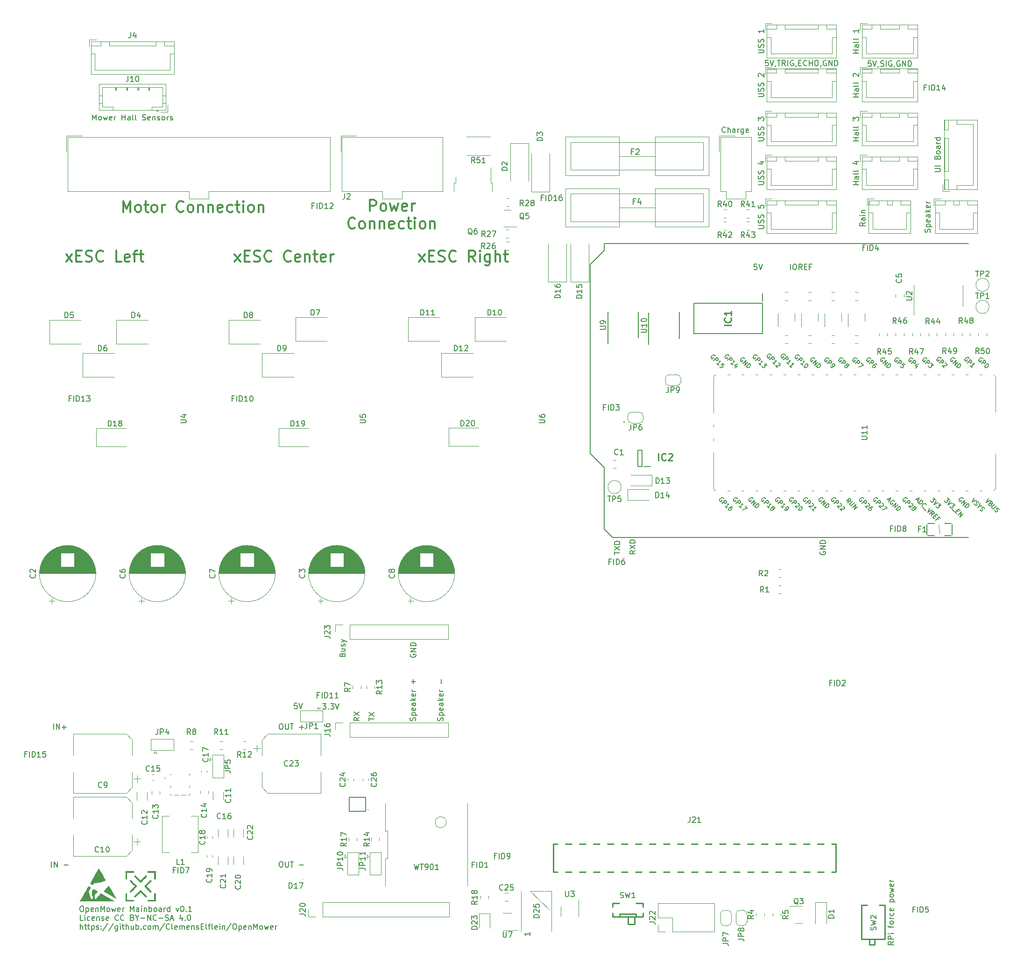
<source format=gbr>
%TF.GenerationSoftware,KiCad,Pcbnew,7.0.11+1*%
%TF.CreationDate,2024-04-25T18:59:41+00:00*%
%TF.ProjectId,OpenMowerMainboard,4f70656e-4d6f-4776-9572-4d61696e626f,rev?*%
%TF.SameCoordinates,Original*%
%TF.FileFunction,Legend,Top*%
%TF.FilePolarity,Positive*%
%FSLAX46Y46*%
G04 Gerber Fmt 4.6, Leading zero omitted, Abs format (unit mm)*
G04 Created by KiCad (PCBNEW 7.0.11+1) date 2024-04-25 18:59:41*
%MOMM*%
%LPD*%
G01*
G04 APERTURE LIST*
%ADD10C,0.120000*%
%ADD11C,0.150000*%
%ADD12C,0.300000*%
%ADD13C,0.200000*%
%ADD14C,0.254000*%
%ADD15C,0.250000*%
%ADD16C,0.080000*%
%ADD17C,0.010000*%
%ADD18C,0.100000*%
G04 APERTURE END LIST*
D10*
X114300000Y-179705000D02*
X116840000Y-179705000D01*
X114300000Y-179705000D02*
X117856000Y-183134000D01*
D11*
X133354819Y-117966666D02*
X132878628Y-118299999D01*
X133354819Y-118538094D02*
X132354819Y-118538094D01*
X132354819Y-118538094D02*
X132354819Y-118157142D01*
X132354819Y-118157142D02*
X132402438Y-118061904D01*
X132402438Y-118061904D02*
X132450057Y-118014285D01*
X132450057Y-118014285D02*
X132545295Y-117966666D01*
X132545295Y-117966666D02*
X132688152Y-117966666D01*
X132688152Y-117966666D02*
X132783390Y-118014285D01*
X132783390Y-118014285D02*
X132831009Y-118061904D01*
X132831009Y-118061904D02*
X132878628Y-118157142D01*
X132878628Y-118157142D02*
X132878628Y-118538094D01*
X132354819Y-117633332D02*
X133354819Y-116966666D01*
X132354819Y-116966666D02*
X133354819Y-117633332D01*
X133354819Y-116585713D02*
X132354819Y-116585713D01*
X132354819Y-116585713D02*
X132354819Y-116347618D01*
X132354819Y-116347618D02*
X132402438Y-116204761D01*
X132402438Y-116204761D02*
X132497676Y-116109523D01*
X132497676Y-116109523D02*
X132592914Y-116061904D01*
X132592914Y-116061904D02*
X132783390Y-116014285D01*
X132783390Y-116014285D02*
X132926247Y-116014285D01*
X132926247Y-116014285D02*
X133116723Y-116061904D01*
X133116723Y-116061904D02*
X133211961Y-116109523D01*
X133211961Y-116109523D02*
X133307200Y-116204761D01*
X133307200Y-116204761D02*
X133354819Y-116347618D01*
X133354819Y-116347618D02*
X133354819Y-116585713D01*
X80245809Y-136853466D02*
X80293428Y-136710609D01*
X80293428Y-136710609D02*
X80341047Y-136662990D01*
X80341047Y-136662990D02*
X80436285Y-136615371D01*
X80436285Y-136615371D02*
X80579142Y-136615371D01*
X80579142Y-136615371D02*
X80674380Y-136662990D01*
X80674380Y-136662990D02*
X80722000Y-136710609D01*
X80722000Y-136710609D02*
X80769619Y-136805847D01*
X80769619Y-136805847D02*
X80769619Y-137186799D01*
X80769619Y-137186799D02*
X79769619Y-137186799D01*
X79769619Y-137186799D02*
X79769619Y-136853466D01*
X79769619Y-136853466D02*
X79817238Y-136758228D01*
X79817238Y-136758228D02*
X79864857Y-136710609D01*
X79864857Y-136710609D02*
X79960095Y-136662990D01*
X79960095Y-136662990D02*
X80055333Y-136662990D01*
X80055333Y-136662990D02*
X80150571Y-136710609D01*
X80150571Y-136710609D02*
X80198190Y-136758228D01*
X80198190Y-136758228D02*
X80245809Y-136853466D01*
X80245809Y-136853466D02*
X80245809Y-137186799D01*
X80102952Y-135758228D02*
X80769619Y-135758228D01*
X80102952Y-136186799D02*
X80626761Y-136186799D01*
X80626761Y-136186799D02*
X80722000Y-136139180D01*
X80722000Y-136139180D02*
X80769619Y-136043942D01*
X80769619Y-136043942D02*
X80769619Y-135901085D01*
X80769619Y-135901085D02*
X80722000Y-135805847D01*
X80722000Y-135805847D02*
X80674380Y-135758228D01*
X80722000Y-135329656D02*
X80769619Y-135234418D01*
X80769619Y-135234418D02*
X80769619Y-135043942D01*
X80769619Y-135043942D02*
X80722000Y-134948704D01*
X80722000Y-134948704D02*
X80626761Y-134901085D01*
X80626761Y-134901085D02*
X80579142Y-134901085D01*
X80579142Y-134901085D02*
X80483904Y-134948704D01*
X80483904Y-134948704D02*
X80436285Y-135043942D01*
X80436285Y-135043942D02*
X80436285Y-135186799D01*
X80436285Y-135186799D02*
X80388666Y-135282037D01*
X80388666Y-135282037D02*
X80293428Y-135329656D01*
X80293428Y-135329656D02*
X80245809Y-135329656D01*
X80245809Y-135329656D02*
X80150571Y-135282037D01*
X80150571Y-135282037D02*
X80102952Y-135186799D01*
X80102952Y-135186799D02*
X80102952Y-135043942D01*
X80102952Y-135043942D02*
X80150571Y-134948704D01*
X80102952Y-134567751D02*
X80769619Y-134329656D01*
X80102952Y-134091561D02*
X80769619Y-134329656D01*
X80769619Y-134329656D02*
X81007714Y-134424894D01*
X81007714Y-134424894D02*
X81055333Y-134472513D01*
X81055333Y-134472513D02*
X81102952Y-134567751D01*
X173854819Y-43579047D02*
X172854819Y-43579047D01*
X173331009Y-43579047D02*
X173331009Y-43007619D01*
X173854819Y-43007619D02*
X172854819Y-43007619D01*
X173854819Y-42102857D02*
X173331009Y-42102857D01*
X173331009Y-42102857D02*
X173235771Y-42150476D01*
X173235771Y-42150476D02*
X173188152Y-42245714D01*
X173188152Y-42245714D02*
X173188152Y-42436190D01*
X173188152Y-42436190D02*
X173235771Y-42531428D01*
X173807200Y-42102857D02*
X173854819Y-42198095D01*
X173854819Y-42198095D02*
X173854819Y-42436190D01*
X173854819Y-42436190D02*
X173807200Y-42531428D01*
X173807200Y-42531428D02*
X173711961Y-42579047D01*
X173711961Y-42579047D02*
X173616723Y-42579047D01*
X173616723Y-42579047D02*
X173521485Y-42531428D01*
X173521485Y-42531428D02*
X173473866Y-42436190D01*
X173473866Y-42436190D02*
X173473866Y-42198095D01*
X173473866Y-42198095D02*
X173426247Y-42102857D01*
X173854819Y-41483809D02*
X173807200Y-41579047D01*
X173807200Y-41579047D02*
X173711961Y-41626666D01*
X173711961Y-41626666D02*
X172854819Y-41626666D01*
X173854819Y-40959999D02*
X173807200Y-41055237D01*
X173807200Y-41055237D02*
X173711961Y-41102856D01*
X173711961Y-41102856D02*
X172854819Y-41102856D01*
X172854819Y-39912379D02*
X172854819Y-39293332D01*
X172854819Y-39293332D02*
X173235771Y-39626665D01*
X173235771Y-39626665D02*
X173235771Y-39483808D01*
X173235771Y-39483808D02*
X173283390Y-39388570D01*
X173283390Y-39388570D02*
X173331009Y-39340951D01*
X173331009Y-39340951D02*
X173426247Y-39293332D01*
X173426247Y-39293332D02*
X173664342Y-39293332D01*
X173664342Y-39293332D02*
X173759580Y-39340951D01*
X173759580Y-39340951D02*
X173807200Y-39388570D01*
X173807200Y-39388570D02*
X173854819Y-39483808D01*
X173854819Y-39483808D02*
X173854819Y-39769522D01*
X173854819Y-39769522D02*
X173807200Y-39864760D01*
X173807200Y-39864760D02*
X173759580Y-39912379D01*
D12*
X60702618Y-65509638D02*
X61750237Y-64176304D01*
X60702618Y-64176304D02*
X61750237Y-65509638D01*
X62512142Y-64462019D02*
X63178809Y-64462019D01*
X63464523Y-65509638D02*
X62512142Y-65509638D01*
X62512142Y-65509638D02*
X62512142Y-63509638D01*
X62512142Y-63509638D02*
X63464523Y-63509638D01*
X64226428Y-65414400D02*
X64512142Y-65509638D01*
X64512142Y-65509638D02*
X64988333Y-65509638D01*
X64988333Y-65509638D02*
X65178809Y-65414400D01*
X65178809Y-65414400D02*
X65274047Y-65319161D01*
X65274047Y-65319161D02*
X65369285Y-65128685D01*
X65369285Y-65128685D02*
X65369285Y-64938209D01*
X65369285Y-64938209D02*
X65274047Y-64747733D01*
X65274047Y-64747733D02*
X65178809Y-64652495D01*
X65178809Y-64652495D02*
X64988333Y-64557257D01*
X64988333Y-64557257D02*
X64607380Y-64462019D01*
X64607380Y-64462019D02*
X64416904Y-64366780D01*
X64416904Y-64366780D02*
X64321666Y-64271542D01*
X64321666Y-64271542D02*
X64226428Y-64081066D01*
X64226428Y-64081066D02*
X64226428Y-63890590D01*
X64226428Y-63890590D02*
X64321666Y-63700114D01*
X64321666Y-63700114D02*
X64416904Y-63604876D01*
X64416904Y-63604876D02*
X64607380Y-63509638D01*
X64607380Y-63509638D02*
X65083571Y-63509638D01*
X65083571Y-63509638D02*
X65369285Y-63604876D01*
X67369285Y-65319161D02*
X67274047Y-65414400D01*
X67274047Y-65414400D02*
X66988333Y-65509638D01*
X66988333Y-65509638D02*
X66797857Y-65509638D01*
X66797857Y-65509638D02*
X66512142Y-65414400D01*
X66512142Y-65414400D02*
X66321666Y-65223923D01*
X66321666Y-65223923D02*
X66226428Y-65033447D01*
X66226428Y-65033447D02*
X66131190Y-64652495D01*
X66131190Y-64652495D02*
X66131190Y-64366780D01*
X66131190Y-64366780D02*
X66226428Y-63985828D01*
X66226428Y-63985828D02*
X66321666Y-63795352D01*
X66321666Y-63795352D02*
X66512142Y-63604876D01*
X66512142Y-63604876D02*
X66797857Y-63509638D01*
X66797857Y-63509638D02*
X66988333Y-63509638D01*
X66988333Y-63509638D02*
X67274047Y-63604876D01*
X67274047Y-63604876D02*
X67369285Y-63700114D01*
X70893095Y-65319161D02*
X70797857Y-65414400D01*
X70797857Y-65414400D02*
X70512143Y-65509638D01*
X70512143Y-65509638D02*
X70321667Y-65509638D01*
X70321667Y-65509638D02*
X70035952Y-65414400D01*
X70035952Y-65414400D02*
X69845476Y-65223923D01*
X69845476Y-65223923D02*
X69750238Y-65033447D01*
X69750238Y-65033447D02*
X69655000Y-64652495D01*
X69655000Y-64652495D02*
X69655000Y-64366780D01*
X69655000Y-64366780D02*
X69750238Y-63985828D01*
X69750238Y-63985828D02*
X69845476Y-63795352D01*
X69845476Y-63795352D02*
X70035952Y-63604876D01*
X70035952Y-63604876D02*
X70321667Y-63509638D01*
X70321667Y-63509638D02*
X70512143Y-63509638D01*
X70512143Y-63509638D02*
X70797857Y-63604876D01*
X70797857Y-63604876D02*
X70893095Y-63700114D01*
X72512143Y-65414400D02*
X72321667Y-65509638D01*
X72321667Y-65509638D02*
X71940714Y-65509638D01*
X71940714Y-65509638D02*
X71750238Y-65414400D01*
X71750238Y-65414400D02*
X71655000Y-65223923D01*
X71655000Y-65223923D02*
X71655000Y-64462019D01*
X71655000Y-64462019D02*
X71750238Y-64271542D01*
X71750238Y-64271542D02*
X71940714Y-64176304D01*
X71940714Y-64176304D02*
X72321667Y-64176304D01*
X72321667Y-64176304D02*
X72512143Y-64271542D01*
X72512143Y-64271542D02*
X72607381Y-64462019D01*
X72607381Y-64462019D02*
X72607381Y-64652495D01*
X72607381Y-64652495D02*
X71655000Y-64842971D01*
X73464524Y-64176304D02*
X73464524Y-65509638D01*
X73464524Y-64366780D02*
X73559762Y-64271542D01*
X73559762Y-64271542D02*
X73750238Y-64176304D01*
X73750238Y-64176304D02*
X74035953Y-64176304D01*
X74035953Y-64176304D02*
X74226429Y-64271542D01*
X74226429Y-64271542D02*
X74321667Y-64462019D01*
X74321667Y-64462019D02*
X74321667Y-65509638D01*
X74988334Y-64176304D02*
X75750238Y-64176304D01*
X75274048Y-63509638D02*
X75274048Y-65223923D01*
X75274048Y-65223923D02*
X75369286Y-65414400D01*
X75369286Y-65414400D02*
X75559762Y-65509638D01*
X75559762Y-65509638D02*
X75750238Y-65509638D01*
X77178810Y-65414400D02*
X76988334Y-65509638D01*
X76988334Y-65509638D02*
X76607381Y-65509638D01*
X76607381Y-65509638D02*
X76416905Y-65414400D01*
X76416905Y-65414400D02*
X76321667Y-65223923D01*
X76321667Y-65223923D02*
X76321667Y-64462019D01*
X76321667Y-64462019D02*
X76416905Y-64271542D01*
X76416905Y-64271542D02*
X76607381Y-64176304D01*
X76607381Y-64176304D02*
X76988334Y-64176304D01*
X76988334Y-64176304D02*
X77178810Y-64271542D01*
X77178810Y-64271542D02*
X77274048Y-64462019D01*
X77274048Y-64462019D02*
X77274048Y-64652495D01*
X77274048Y-64652495D02*
X76321667Y-64842971D01*
X78131191Y-65509638D02*
X78131191Y-64176304D01*
X78131191Y-64557257D02*
X78226429Y-64366780D01*
X78226429Y-64366780D02*
X78321667Y-64271542D01*
X78321667Y-64271542D02*
X78512143Y-64176304D01*
X78512143Y-64176304D02*
X78702620Y-64176304D01*
D13*
X180182619Y-188903905D02*
X179706428Y-189237238D01*
X180182619Y-189475333D02*
X179182619Y-189475333D01*
X179182619Y-189475333D02*
X179182619Y-189094381D01*
X179182619Y-189094381D02*
X179230238Y-188999143D01*
X179230238Y-188999143D02*
X179277857Y-188951524D01*
X179277857Y-188951524D02*
X179373095Y-188903905D01*
X179373095Y-188903905D02*
X179515952Y-188903905D01*
X179515952Y-188903905D02*
X179611190Y-188951524D01*
X179611190Y-188951524D02*
X179658809Y-188999143D01*
X179658809Y-188999143D02*
X179706428Y-189094381D01*
X179706428Y-189094381D02*
X179706428Y-189475333D01*
X180182619Y-188475333D02*
X179182619Y-188475333D01*
X179182619Y-188475333D02*
X179182619Y-188094381D01*
X179182619Y-188094381D02*
X179230238Y-187999143D01*
X179230238Y-187999143D02*
X179277857Y-187951524D01*
X179277857Y-187951524D02*
X179373095Y-187903905D01*
X179373095Y-187903905D02*
X179515952Y-187903905D01*
X179515952Y-187903905D02*
X179611190Y-187951524D01*
X179611190Y-187951524D02*
X179658809Y-187999143D01*
X179658809Y-187999143D02*
X179706428Y-188094381D01*
X179706428Y-188094381D02*
X179706428Y-188475333D01*
X180182619Y-187475333D02*
X179515952Y-187475333D01*
X179182619Y-187475333D02*
X179230238Y-187522952D01*
X179230238Y-187522952D02*
X179277857Y-187475333D01*
X179277857Y-187475333D02*
X179230238Y-187427714D01*
X179230238Y-187427714D02*
X179182619Y-187475333D01*
X179182619Y-187475333D02*
X179277857Y-187475333D01*
X179515952Y-186380095D02*
X179515952Y-185999143D01*
X180182619Y-186237238D02*
X179325476Y-186237238D01*
X179325476Y-186237238D02*
X179230238Y-186189619D01*
X179230238Y-186189619D02*
X179182619Y-186094381D01*
X179182619Y-186094381D02*
X179182619Y-185999143D01*
X180182619Y-185522952D02*
X180135000Y-185618190D01*
X180135000Y-185618190D02*
X180087380Y-185665809D01*
X180087380Y-185665809D02*
X179992142Y-185713428D01*
X179992142Y-185713428D02*
X179706428Y-185713428D01*
X179706428Y-185713428D02*
X179611190Y-185665809D01*
X179611190Y-185665809D02*
X179563571Y-185618190D01*
X179563571Y-185618190D02*
X179515952Y-185522952D01*
X179515952Y-185522952D02*
X179515952Y-185380095D01*
X179515952Y-185380095D02*
X179563571Y-185284857D01*
X179563571Y-185284857D02*
X179611190Y-185237238D01*
X179611190Y-185237238D02*
X179706428Y-185189619D01*
X179706428Y-185189619D02*
X179992142Y-185189619D01*
X179992142Y-185189619D02*
X180087380Y-185237238D01*
X180087380Y-185237238D02*
X180135000Y-185284857D01*
X180135000Y-185284857D02*
X180182619Y-185380095D01*
X180182619Y-185380095D02*
X180182619Y-185522952D01*
X180182619Y-184761047D02*
X179515952Y-184761047D01*
X179706428Y-184761047D02*
X179611190Y-184713428D01*
X179611190Y-184713428D02*
X179563571Y-184665809D01*
X179563571Y-184665809D02*
X179515952Y-184570571D01*
X179515952Y-184570571D02*
X179515952Y-184475333D01*
X180135000Y-183713428D02*
X180182619Y-183808666D01*
X180182619Y-183808666D02*
X180182619Y-183999142D01*
X180182619Y-183999142D02*
X180135000Y-184094380D01*
X180135000Y-184094380D02*
X180087380Y-184141999D01*
X180087380Y-184141999D02*
X179992142Y-184189618D01*
X179992142Y-184189618D02*
X179706428Y-184189618D01*
X179706428Y-184189618D02*
X179611190Y-184141999D01*
X179611190Y-184141999D02*
X179563571Y-184094380D01*
X179563571Y-184094380D02*
X179515952Y-183999142D01*
X179515952Y-183999142D02*
X179515952Y-183808666D01*
X179515952Y-183808666D02*
X179563571Y-183713428D01*
X180135000Y-182903904D02*
X180182619Y-182999142D01*
X180182619Y-182999142D02*
X180182619Y-183189618D01*
X180182619Y-183189618D02*
X180135000Y-183284856D01*
X180135000Y-183284856D02*
X180039761Y-183332475D01*
X180039761Y-183332475D02*
X179658809Y-183332475D01*
X179658809Y-183332475D02*
X179563571Y-183284856D01*
X179563571Y-183284856D02*
X179515952Y-183189618D01*
X179515952Y-183189618D02*
X179515952Y-182999142D01*
X179515952Y-182999142D02*
X179563571Y-182903904D01*
X179563571Y-182903904D02*
X179658809Y-182856285D01*
X179658809Y-182856285D02*
X179754047Y-182856285D01*
X179754047Y-182856285D02*
X179849285Y-183332475D01*
X179515952Y-181665808D02*
X180515952Y-181665808D01*
X179563571Y-181665808D02*
X179515952Y-181570570D01*
X179515952Y-181570570D02*
X179515952Y-181380094D01*
X179515952Y-181380094D02*
X179563571Y-181284856D01*
X179563571Y-181284856D02*
X179611190Y-181237237D01*
X179611190Y-181237237D02*
X179706428Y-181189618D01*
X179706428Y-181189618D02*
X179992142Y-181189618D01*
X179992142Y-181189618D02*
X180087380Y-181237237D01*
X180087380Y-181237237D02*
X180135000Y-181284856D01*
X180135000Y-181284856D02*
X180182619Y-181380094D01*
X180182619Y-181380094D02*
X180182619Y-181570570D01*
X180182619Y-181570570D02*
X180135000Y-181665808D01*
X180182619Y-180618189D02*
X180135000Y-180713427D01*
X180135000Y-180713427D02*
X180087380Y-180761046D01*
X180087380Y-180761046D02*
X179992142Y-180808665D01*
X179992142Y-180808665D02*
X179706428Y-180808665D01*
X179706428Y-180808665D02*
X179611190Y-180761046D01*
X179611190Y-180761046D02*
X179563571Y-180713427D01*
X179563571Y-180713427D02*
X179515952Y-180618189D01*
X179515952Y-180618189D02*
X179515952Y-180475332D01*
X179515952Y-180475332D02*
X179563571Y-180380094D01*
X179563571Y-180380094D02*
X179611190Y-180332475D01*
X179611190Y-180332475D02*
X179706428Y-180284856D01*
X179706428Y-180284856D02*
X179992142Y-180284856D01*
X179992142Y-180284856D02*
X180087380Y-180332475D01*
X180087380Y-180332475D02*
X180135000Y-180380094D01*
X180135000Y-180380094D02*
X180182619Y-180475332D01*
X180182619Y-180475332D02*
X180182619Y-180618189D01*
X179515952Y-179951522D02*
X180182619Y-179761046D01*
X180182619Y-179761046D02*
X179706428Y-179570570D01*
X179706428Y-179570570D02*
X180182619Y-179380094D01*
X180182619Y-179380094D02*
X179515952Y-179189618D01*
X180135000Y-178427713D02*
X180182619Y-178522951D01*
X180182619Y-178522951D02*
X180182619Y-178713427D01*
X180182619Y-178713427D02*
X180135000Y-178808665D01*
X180135000Y-178808665D02*
X180039761Y-178856284D01*
X180039761Y-178856284D02*
X179658809Y-178856284D01*
X179658809Y-178856284D02*
X179563571Y-178808665D01*
X179563571Y-178808665D02*
X179515952Y-178713427D01*
X179515952Y-178713427D02*
X179515952Y-178522951D01*
X179515952Y-178522951D02*
X179563571Y-178427713D01*
X179563571Y-178427713D02*
X179658809Y-178380094D01*
X179658809Y-178380094D02*
X179754047Y-178380094D01*
X179754047Y-178380094D02*
X179849285Y-178856284D01*
X180182619Y-177951522D02*
X179515952Y-177951522D01*
X179706428Y-177951522D02*
X179611190Y-177903903D01*
X179611190Y-177903903D02*
X179563571Y-177856284D01*
X179563571Y-177856284D02*
X179515952Y-177761046D01*
X179515952Y-177761046D02*
X179515952Y-177665808D01*
D11*
X176095238Y-29054819D02*
X175619048Y-29054819D01*
X175619048Y-29054819D02*
X175571429Y-29531009D01*
X175571429Y-29531009D02*
X175619048Y-29483390D01*
X175619048Y-29483390D02*
X175714286Y-29435771D01*
X175714286Y-29435771D02*
X175952381Y-29435771D01*
X175952381Y-29435771D02*
X176047619Y-29483390D01*
X176047619Y-29483390D02*
X176095238Y-29531009D01*
X176095238Y-29531009D02*
X176142857Y-29626247D01*
X176142857Y-29626247D02*
X176142857Y-29864342D01*
X176142857Y-29864342D02*
X176095238Y-29959580D01*
X176095238Y-29959580D02*
X176047619Y-30007200D01*
X176047619Y-30007200D02*
X175952381Y-30054819D01*
X175952381Y-30054819D02*
X175714286Y-30054819D01*
X175714286Y-30054819D02*
X175619048Y-30007200D01*
X175619048Y-30007200D02*
X175571429Y-29959580D01*
X176428572Y-29054819D02*
X176761905Y-30054819D01*
X176761905Y-30054819D02*
X177095238Y-29054819D01*
X177476191Y-30007200D02*
X177476191Y-30054819D01*
X177476191Y-30054819D02*
X177428572Y-30150057D01*
X177428572Y-30150057D02*
X177380953Y-30197676D01*
X177857143Y-30007200D02*
X178000000Y-30054819D01*
X178000000Y-30054819D02*
X178238095Y-30054819D01*
X178238095Y-30054819D02*
X178333333Y-30007200D01*
X178333333Y-30007200D02*
X178380952Y-29959580D01*
X178380952Y-29959580D02*
X178428571Y-29864342D01*
X178428571Y-29864342D02*
X178428571Y-29769104D01*
X178428571Y-29769104D02*
X178380952Y-29673866D01*
X178380952Y-29673866D02*
X178333333Y-29626247D01*
X178333333Y-29626247D02*
X178238095Y-29578628D01*
X178238095Y-29578628D02*
X178047619Y-29531009D01*
X178047619Y-29531009D02*
X177952381Y-29483390D01*
X177952381Y-29483390D02*
X177904762Y-29435771D01*
X177904762Y-29435771D02*
X177857143Y-29340533D01*
X177857143Y-29340533D02*
X177857143Y-29245295D01*
X177857143Y-29245295D02*
X177904762Y-29150057D01*
X177904762Y-29150057D02*
X177952381Y-29102438D01*
X177952381Y-29102438D02*
X178047619Y-29054819D01*
X178047619Y-29054819D02*
X178285714Y-29054819D01*
X178285714Y-29054819D02*
X178428571Y-29102438D01*
X178857143Y-30054819D02*
X178857143Y-29054819D01*
X179857142Y-29102438D02*
X179761904Y-29054819D01*
X179761904Y-29054819D02*
X179619047Y-29054819D01*
X179619047Y-29054819D02*
X179476190Y-29102438D01*
X179476190Y-29102438D02*
X179380952Y-29197676D01*
X179380952Y-29197676D02*
X179333333Y-29292914D01*
X179333333Y-29292914D02*
X179285714Y-29483390D01*
X179285714Y-29483390D02*
X179285714Y-29626247D01*
X179285714Y-29626247D02*
X179333333Y-29816723D01*
X179333333Y-29816723D02*
X179380952Y-29911961D01*
X179380952Y-29911961D02*
X179476190Y-30007200D01*
X179476190Y-30007200D02*
X179619047Y-30054819D01*
X179619047Y-30054819D02*
X179714285Y-30054819D01*
X179714285Y-30054819D02*
X179857142Y-30007200D01*
X179857142Y-30007200D02*
X179904761Y-29959580D01*
X179904761Y-29959580D02*
X179904761Y-29626247D01*
X179904761Y-29626247D02*
X179714285Y-29626247D01*
X180380952Y-30007200D02*
X180380952Y-30054819D01*
X180380952Y-30054819D02*
X180333333Y-30150057D01*
X180333333Y-30150057D02*
X180285714Y-30197676D01*
X181333332Y-29102438D02*
X181238094Y-29054819D01*
X181238094Y-29054819D02*
X181095237Y-29054819D01*
X181095237Y-29054819D02*
X180952380Y-29102438D01*
X180952380Y-29102438D02*
X180857142Y-29197676D01*
X180857142Y-29197676D02*
X180809523Y-29292914D01*
X180809523Y-29292914D02*
X180761904Y-29483390D01*
X180761904Y-29483390D02*
X180761904Y-29626247D01*
X180761904Y-29626247D02*
X180809523Y-29816723D01*
X180809523Y-29816723D02*
X180857142Y-29911961D01*
X180857142Y-29911961D02*
X180952380Y-30007200D01*
X180952380Y-30007200D02*
X181095237Y-30054819D01*
X181095237Y-30054819D02*
X181190475Y-30054819D01*
X181190475Y-30054819D02*
X181333332Y-30007200D01*
X181333332Y-30007200D02*
X181380951Y-29959580D01*
X181380951Y-29959580D02*
X181380951Y-29626247D01*
X181380951Y-29626247D02*
X181190475Y-29626247D01*
X181809523Y-30054819D02*
X181809523Y-29054819D01*
X181809523Y-29054819D02*
X182380951Y-30054819D01*
X182380951Y-30054819D02*
X182380951Y-29054819D01*
X182857142Y-30054819D02*
X182857142Y-29054819D01*
X182857142Y-29054819D02*
X183095237Y-29054819D01*
X183095237Y-29054819D02*
X183238094Y-29102438D01*
X183238094Y-29102438D02*
X183333332Y-29197676D01*
X183333332Y-29197676D02*
X183380951Y-29292914D01*
X183380951Y-29292914D02*
X183428570Y-29483390D01*
X183428570Y-29483390D02*
X183428570Y-29626247D01*
X183428570Y-29626247D02*
X183380951Y-29816723D01*
X183380951Y-29816723D02*
X183333332Y-29911961D01*
X183333332Y-29911961D02*
X183238094Y-30007200D01*
X183238094Y-30007200D02*
X183095237Y-30054819D01*
X183095237Y-30054819D02*
X182857142Y-30054819D01*
D12*
X85247619Y-56299638D02*
X85247619Y-54299638D01*
X85247619Y-54299638D02*
X86009524Y-54299638D01*
X86009524Y-54299638D02*
X86200000Y-54394876D01*
X86200000Y-54394876D02*
X86295238Y-54490114D01*
X86295238Y-54490114D02*
X86390476Y-54680590D01*
X86390476Y-54680590D02*
X86390476Y-54966304D01*
X86390476Y-54966304D02*
X86295238Y-55156780D01*
X86295238Y-55156780D02*
X86200000Y-55252019D01*
X86200000Y-55252019D02*
X86009524Y-55347257D01*
X86009524Y-55347257D02*
X85247619Y-55347257D01*
X87533333Y-56299638D02*
X87342857Y-56204400D01*
X87342857Y-56204400D02*
X87247619Y-56109161D01*
X87247619Y-56109161D02*
X87152381Y-55918685D01*
X87152381Y-55918685D02*
X87152381Y-55347257D01*
X87152381Y-55347257D02*
X87247619Y-55156780D01*
X87247619Y-55156780D02*
X87342857Y-55061542D01*
X87342857Y-55061542D02*
X87533333Y-54966304D01*
X87533333Y-54966304D02*
X87819048Y-54966304D01*
X87819048Y-54966304D02*
X88009524Y-55061542D01*
X88009524Y-55061542D02*
X88104762Y-55156780D01*
X88104762Y-55156780D02*
X88200000Y-55347257D01*
X88200000Y-55347257D02*
X88200000Y-55918685D01*
X88200000Y-55918685D02*
X88104762Y-56109161D01*
X88104762Y-56109161D02*
X88009524Y-56204400D01*
X88009524Y-56204400D02*
X87819048Y-56299638D01*
X87819048Y-56299638D02*
X87533333Y-56299638D01*
X88866667Y-54966304D02*
X89247619Y-56299638D01*
X89247619Y-56299638D02*
X89628572Y-55347257D01*
X89628572Y-55347257D02*
X90009524Y-56299638D01*
X90009524Y-56299638D02*
X90390476Y-54966304D01*
X91914286Y-56204400D02*
X91723810Y-56299638D01*
X91723810Y-56299638D02*
X91342857Y-56299638D01*
X91342857Y-56299638D02*
X91152381Y-56204400D01*
X91152381Y-56204400D02*
X91057143Y-56013923D01*
X91057143Y-56013923D02*
X91057143Y-55252019D01*
X91057143Y-55252019D02*
X91152381Y-55061542D01*
X91152381Y-55061542D02*
X91342857Y-54966304D01*
X91342857Y-54966304D02*
X91723810Y-54966304D01*
X91723810Y-54966304D02*
X91914286Y-55061542D01*
X91914286Y-55061542D02*
X92009524Y-55252019D01*
X92009524Y-55252019D02*
X92009524Y-55442495D01*
X92009524Y-55442495D02*
X91057143Y-55632971D01*
X92866667Y-56299638D02*
X92866667Y-54966304D01*
X92866667Y-55347257D02*
X92961905Y-55156780D01*
X92961905Y-55156780D02*
X93057143Y-55061542D01*
X93057143Y-55061542D02*
X93247619Y-54966304D01*
X93247619Y-54966304D02*
X93438096Y-54966304D01*
X82533332Y-59329161D02*
X82438094Y-59424400D01*
X82438094Y-59424400D02*
X82152380Y-59519638D01*
X82152380Y-59519638D02*
X81961904Y-59519638D01*
X81961904Y-59519638D02*
X81676189Y-59424400D01*
X81676189Y-59424400D02*
X81485713Y-59233923D01*
X81485713Y-59233923D02*
X81390475Y-59043447D01*
X81390475Y-59043447D02*
X81295237Y-58662495D01*
X81295237Y-58662495D02*
X81295237Y-58376780D01*
X81295237Y-58376780D02*
X81390475Y-57995828D01*
X81390475Y-57995828D02*
X81485713Y-57805352D01*
X81485713Y-57805352D02*
X81676189Y-57614876D01*
X81676189Y-57614876D02*
X81961904Y-57519638D01*
X81961904Y-57519638D02*
X82152380Y-57519638D01*
X82152380Y-57519638D02*
X82438094Y-57614876D01*
X82438094Y-57614876D02*
X82533332Y-57710114D01*
X83676189Y-59519638D02*
X83485713Y-59424400D01*
X83485713Y-59424400D02*
X83390475Y-59329161D01*
X83390475Y-59329161D02*
X83295237Y-59138685D01*
X83295237Y-59138685D02*
X83295237Y-58567257D01*
X83295237Y-58567257D02*
X83390475Y-58376780D01*
X83390475Y-58376780D02*
X83485713Y-58281542D01*
X83485713Y-58281542D02*
X83676189Y-58186304D01*
X83676189Y-58186304D02*
X83961904Y-58186304D01*
X83961904Y-58186304D02*
X84152380Y-58281542D01*
X84152380Y-58281542D02*
X84247618Y-58376780D01*
X84247618Y-58376780D02*
X84342856Y-58567257D01*
X84342856Y-58567257D02*
X84342856Y-59138685D01*
X84342856Y-59138685D02*
X84247618Y-59329161D01*
X84247618Y-59329161D02*
X84152380Y-59424400D01*
X84152380Y-59424400D02*
X83961904Y-59519638D01*
X83961904Y-59519638D02*
X83676189Y-59519638D01*
X85199999Y-58186304D02*
X85199999Y-59519638D01*
X85199999Y-58376780D02*
X85295237Y-58281542D01*
X85295237Y-58281542D02*
X85485713Y-58186304D01*
X85485713Y-58186304D02*
X85771428Y-58186304D01*
X85771428Y-58186304D02*
X85961904Y-58281542D01*
X85961904Y-58281542D02*
X86057142Y-58472019D01*
X86057142Y-58472019D02*
X86057142Y-59519638D01*
X87009523Y-58186304D02*
X87009523Y-59519638D01*
X87009523Y-58376780D02*
X87104761Y-58281542D01*
X87104761Y-58281542D02*
X87295237Y-58186304D01*
X87295237Y-58186304D02*
X87580952Y-58186304D01*
X87580952Y-58186304D02*
X87771428Y-58281542D01*
X87771428Y-58281542D02*
X87866666Y-58472019D01*
X87866666Y-58472019D02*
X87866666Y-59519638D01*
X89580952Y-59424400D02*
X89390476Y-59519638D01*
X89390476Y-59519638D02*
X89009523Y-59519638D01*
X89009523Y-59519638D02*
X88819047Y-59424400D01*
X88819047Y-59424400D02*
X88723809Y-59233923D01*
X88723809Y-59233923D02*
X88723809Y-58472019D01*
X88723809Y-58472019D02*
X88819047Y-58281542D01*
X88819047Y-58281542D02*
X89009523Y-58186304D01*
X89009523Y-58186304D02*
X89390476Y-58186304D01*
X89390476Y-58186304D02*
X89580952Y-58281542D01*
X89580952Y-58281542D02*
X89676190Y-58472019D01*
X89676190Y-58472019D02*
X89676190Y-58662495D01*
X89676190Y-58662495D02*
X88723809Y-58852971D01*
X91390476Y-59424400D02*
X91200000Y-59519638D01*
X91200000Y-59519638D02*
X90819047Y-59519638D01*
X90819047Y-59519638D02*
X90628571Y-59424400D01*
X90628571Y-59424400D02*
X90533333Y-59329161D01*
X90533333Y-59329161D02*
X90438095Y-59138685D01*
X90438095Y-59138685D02*
X90438095Y-58567257D01*
X90438095Y-58567257D02*
X90533333Y-58376780D01*
X90533333Y-58376780D02*
X90628571Y-58281542D01*
X90628571Y-58281542D02*
X90819047Y-58186304D01*
X90819047Y-58186304D02*
X91200000Y-58186304D01*
X91200000Y-58186304D02*
X91390476Y-58281542D01*
X91961905Y-58186304D02*
X92723809Y-58186304D01*
X92247619Y-57519638D02*
X92247619Y-59233923D01*
X92247619Y-59233923D02*
X92342857Y-59424400D01*
X92342857Y-59424400D02*
X92533333Y-59519638D01*
X92533333Y-59519638D02*
X92723809Y-59519638D01*
X93390476Y-59519638D02*
X93390476Y-58186304D01*
X93390476Y-57519638D02*
X93295238Y-57614876D01*
X93295238Y-57614876D02*
X93390476Y-57710114D01*
X93390476Y-57710114D02*
X93485714Y-57614876D01*
X93485714Y-57614876D02*
X93390476Y-57519638D01*
X93390476Y-57519638D02*
X93390476Y-57710114D01*
X94628571Y-59519638D02*
X94438095Y-59424400D01*
X94438095Y-59424400D02*
X94342857Y-59329161D01*
X94342857Y-59329161D02*
X94247619Y-59138685D01*
X94247619Y-59138685D02*
X94247619Y-58567257D01*
X94247619Y-58567257D02*
X94342857Y-58376780D01*
X94342857Y-58376780D02*
X94438095Y-58281542D01*
X94438095Y-58281542D02*
X94628571Y-58186304D01*
X94628571Y-58186304D02*
X94914286Y-58186304D01*
X94914286Y-58186304D02*
X95104762Y-58281542D01*
X95104762Y-58281542D02*
X95200000Y-58376780D01*
X95200000Y-58376780D02*
X95295238Y-58567257D01*
X95295238Y-58567257D02*
X95295238Y-59138685D01*
X95295238Y-59138685D02*
X95200000Y-59329161D01*
X95200000Y-59329161D02*
X95104762Y-59424400D01*
X95104762Y-59424400D02*
X94914286Y-59519638D01*
X94914286Y-59519638D02*
X94628571Y-59519638D01*
X96152381Y-58186304D02*
X96152381Y-59519638D01*
X96152381Y-58376780D02*
X96247619Y-58281542D01*
X96247619Y-58281542D02*
X96438095Y-58186304D01*
X96438095Y-58186304D02*
X96723810Y-58186304D01*
X96723810Y-58186304D02*
X96914286Y-58281542D01*
X96914286Y-58281542D02*
X97009524Y-58472019D01*
X97009524Y-58472019D02*
X97009524Y-59519638D01*
D11*
X186807200Y-60161904D02*
X186854819Y-60019047D01*
X186854819Y-60019047D02*
X186854819Y-59780952D01*
X186854819Y-59780952D02*
X186807200Y-59685714D01*
X186807200Y-59685714D02*
X186759580Y-59638095D01*
X186759580Y-59638095D02*
X186664342Y-59590476D01*
X186664342Y-59590476D02*
X186569104Y-59590476D01*
X186569104Y-59590476D02*
X186473866Y-59638095D01*
X186473866Y-59638095D02*
X186426247Y-59685714D01*
X186426247Y-59685714D02*
X186378628Y-59780952D01*
X186378628Y-59780952D02*
X186331009Y-59971428D01*
X186331009Y-59971428D02*
X186283390Y-60066666D01*
X186283390Y-60066666D02*
X186235771Y-60114285D01*
X186235771Y-60114285D02*
X186140533Y-60161904D01*
X186140533Y-60161904D02*
X186045295Y-60161904D01*
X186045295Y-60161904D02*
X185950057Y-60114285D01*
X185950057Y-60114285D02*
X185902438Y-60066666D01*
X185902438Y-60066666D02*
X185854819Y-59971428D01*
X185854819Y-59971428D02*
X185854819Y-59733333D01*
X185854819Y-59733333D02*
X185902438Y-59590476D01*
X186188152Y-59161904D02*
X187188152Y-59161904D01*
X186235771Y-59161904D02*
X186188152Y-59066666D01*
X186188152Y-59066666D02*
X186188152Y-58876190D01*
X186188152Y-58876190D02*
X186235771Y-58780952D01*
X186235771Y-58780952D02*
X186283390Y-58733333D01*
X186283390Y-58733333D02*
X186378628Y-58685714D01*
X186378628Y-58685714D02*
X186664342Y-58685714D01*
X186664342Y-58685714D02*
X186759580Y-58733333D01*
X186759580Y-58733333D02*
X186807200Y-58780952D01*
X186807200Y-58780952D02*
X186854819Y-58876190D01*
X186854819Y-58876190D02*
X186854819Y-59066666D01*
X186854819Y-59066666D02*
X186807200Y-59161904D01*
X186807200Y-57876190D02*
X186854819Y-57971428D01*
X186854819Y-57971428D02*
X186854819Y-58161904D01*
X186854819Y-58161904D02*
X186807200Y-58257142D01*
X186807200Y-58257142D02*
X186711961Y-58304761D01*
X186711961Y-58304761D02*
X186331009Y-58304761D01*
X186331009Y-58304761D02*
X186235771Y-58257142D01*
X186235771Y-58257142D02*
X186188152Y-58161904D01*
X186188152Y-58161904D02*
X186188152Y-57971428D01*
X186188152Y-57971428D02*
X186235771Y-57876190D01*
X186235771Y-57876190D02*
X186331009Y-57828571D01*
X186331009Y-57828571D02*
X186426247Y-57828571D01*
X186426247Y-57828571D02*
X186521485Y-58304761D01*
X186854819Y-56971428D02*
X186331009Y-56971428D01*
X186331009Y-56971428D02*
X186235771Y-57019047D01*
X186235771Y-57019047D02*
X186188152Y-57114285D01*
X186188152Y-57114285D02*
X186188152Y-57304761D01*
X186188152Y-57304761D02*
X186235771Y-57399999D01*
X186807200Y-56971428D02*
X186854819Y-57066666D01*
X186854819Y-57066666D02*
X186854819Y-57304761D01*
X186854819Y-57304761D02*
X186807200Y-57399999D01*
X186807200Y-57399999D02*
X186711961Y-57447618D01*
X186711961Y-57447618D02*
X186616723Y-57447618D01*
X186616723Y-57447618D02*
X186521485Y-57399999D01*
X186521485Y-57399999D02*
X186473866Y-57304761D01*
X186473866Y-57304761D02*
X186473866Y-57066666D01*
X186473866Y-57066666D02*
X186426247Y-56971428D01*
X186854819Y-56495237D02*
X185854819Y-56495237D01*
X186473866Y-56399999D02*
X186854819Y-56114285D01*
X186188152Y-56114285D02*
X186569104Y-56495237D01*
X186807200Y-55304761D02*
X186854819Y-55399999D01*
X186854819Y-55399999D02*
X186854819Y-55590475D01*
X186854819Y-55590475D02*
X186807200Y-55685713D01*
X186807200Y-55685713D02*
X186711961Y-55733332D01*
X186711961Y-55733332D02*
X186331009Y-55733332D01*
X186331009Y-55733332D02*
X186235771Y-55685713D01*
X186235771Y-55685713D02*
X186188152Y-55590475D01*
X186188152Y-55590475D02*
X186188152Y-55399999D01*
X186188152Y-55399999D02*
X186235771Y-55304761D01*
X186235771Y-55304761D02*
X186331009Y-55257142D01*
X186331009Y-55257142D02*
X186426247Y-55257142D01*
X186426247Y-55257142D02*
X186521485Y-55733332D01*
X186854819Y-54828570D02*
X186188152Y-54828570D01*
X186378628Y-54828570D02*
X186283390Y-54780951D01*
X186283390Y-54780951D02*
X186235771Y-54733332D01*
X186235771Y-54733332D02*
X186188152Y-54638094D01*
X186188152Y-54638094D02*
X186188152Y-54542856D01*
X34957903Y-39824819D02*
X34957903Y-38824819D01*
X34957903Y-38824819D02*
X35291236Y-39539104D01*
X35291236Y-39539104D02*
X35624569Y-38824819D01*
X35624569Y-38824819D02*
X35624569Y-39824819D01*
X36243617Y-39824819D02*
X36148379Y-39777200D01*
X36148379Y-39777200D02*
X36100760Y-39729580D01*
X36100760Y-39729580D02*
X36053141Y-39634342D01*
X36053141Y-39634342D02*
X36053141Y-39348628D01*
X36053141Y-39348628D02*
X36100760Y-39253390D01*
X36100760Y-39253390D02*
X36148379Y-39205771D01*
X36148379Y-39205771D02*
X36243617Y-39158152D01*
X36243617Y-39158152D02*
X36386474Y-39158152D01*
X36386474Y-39158152D02*
X36481712Y-39205771D01*
X36481712Y-39205771D02*
X36529331Y-39253390D01*
X36529331Y-39253390D02*
X36576950Y-39348628D01*
X36576950Y-39348628D02*
X36576950Y-39634342D01*
X36576950Y-39634342D02*
X36529331Y-39729580D01*
X36529331Y-39729580D02*
X36481712Y-39777200D01*
X36481712Y-39777200D02*
X36386474Y-39824819D01*
X36386474Y-39824819D02*
X36243617Y-39824819D01*
X36910284Y-39158152D02*
X37100760Y-39824819D01*
X37100760Y-39824819D02*
X37291236Y-39348628D01*
X37291236Y-39348628D02*
X37481712Y-39824819D01*
X37481712Y-39824819D02*
X37672188Y-39158152D01*
X38434093Y-39777200D02*
X38338855Y-39824819D01*
X38338855Y-39824819D02*
X38148379Y-39824819D01*
X38148379Y-39824819D02*
X38053141Y-39777200D01*
X38053141Y-39777200D02*
X38005522Y-39681961D01*
X38005522Y-39681961D02*
X38005522Y-39301009D01*
X38005522Y-39301009D02*
X38053141Y-39205771D01*
X38053141Y-39205771D02*
X38148379Y-39158152D01*
X38148379Y-39158152D02*
X38338855Y-39158152D01*
X38338855Y-39158152D02*
X38434093Y-39205771D01*
X38434093Y-39205771D02*
X38481712Y-39301009D01*
X38481712Y-39301009D02*
X38481712Y-39396247D01*
X38481712Y-39396247D02*
X38005522Y-39491485D01*
X38910284Y-39824819D02*
X38910284Y-39158152D01*
X38910284Y-39348628D02*
X38957903Y-39253390D01*
X38957903Y-39253390D02*
X39005522Y-39205771D01*
X39005522Y-39205771D02*
X39100760Y-39158152D01*
X39100760Y-39158152D02*
X39195998Y-39158152D01*
X40291237Y-39824819D02*
X40291237Y-38824819D01*
X40291237Y-39301009D02*
X40862665Y-39301009D01*
X40862665Y-39824819D02*
X40862665Y-38824819D01*
X41767427Y-39824819D02*
X41767427Y-39301009D01*
X41767427Y-39301009D02*
X41719808Y-39205771D01*
X41719808Y-39205771D02*
X41624570Y-39158152D01*
X41624570Y-39158152D02*
X41434094Y-39158152D01*
X41434094Y-39158152D02*
X41338856Y-39205771D01*
X41767427Y-39777200D02*
X41672189Y-39824819D01*
X41672189Y-39824819D02*
X41434094Y-39824819D01*
X41434094Y-39824819D02*
X41338856Y-39777200D01*
X41338856Y-39777200D02*
X41291237Y-39681961D01*
X41291237Y-39681961D02*
X41291237Y-39586723D01*
X41291237Y-39586723D02*
X41338856Y-39491485D01*
X41338856Y-39491485D02*
X41434094Y-39443866D01*
X41434094Y-39443866D02*
X41672189Y-39443866D01*
X41672189Y-39443866D02*
X41767427Y-39396247D01*
X42386475Y-39824819D02*
X42291237Y-39777200D01*
X42291237Y-39777200D02*
X42243618Y-39681961D01*
X42243618Y-39681961D02*
X42243618Y-38824819D01*
X42910285Y-39824819D02*
X42815047Y-39777200D01*
X42815047Y-39777200D02*
X42767428Y-39681961D01*
X42767428Y-39681961D02*
X42767428Y-38824819D01*
X44005524Y-39777200D02*
X44148381Y-39824819D01*
X44148381Y-39824819D02*
X44386476Y-39824819D01*
X44386476Y-39824819D02*
X44481714Y-39777200D01*
X44481714Y-39777200D02*
X44529333Y-39729580D01*
X44529333Y-39729580D02*
X44576952Y-39634342D01*
X44576952Y-39634342D02*
X44576952Y-39539104D01*
X44576952Y-39539104D02*
X44529333Y-39443866D01*
X44529333Y-39443866D02*
X44481714Y-39396247D01*
X44481714Y-39396247D02*
X44386476Y-39348628D01*
X44386476Y-39348628D02*
X44196000Y-39301009D01*
X44196000Y-39301009D02*
X44100762Y-39253390D01*
X44100762Y-39253390D02*
X44053143Y-39205771D01*
X44053143Y-39205771D02*
X44005524Y-39110533D01*
X44005524Y-39110533D02*
X44005524Y-39015295D01*
X44005524Y-39015295D02*
X44053143Y-38920057D01*
X44053143Y-38920057D02*
X44100762Y-38872438D01*
X44100762Y-38872438D02*
X44196000Y-38824819D01*
X44196000Y-38824819D02*
X44434095Y-38824819D01*
X44434095Y-38824819D02*
X44576952Y-38872438D01*
X45386476Y-39777200D02*
X45291238Y-39824819D01*
X45291238Y-39824819D02*
X45100762Y-39824819D01*
X45100762Y-39824819D02*
X45005524Y-39777200D01*
X45005524Y-39777200D02*
X44957905Y-39681961D01*
X44957905Y-39681961D02*
X44957905Y-39301009D01*
X44957905Y-39301009D02*
X45005524Y-39205771D01*
X45005524Y-39205771D02*
X45100762Y-39158152D01*
X45100762Y-39158152D02*
X45291238Y-39158152D01*
X45291238Y-39158152D02*
X45386476Y-39205771D01*
X45386476Y-39205771D02*
X45434095Y-39301009D01*
X45434095Y-39301009D02*
X45434095Y-39396247D01*
X45434095Y-39396247D02*
X44957905Y-39491485D01*
X45862667Y-39158152D02*
X45862667Y-39824819D01*
X45862667Y-39253390D02*
X45910286Y-39205771D01*
X45910286Y-39205771D02*
X46005524Y-39158152D01*
X46005524Y-39158152D02*
X46148381Y-39158152D01*
X46148381Y-39158152D02*
X46243619Y-39205771D01*
X46243619Y-39205771D02*
X46291238Y-39301009D01*
X46291238Y-39301009D02*
X46291238Y-39824819D01*
X46719810Y-39777200D02*
X46815048Y-39824819D01*
X46815048Y-39824819D02*
X47005524Y-39824819D01*
X47005524Y-39824819D02*
X47100762Y-39777200D01*
X47100762Y-39777200D02*
X47148381Y-39681961D01*
X47148381Y-39681961D02*
X47148381Y-39634342D01*
X47148381Y-39634342D02*
X47100762Y-39539104D01*
X47100762Y-39539104D02*
X47005524Y-39491485D01*
X47005524Y-39491485D02*
X46862667Y-39491485D01*
X46862667Y-39491485D02*
X46767429Y-39443866D01*
X46767429Y-39443866D02*
X46719810Y-39348628D01*
X46719810Y-39348628D02*
X46719810Y-39301009D01*
X46719810Y-39301009D02*
X46767429Y-39205771D01*
X46767429Y-39205771D02*
X46862667Y-39158152D01*
X46862667Y-39158152D02*
X47005524Y-39158152D01*
X47005524Y-39158152D02*
X47100762Y-39205771D01*
X47719810Y-39824819D02*
X47624572Y-39777200D01*
X47624572Y-39777200D02*
X47576953Y-39729580D01*
X47576953Y-39729580D02*
X47529334Y-39634342D01*
X47529334Y-39634342D02*
X47529334Y-39348628D01*
X47529334Y-39348628D02*
X47576953Y-39253390D01*
X47576953Y-39253390D02*
X47624572Y-39205771D01*
X47624572Y-39205771D02*
X47719810Y-39158152D01*
X47719810Y-39158152D02*
X47862667Y-39158152D01*
X47862667Y-39158152D02*
X47957905Y-39205771D01*
X47957905Y-39205771D02*
X48005524Y-39253390D01*
X48005524Y-39253390D02*
X48053143Y-39348628D01*
X48053143Y-39348628D02*
X48053143Y-39634342D01*
X48053143Y-39634342D02*
X48005524Y-39729580D01*
X48005524Y-39729580D02*
X47957905Y-39777200D01*
X47957905Y-39777200D02*
X47862667Y-39824819D01*
X47862667Y-39824819D02*
X47719810Y-39824819D01*
X48481715Y-39824819D02*
X48481715Y-39158152D01*
X48481715Y-39348628D02*
X48529334Y-39253390D01*
X48529334Y-39253390D02*
X48576953Y-39205771D01*
X48576953Y-39205771D02*
X48672191Y-39158152D01*
X48672191Y-39158152D02*
X48767429Y-39158152D01*
X49053144Y-39777200D02*
X49148382Y-39824819D01*
X49148382Y-39824819D02*
X49338858Y-39824819D01*
X49338858Y-39824819D02*
X49434096Y-39777200D01*
X49434096Y-39777200D02*
X49481715Y-39681961D01*
X49481715Y-39681961D02*
X49481715Y-39634342D01*
X49481715Y-39634342D02*
X49434096Y-39539104D01*
X49434096Y-39539104D02*
X49338858Y-39491485D01*
X49338858Y-39491485D02*
X49196001Y-39491485D01*
X49196001Y-39491485D02*
X49100763Y-39443866D01*
X49100763Y-39443866D02*
X49053144Y-39348628D01*
X49053144Y-39348628D02*
X49053144Y-39301009D01*
X49053144Y-39301009D02*
X49100763Y-39205771D01*
X49100763Y-39205771D02*
X49196001Y-39158152D01*
X49196001Y-39158152D02*
X49338858Y-39158152D01*
X49338858Y-39158152D02*
X49434096Y-39205771D01*
X98474400Y-148808304D02*
X98522019Y-148665447D01*
X98522019Y-148665447D02*
X98522019Y-148427352D01*
X98522019Y-148427352D02*
X98474400Y-148332114D01*
X98474400Y-148332114D02*
X98426780Y-148284495D01*
X98426780Y-148284495D02*
X98331542Y-148236876D01*
X98331542Y-148236876D02*
X98236304Y-148236876D01*
X98236304Y-148236876D02*
X98141066Y-148284495D01*
X98141066Y-148284495D02*
X98093447Y-148332114D01*
X98093447Y-148332114D02*
X98045828Y-148427352D01*
X98045828Y-148427352D02*
X97998209Y-148617828D01*
X97998209Y-148617828D02*
X97950590Y-148713066D01*
X97950590Y-148713066D02*
X97902971Y-148760685D01*
X97902971Y-148760685D02*
X97807733Y-148808304D01*
X97807733Y-148808304D02*
X97712495Y-148808304D01*
X97712495Y-148808304D02*
X97617257Y-148760685D01*
X97617257Y-148760685D02*
X97569638Y-148713066D01*
X97569638Y-148713066D02*
X97522019Y-148617828D01*
X97522019Y-148617828D02*
X97522019Y-148379733D01*
X97522019Y-148379733D02*
X97569638Y-148236876D01*
X97855352Y-147808304D02*
X98855352Y-147808304D01*
X97902971Y-147808304D02*
X97855352Y-147713066D01*
X97855352Y-147713066D02*
X97855352Y-147522590D01*
X97855352Y-147522590D02*
X97902971Y-147427352D01*
X97902971Y-147427352D02*
X97950590Y-147379733D01*
X97950590Y-147379733D02*
X98045828Y-147332114D01*
X98045828Y-147332114D02*
X98331542Y-147332114D01*
X98331542Y-147332114D02*
X98426780Y-147379733D01*
X98426780Y-147379733D02*
X98474400Y-147427352D01*
X98474400Y-147427352D02*
X98522019Y-147522590D01*
X98522019Y-147522590D02*
X98522019Y-147713066D01*
X98522019Y-147713066D02*
X98474400Y-147808304D01*
X98474400Y-146522590D02*
X98522019Y-146617828D01*
X98522019Y-146617828D02*
X98522019Y-146808304D01*
X98522019Y-146808304D02*
X98474400Y-146903542D01*
X98474400Y-146903542D02*
X98379161Y-146951161D01*
X98379161Y-146951161D02*
X97998209Y-146951161D01*
X97998209Y-146951161D02*
X97902971Y-146903542D01*
X97902971Y-146903542D02*
X97855352Y-146808304D01*
X97855352Y-146808304D02*
X97855352Y-146617828D01*
X97855352Y-146617828D02*
X97902971Y-146522590D01*
X97902971Y-146522590D02*
X97998209Y-146474971D01*
X97998209Y-146474971D02*
X98093447Y-146474971D01*
X98093447Y-146474971D02*
X98188685Y-146951161D01*
X98522019Y-145617828D02*
X97998209Y-145617828D01*
X97998209Y-145617828D02*
X97902971Y-145665447D01*
X97902971Y-145665447D02*
X97855352Y-145760685D01*
X97855352Y-145760685D02*
X97855352Y-145951161D01*
X97855352Y-145951161D02*
X97902971Y-146046399D01*
X98474400Y-145617828D02*
X98522019Y-145713066D01*
X98522019Y-145713066D02*
X98522019Y-145951161D01*
X98522019Y-145951161D02*
X98474400Y-146046399D01*
X98474400Y-146046399D02*
X98379161Y-146094018D01*
X98379161Y-146094018D02*
X98283923Y-146094018D01*
X98283923Y-146094018D02*
X98188685Y-146046399D01*
X98188685Y-146046399D02*
X98141066Y-145951161D01*
X98141066Y-145951161D02*
X98141066Y-145713066D01*
X98141066Y-145713066D02*
X98093447Y-145617828D01*
X98522019Y-145141637D02*
X97522019Y-145141637D01*
X98141066Y-145046399D02*
X98522019Y-144760685D01*
X97855352Y-144760685D02*
X98236304Y-145141637D01*
X98474400Y-143951161D02*
X98522019Y-144046399D01*
X98522019Y-144046399D02*
X98522019Y-144236875D01*
X98522019Y-144236875D02*
X98474400Y-144332113D01*
X98474400Y-144332113D02*
X98379161Y-144379732D01*
X98379161Y-144379732D02*
X97998209Y-144379732D01*
X97998209Y-144379732D02*
X97902971Y-144332113D01*
X97902971Y-144332113D02*
X97855352Y-144236875D01*
X97855352Y-144236875D02*
X97855352Y-144046399D01*
X97855352Y-144046399D02*
X97902971Y-143951161D01*
X97902971Y-143951161D02*
X97998209Y-143903542D01*
X97998209Y-143903542D02*
X98093447Y-143903542D01*
X98093447Y-143903542D02*
X98188685Y-144379732D01*
X98522019Y-143474970D02*
X97855352Y-143474970D01*
X98045828Y-143474970D02*
X97950590Y-143427351D01*
X97950590Y-143427351D02*
X97902971Y-143379732D01*
X97902971Y-143379732D02*
X97855352Y-143284494D01*
X97855352Y-143284494D02*
X97855352Y-143189256D01*
X98141066Y-142094017D02*
X98141066Y-141332113D01*
X155654819Y-35587738D02*
X156464342Y-35587738D01*
X156464342Y-35587738D02*
X156559580Y-35540119D01*
X156559580Y-35540119D02*
X156607200Y-35492500D01*
X156607200Y-35492500D02*
X156654819Y-35397262D01*
X156654819Y-35397262D02*
X156654819Y-35206786D01*
X156654819Y-35206786D02*
X156607200Y-35111548D01*
X156607200Y-35111548D02*
X156559580Y-35063929D01*
X156559580Y-35063929D02*
X156464342Y-35016310D01*
X156464342Y-35016310D02*
X155654819Y-35016310D01*
X156607200Y-34587738D02*
X156654819Y-34444881D01*
X156654819Y-34444881D02*
X156654819Y-34206786D01*
X156654819Y-34206786D02*
X156607200Y-34111548D01*
X156607200Y-34111548D02*
X156559580Y-34063929D01*
X156559580Y-34063929D02*
X156464342Y-34016310D01*
X156464342Y-34016310D02*
X156369104Y-34016310D01*
X156369104Y-34016310D02*
X156273866Y-34063929D01*
X156273866Y-34063929D02*
X156226247Y-34111548D01*
X156226247Y-34111548D02*
X156178628Y-34206786D01*
X156178628Y-34206786D02*
X156131009Y-34397262D01*
X156131009Y-34397262D02*
X156083390Y-34492500D01*
X156083390Y-34492500D02*
X156035771Y-34540119D01*
X156035771Y-34540119D02*
X155940533Y-34587738D01*
X155940533Y-34587738D02*
X155845295Y-34587738D01*
X155845295Y-34587738D02*
X155750057Y-34540119D01*
X155750057Y-34540119D02*
X155702438Y-34492500D01*
X155702438Y-34492500D02*
X155654819Y-34397262D01*
X155654819Y-34397262D02*
X155654819Y-34159167D01*
X155654819Y-34159167D02*
X155702438Y-34016310D01*
X156607200Y-33635357D02*
X156654819Y-33492500D01*
X156654819Y-33492500D02*
X156654819Y-33254405D01*
X156654819Y-33254405D02*
X156607200Y-33159167D01*
X156607200Y-33159167D02*
X156559580Y-33111548D01*
X156559580Y-33111548D02*
X156464342Y-33063929D01*
X156464342Y-33063929D02*
X156369104Y-33063929D01*
X156369104Y-33063929D02*
X156273866Y-33111548D01*
X156273866Y-33111548D02*
X156226247Y-33159167D01*
X156226247Y-33159167D02*
X156178628Y-33254405D01*
X156178628Y-33254405D02*
X156131009Y-33444881D01*
X156131009Y-33444881D02*
X156083390Y-33540119D01*
X156083390Y-33540119D02*
X156035771Y-33587738D01*
X156035771Y-33587738D02*
X155940533Y-33635357D01*
X155940533Y-33635357D02*
X155845295Y-33635357D01*
X155845295Y-33635357D02*
X155750057Y-33587738D01*
X155750057Y-33587738D02*
X155702438Y-33540119D01*
X155702438Y-33540119D02*
X155654819Y-33444881D01*
X155654819Y-33444881D02*
X155654819Y-33206786D01*
X155654819Y-33206786D02*
X155702438Y-33063929D01*
X155750057Y-31921071D02*
X155702438Y-31873452D01*
X155702438Y-31873452D02*
X155654819Y-31778214D01*
X155654819Y-31778214D02*
X155654819Y-31540119D01*
X155654819Y-31540119D02*
X155702438Y-31444881D01*
X155702438Y-31444881D02*
X155750057Y-31397262D01*
X155750057Y-31397262D02*
X155845295Y-31349643D01*
X155845295Y-31349643D02*
X155940533Y-31349643D01*
X155940533Y-31349643D02*
X156083390Y-31397262D01*
X156083390Y-31397262D02*
X156654819Y-31968690D01*
X156654819Y-31968690D02*
X156654819Y-31349643D01*
X72047123Y-145657219D02*
X71570933Y-145657219D01*
X71570933Y-145657219D02*
X71523314Y-146133409D01*
X71523314Y-146133409D02*
X71570933Y-146085790D01*
X71570933Y-146085790D02*
X71666171Y-146038171D01*
X71666171Y-146038171D02*
X71904266Y-146038171D01*
X71904266Y-146038171D02*
X71999504Y-146085790D01*
X71999504Y-146085790D02*
X72047123Y-146133409D01*
X72047123Y-146133409D02*
X72094742Y-146228647D01*
X72094742Y-146228647D02*
X72094742Y-146466742D01*
X72094742Y-146466742D02*
X72047123Y-146561980D01*
X72047123Y-146561980D02*
X71999504Y-146609600D01*
X71999504Y-146609600D02*
X71904266Y-146657219D01*
X71904266Y-146657219D02*
X71666171Y-146657219D01*
X71666171Y-146657219D02*
X71570933Y-146609600D01*
X71570933Y-146609600D02*
X71523314Y-146561980D01*
X72380457Y-145657219D02*
X72713790Y-146657219D01*
X72713790Y-146657219D02*
X73047123Y-145657219D01*
X93474400Y-148808304D02*
X93522019Y-148665447D01*
X93522019Y-148665447D02*
X93522019Y-148427352D01*
X93522019Y-148427352D02*
X93474400Y-148332114D01*
X93474400Y-148332114D02*
X93426780Y-148284495D01*
X93426780Y-148284495D02*
X93331542Y-148236876D01*
X93331542Y-148236876D02*
X93236304Y-148236876D01*
X93236304Y-148236876D02*
X93141066Y-148284495D01*
X93141066Y-148284495D02*
X93093447Y-148332114D01*
X93093447Y-148332114D02*
X93045828Y-148427352D01*
X93045828Y-148427352D02*
X92998209Y-148617828D01*
X92998209Y-148617828D02*
X92950590Y-148713066D01*
X92950590Y-148713066D02*
X92902971Y-148760685D01*
X92902971Y-148760685D02*
X92807733Y-148808304D01*
X92807733Y-148808304D02*
X92712495Y-148808304D01*
X92712495Y-148808304D02*
X92617257Y-148760685D01*
X92617257Y-148760685D02*
X92569638Y-148713066D01*
X92569638Y-148713066D02*
X92522019Y-148617828D01*
X92522019Y-148617828D02*
X92522019Y-148379733D01*
X92522019Y-148379733D02*
X92569638Y-148236876D01*
X92855352Y-147808304D02*
X93855352Y-147808304D01*
X92902971Y-147808304D02*
X92855352Y-147713066D01*
X92855352Y-147713066D02*
X92855352Y-147522590D01*
X92855352Y-147522590D02*
X92902971Y-147427352D01*
X92902971Y-147427352D02*
X92950590Y-147379733D01*
X92950590Y-147379733D02*
X93045828Y-147332114D01*
X93045828Y-147332114D02*
X93331542Y-147332114D01*
X93331542Y-147332114D02*
X93426780Y-147379733D01*
X93426780Y-147379733D02*
X93474400Y-147427352D01*
X93474400Y-147427352D02*
X93522019Y-147522590D01*
X93522019Y-147522590D02*
X93522019Y-147713066D01*
X93522019Y-147713066D02*
X93474400Y-147808304D01*
X93474400Y-146522590D02*
X93522019Y-146617828D01*
X93522019Y-146617828D02*
X93522019Y-146808304D01*
X93522019Y-146808304D02*
X93474400Y-146903542D01*
X93474400Y-146903542D02*
X93379161Y-146951161D01*
X93379161Y-146951161D02*
X92998209Y-146951161D01*
X92998209Y-146951161D02*
X92902971Y-146903542D01*
X92902971Y-146903542D02*
X92855352Y-146808304D01*
X92855352Y-146808304D02*
X92855352Y-146617828D01*
X92855352Y-146617828D02*
X92902971Y-146522590D01*
X92902971Y-146522590D02*
X92998209Y-146474971D01*
X92998209Y-146474971D02*
X93093447Y-146474971D01*
X93093447Y-146474971D02*
X93188685Y-146951161D01*
X93522019Y-145617828D02*
X92998209Y-145617828D01*
X92998209Y-145617828D02*
X92902971Y-145665447D01*
X92902971Y-145665447D02*
X92855352Y-145760685D01*
X92855352Y-145760685D02*
X92855352Y-145951161D01*
X92855352Y-145951161D02*
X92902971Y-146046399D01*
X93474400Y-145617828D02*
X93522019Y-145713066D01*
X93522019Y-145713066D02*
X93522019Y-145951161D01*
X93522019Y-145951161D02*
X93474400Y-146046399D01*
X93474400Y-146046399D02*
X93379161Y-146094018D01*
X93379161Y-146094018D02*
X93283923Y-146094018D01*
X93283923Y-146094018D02*
X93188685Y-146046399D01*
X93188685Y-146046399D02*
X93141066Y-145951161D01*
X93141066Y-145951161D02*
X93141066Y-145713066D01*
X93141066Y-145713066D02*
X93093447Y-145617828D01*
X93522019Y-145141637D02*
X92522019Y-145141637D01*
X93141066Y-145046399D02*
X93522019Y-144760685D01*
X92855352Y-144760685D02*
X93236304Y-145141637D01*
X93474400Y-143951161D02*
X93522019Y-144046399D01*
X93522019Y-144046399D02*
X93522019Y-144236875D01*
X93522019Y-144236875D02*
X93474400Y-144332113D01*
X93474400Y-144332113D02*
X93379161Y-144379732D01*
X93379161Y-144379732D02*
X92998209Y-144379732D01*
X92998209Y-144379732D02*
X92902971Y-144332113D01*
X92902971Y-144332113D02*
X92855352Y-144236875D01*
X92855352Y-144236875D02*
X92855352Y-144046399D01*
X92855352Y-144046399D02*
X92902971Y-143951161D01*
X92902971Y-143951161D02*
X92998209Y-143903542D01*
X92998209Y-143903542D02*
X93093447Y-143903542D01*
X93093447Y-143903542D02*
X93188685Y-144379732D01*
X93522019Y-143474970D02*
X92855352Y-143474970D01*
X93045828Y-143474970D02*
X92950590Y-143427351D01*
X92950590Y-143427351D02*
X92902971Y-143379732D01*
X92902971Y-143379732D02*
X92855352Y-143284494D01*
X92855352Y-143284494D02*
X92855352Y-143189256D01*
X93141066Y-142094017D02*
X93141066Y-141332113D01*
X93522019Y-141713065D02*
X92760114Y-141713065D01*
X155654819Y-59490238D02*
X156464342Y-59490238D01*
X156464342Y-59490238D02*
X156559580Y-59442619D01*
X156559580Y-59442619D02*
X156607200Y-59395000D01*
X156607200Y-59395000D02*
X156654819Y-59299762D01*
X156654819Y-59299762D02*
X156654819Y-59109286D01*
X156654819Y-59109286D02*
X156607200Y-59014048D01*
X156607200Y-59014048D02*
X156559580Y-58966429D01*
X156559580Y-58966429D02*
X156464342Y-58918810D01*
X156464342Y-58918810D02*
X155654819Y-58918810D01*
X156607200Y-58490238D02*
X156654819Y-58347381D01*
X156654819Y-58347381D02*
X156654819Y-58109286D01*
X156654819Y-58109286D02*
X156607200Y-58014048D01*
X156607200Y-58014048D02*
X156559580Y-57966429D01*
X156559580Y-57966429D02*
X156464342Y-57918810D01*
X156464342Y-57918810D02*
X156369104Y-57918810D01*
X156369104Y-57918810D02*
X156273866Y-57966429D01*
X156273866Y-57966429D02*
X156226247Y-58014048D01*
X156226247Y-58014048D02*
X156178628Y-58109286D01*
X156178628Y-58109286D02*
X156131009Y-58299762D01*
X156131009Y-58299762D02*
X156083390Y-58395000D01*
X156083390Y-58395000D02*
X156035771Y-58442619D01*
X156035771Y-58442619D02*
X155940533Y-58490238D01*
X155940533Y-58490238D02*
X155845295Y-58490238D01*
X155845295Y-58490238D02*
X155750057Y-58442619D01*
X155750057Y-58442619D02*
X155702438Y-58395000D01*
X155702438Y-58395000D02*
X155654819Y-58299762D01*
X155654819Y-58299762D02*
X155654819Y-58061667D01*
X155654819Y-58061667D02*
X155702438Y-57918810D01*
X156607200Y-57537857D02*
X156654819Y-57395000D01*
X156654819Y-57395000D02*
X156654819Y-57156905D01*
X156654819Y-57156905D02*
X156607200Y-57061667D01*
X156607200Y-57061667D02*
X156559580Y-57014048D01*
X156559580Y-57014048D02*
X156464342Y-56966429D01*
X156464342Y-56966429D02*
X156369104Y-56966429D01*
X156369104Y-56966429D02*
X156273866Y-57014048D01*
X156273866Y-57014048D02*
X156226247Y-57061667D01*
X156226247Y-57061667D02*
X156178628Y-57156905D01*
X156178628Y-57156905D02*
X156131009Y-57347381D01*
X156131009Y-57347381D02*
X156083390Y-57442619D01*
X156083390Y-57442619D02*
X156035771Y-57490238D01*
X156035771Y-57490238D02*
X155940533Y-57537857D01*
X155940533Y-57537857D02*
X155845295Y-57537857D01*
X155845295Y-57537857D02*
X155750057Y-57490238D01*
X155750057Y-57490238D02*
X155702438Y-57442619D01*
X155702438Y-57442619D02*
X155654819Y-57347381D01*
X155654819Y-57347381D02*
X155654819Y-57109286D01*
X155654819Y-57109286D02*
X155702438Y-56966429D01*
X155654819Y-55299762D02*
X155654819Y-55775952D01*
X155654819Y-55775952D02*
X156131009Y-55823571D01*
X156131009Y-55823571D02*
X156083390Y-55775952D01*
X156083390Y-55775952D02*
X156035771Y-55680714D01*
X156035771Y-55680714D02*
X156035771Y-55442619D01*
X156035771Y-55442619D02*
X156083390Y-55347381D01*
X156083390Y-55347381D02*
X156131009Y-55299762D01*
X156131009Y-55299762D02*
X156226247Y-55252143D01*
X156226247Y-55252143D02*
X156464342Y-55252143D01*
X156464342Y-55252143D02*
X156559580Y-55299762D01*
X156559580Y-55299762D02*
X156607200Y-55347381D01*
X156607200Y-55347381D02*
X156654819Y-55442619D01*
X156654819Y-55442619D02*
X156654819Y-55680714D01*
X156654819Y-55680714D02*
X156607200Y-55775952D01*
X156607200Y-55775952D02*
X156559580Y-55823571D01*
X173854819Y-35611547D02*
X172854819Y-35611547D01*
X173331009Y-35611547D02*
X173331009Y-35040119D01*
X173854819Y-35040119D02*
X172854819Y-35040119D01*
X173854819Y-34135357D02*
X173331009Y-34135357D01*
X173331009Y-34135357D02*
X173235771Y-34182976D01*
X173235771Y-34182976D02*
X173188152Y-34278214D01*
X173188152Y-34278214D02*
X173188152Y-34468690D01*
X173188152Y-34468690D02*
X173235771Y-34563928D01*
X173807200Y-34135357D02*
X173854819Y-34230595D01*
X173854819Y-34230595D02*
X173854819Y-34468690D01*
X173854819Y-34468690D02*
X173807200Y-34563928D01*
X173807200Y-34563928D02*
X173711961Y-34611547D01*
X173711961Y-34611547D02*
X173616723Y-34611547D01*
X173616723Y-34611547D02*
X173521485Y-34563928D01*
X173521485Y-34563928D02*
X173473866Y-34468690D01*
X173473866Y-34468690D02*
X173473866Y-34230595D01*
X173473866Y-34230595D02*
X173426247Y-34135357D01*
X173854819Y-33516309D02*
X173807200Y-33611547D01*
X173807200Y-33611547D02*
X173711961Y-33659166D01*
X173711961Y-33659166D02*
X172854819Y-33659166D01*
X173854819Y-32992499D02*
X173807200Y-33087737D01*
X173807200Y-33087737D02*
X173711961Y-33135356D01*
X173711961Y-33135356D02*
X172854819Y-33135356D01*
X172950057Y-31897260D02*
X172902438Y-31849641D01*
X172902438Y-31849641D02*
X172854819Y-31754403D01*
X172854819Y-31754403D02*
X172854819Y-31516308D01*
X172854819Y-31516308D02*
X172902438Y-31421070D01*
X172902438Y-31421070D02*
X172950057Y-31373451D01*
X172950057Y-31373451D02*
X173045295Y-31325832D01*
X173045295Y-31325832D02*
X173140533Y-31325832D01*
X173140533Y-31325832D02*
X173283390Y-31373451D01*
X173283390Y-31373451D02*
X173854819Y-31944879D01*
X173854819Y-31944879D02*
X173854819Y-31325832D01*
X155654819Y-43555238D02*
X156464342Y-43555238D01*
X156464342Y-43555238D02*
X156559580Y-43507619D01*
X156559580Y-43507619D02*
X156607200Y-43460000D01*
X156607200Y-43460000D02*
X156654819Y-43364762D01*
X156654819Y-43364762D02*
X156654819Y-43174286D01*
X156654819Y-43174286D02*
X156607200Y-43079048D01*
X156607200Y-43079048D02*
X156559580Y-43031429D01*
X156559580Y-43031429D02*
X156464342Y-42983810D01*
X156464342Y-42983810D02*
X155654819Y-42983810D01*
X156607200Y-42555238D02*
X156654819Y-42412381D01*
X156654819Y-42412381D02*
X156654819Y-42174286D01*
X156654819Y-42174286D02*
X156607200Y-42079048D01*
X156607200Y-42079048D02*
X156559580Y-42031429D01*
X156559580Y-42031429D02*
X156464342Y-41983810D01*
X156464342Y-41983810D02*
X156369104Y-41983810D01*
X156369104Y-41983810D02*
X156273866Y-42031429D01*
X156273866Y-42031429D02*
X156226247Y-42079048D01*
X156226247Y-42079048D02*
X156178628Y-42174286D01*
X156178628Y-42174286D02*
X156131009Y-42364762D01*
X156131009Y-42364762D02*
X156083390Y-42460000D01*
X156083390Y-42460000D02*
X156035771Y-42507619D01*
X156035771Y-42507619D02*
X155940533Y-42555238D01*
X155940533Y-42555238D02*
X155845295Y-42555238D01*
X155845295Y-42555238D02*
X155750057Y-42507619D01*
X155750057Y-42507619D02*
X155702438Y-42460000D01*
X155702438Y-42460000D02*
X155654819Y-42364762D01*
X155654819Y-42364762D02*
X155654819Y-42126667D01*
X155654819Y-42126667D02*
X155702438Y-41983810D01*
X156607200Y-41602857D02*
X156654819Y-41460000D01*
X156654819Y-41460000D02*
X156654819Y-41221905D01*
X156654819Y-41221905D02*
X156607200Y-41126667D01*
X156607200Y-41126667D02*
X156559580Y-41079048D01*
X156559580Y-41079048D02*
X156464342Y-41031429D01*
X156464342Y-41031429D02*
X156369104Y-41031429D01*
X156369104Y-41031429D02*
X156273866Y-41079048D01*
X156273866Y-41079048D02*
X156226247Y-41126667D01*
X156226247Y-41126667D02*
X156178628Y-41221905D01*
X156178628Y-41221905D02*
X156131009Y-41412381D01*
X156131009Y-41412381D02*
X156083390Y-41507619D01*
X156083390Y-41507619D02*
X156035771Y-41555238D01*
X156035771Y-41555238D02*
X155940533Y-41602857D01*
X155940533Y-41602857D02*
X155845295Y-41602857D01*
X155845295Y-41602857D02*
X155750057Y-41555238D01*
X155750057Y-41555238D02*
X155702438Y-41507619D01*
X155702438Y-41507619D02*
X155654819Y-41412381D01*
X155654819Y-41412381D02*
X155654819Y-41174286D01*
X155654819Y-41174286D02*
X155702438Y-41031429D01*
X155654819Y-39936190D02*
X155654819Y-39317143D01*
X155654819Y-39317143D02*
X156035771Y-39650476D01*
X156035771Y-39650476D02*
X156035771Y-39507619D01*
X156035771Y-39507619D02*
X156083390Y-39412381D01*
X156083390Y-39412381D02*
X156131009Y-39364762D01*
X156131009Y-39364762D02*
X156226247Y-39317143D01*
X156226247Y-39317143D02*
X156464342Y-39317143D01*
X156464342Y-39317143D02*
X156559580Y-39364762D01*
X156559580Y-39364762D02*
X156607200Y-39412381D01*
X156607200Y-39412381D02*
X156654819Y-39507619D01*
X156654819Y-39507619D02*
X156654819Y-39793333D01*
X156654819Y-39793333D02*
X156607200Y-39888571D01*
X156607200Y-39888571D02*
X156559580Y-39936190D01*
X32927255Y-182444819D02*
X33117731Y-182444819D01*
X33117731Y-182444819D02*
X33212969Y-182492438D01*
X33212969Y-182492438D02*
X33308207Y-182587676D01*
X33308207Y-182587676D02*
X33355826Y-182778152D01*
X33355826Y-182778152D02*
X33355826Y-183111485D01*
X33355826Y-183111485D02*
X33308207Y-183301961D01*
X33308207Y-183301961D02*
X33212969Y-183397200D01*
X33212969Y-183397200D02*
X33117731Y-183444819D01*
X33117731Y-183444819D02*
X32927255Y-183444819D01*
X32927255Y-183444819D02*
X32832017Y-183397200D01*
X32832017Y-183397200D02*
X32736779Y-183301961D01*
X32736779Y-183301961D02*
X32689160Y-183111485D01*
X32689160Y-183111485D02*
X32689160Y-182778152D01*
X32689160Y-182778152D02*
X32736779Y-182587676D01*
X32736779Y-182587676D02*
X32832017Y-182492438D01*
X32832017Y-182492438D02*
X32927255Y-182444819D01*
X33784398Y-182778152D02*
X33784398Y-183778152D01*
X33784398Y-182825771D02*
X33879636Y-182778152D01*
X33879636Y-182778152D02*
X34070112Y-182778152D01*
X34070112Y-182778152D02*
X34165350Y-182825771D01*
X34165350Y-182825771D02*
X34212969Y-182873390D01*
X34212969Y-182873390D02*
X34260588Y-182968628D01*
X34260588Y-182968628D02*
X34260588Y-183254342D01*
X34260588Y-183254342D02*
X34212969Y-183349580D01*
X34212969Y-183349580D02*
X34165350Y-183397200D01*
X34165350Y-183397200D02*
X34070112Y-183444819D01*
X34070112Y-183444819D02*
X33879636Y-183444819D01*
X33879636Y-183444819D02*
X33784398Y-183397200D01*
X35070112Y-183397200D02*
X34974874Y-183444819D01*
X34974874Y-183444819D02*
X34784398Y-183444819D01*
X34784398Y-183444819D02*
X34689160Y-183397200D01*
X34689160Y-183397200D02*
X34641541Y-183301961D01*
X34641541Y-183301961D02*
X34641541Y-182921009D01*
X34641541Y-182921009D02*
X34689160Y-182825771D01*
X34689160Y-182825771D02*
X34784398Y-182778152D01*
X34784398Y-182778152D02*
X34974874Y-182778152D01*
X34974874Y-182778152D02*
X35070112Y-182825771D01*
X35070112Y-182825771D02*
X35117731Y-182921009D01*
X35117731Y-182921009D02*
X35117731Y-183016247D01*
X35117731Y-183016247D02*
X34641541Y-183111485D01*
X35546303Y-182778152D02*
X35546303Y-183444819D01*
X35546303Y-182873390D02*
X35593922Y-182825771D01*
X35593922Y-182825771D02*
X35689160Y-182778152D01*
X35689160Y-182778152D02*
X35832017Y-182778152D01*
X35832017Y-182778152D02*
X35927255Y-182825771D01*
X35927255Y-182825771D02*
X35974874Y-182921009D01*
X35974874Y-182921009D02*
X35974874Y-183444819D01*
X36451065Y-183444819D02*
X36451065Y-182444819D01*
X36451065Y-182444819D02*
X36784398Y-183159104D01*
X36784398Y-183159104D02*
X37117731Y-182444819D01*
X37117731Y-182444819D02*
X37117731Y-183444819D01*
X37736779Y-183444819D02*
X37641541Y-183397200D01*
X37641541Y-183397200D02*
X37593922Y-183349580D01*
X37593922Y-183349580D02*
X37546303Y-183254342D01*
X37546303Y-183254342D02*
X37546303Y-182968628D01*
X37546303Y-182968628D02*
X37593922Y-182873390D01*
X37593922Y-182873390D02*
X37641541Y-182825771D01*
X37641541Y-182825771D02*
X37736779Y-182778152D01*
X37736779Y-182778152D02*
X37879636Y-182778152D01*
X37879636Y-182778152D02*
X37974874Y-182825771D01*
X37974874Y-182825771D02*
X38022493Y-182873390D01*
X38022493Y-182873390D02*
X38070112Y-182968628D01*
X38070112Y-182968628D02*
X38070112Y-183254342D01*
X38070112Y-183254342D02*
X38022493Y-183349580D01*
X38022493Y-183349580D02*
X37974874Y-183397200D01*
X37974874Y-183397200D02*
X37879636Y-183444819D01*
X37879636Y-183444819D02*
X37736779Y-183444819D01*
X38403446Y-182778152D02*
X38593922Y-183444819D01*
X38593922Y-183444819D02*
X38784398Y-182968628D01*
X38784398Y-182968628D02*
X38974874Y-183444819D01*
X38974874Y-183444819D02*
X39165350Y-182778152D01*
X39927255Y-183397200D02*
X39832017Y-183444819D01*
X39832017Y-183444819D02*
X39641541Y-183444819D01*
X39641541Y-183444819D02*
X39546303Y-183397200D01*
X39546303Y-183397200D02*
X39498684Y-183301961D01*
X39498684Y-183301961D02*
X39498684Y-182921009D01*
X39498684Y-182921009D02*
X39546303Y-182825771D01*
X39546303Y-182825771D02*
X39641541Y-182778152D01*
X39641541Y-182778152D02*
X39832017Y-182778152D01*
X39832017Y-182778152D02*
X39927255Y-182825771D01*
X39927255Y-182825771D02*
X39974874Y-182921009D01*
X39974874Y-182921009D02*
X39974874Y-183016247D01*
X39974874Y-183016247D02*
X39498684Y-183111485D01*
X40403446Y-183444819D02*
X40403446Y-182778152D01*
X40403446Y-182968628D02*
X40451065Y-182873390D01*
X40451065Y-182873390D02*
X40498684Y-182825771D01*
X40498684Y-182825771D02*
X40593922Y-182778152D01*
X40593922Y-182778152D02*
X40689160Y-182778152D01*
X41784399Y-183444819D02*
X41784399Y-182444819D01*
X41784399Y-182444819D02*
X42117732Y-183159104D01*
X42117732Y-183159104D02*
X42451065Y-182444819D01*
X42451065Y-182444819D02*
X42451065Y-183444819D01*
X43355827Y-183444819D02*
X43355827Y-182921009D01*
X43355827Y-182921009D02*
X43308208Y-182825771D01*
X43308208Y-182825771D02*
X43212970Y-182778152D01*
X43212970Y-182778152D02*
X43022494Y-182778152D01*
X43022494Y-182778152D02*
X42927256Y-182825771D01*
X43355827Y-183397200D02*
X43260589Y-183444819D01*
X43260589Y-183444819D02*
X43022494Y-183444819D01*
X43022494Y-183444819D02*
X42927256Y-183397200D01*
X42927256Y-183397200D02*
X42879637Y-183301961D01*
X42879637Y-183301961D02*
X42879637Y-183206723D01*
X42879637Y-183206723D02*
X42927256Y-183111485D01*
X42927256Y-183111485D02*
X43022494Y-183063866D01*
X43022494Y-183063866D02*
X43260589Y-183063866D01*
X43260589Y-183063866D02*
X43355827Y-183016247D01*
X43832018Y-183444819D02*
X43832018Y-182778152D01*
X43832018Y-182444819D02*
X43784399Y-182492438D01*
X43784399Y-182492438D02*
X43832018Y-182540057D01*
X43832018Y-182540057D02*
X43879637Y-182492438D01*
X43879637Y-182492438D02*
X43832018Y-182444819D01*
X43832018Y-182444819D02*
X43832018Y-182540057D01*
X44308208Y-182778152D02*
X44308208Y-183444819D01*
X44308208Y-182873390D02*
X44355827Y-182825771D01*
X44355827Y-182825771D02*
X44451065Y-182778152D01*
X44451065Y-182778152D02*
X44593922Y-182778152D01*
X44593922Y-182778152D02*
X44689160Y-182825771D01*
X44689160Y-182825771D02*
X44736779Y-182921009D01*
X44736779Y-182921009D02*
X44736779Y-183444819D01*
X45212970Y-183444819D02*
X45212970Y-182444819D01*
X45212970Y-182825771D02*
X45308208Y-182778152D01*
X45308208Y-182778152D02*
X45498684Y-182778152D01*
X45498684Y-182778152D02*
X45593922Y-182825771D01*
X45593922Y-182825771D02*
X45641541Y-182873390D01*
X45641541Y-182873390D02*
X45689160Y-182968628D01*
X45689160Y-182968628D02*
X45689160Y-183254342D01*
X45689160Y-183254342D02*
X45641541Y-183349580D01*
X45641541Y-183349580D02*
X45593922Y-183397200D01*
X45593922Y-183397200D02*
X45498684Y-183444819D01*
X45498684Y-183444819D02*
X45308208Y-183444819D01*
X45308208Y-183444819D02*
X45212970Y-183397200D01*
X46260589Y-183444819D02*
X46165351Y-183397200D01*
X46165351Y-183397200D02*
X46117732Y-183349580D01*
X46117732Y-183349580D02*
X46070113Y-183254342D01*
X46070113Y-183254342D02*
X46070113Y-182968628D01*
X46070113Y-182968628D02*
X46117732Y-182873390D01*
X46117732Y-182873390D02*
X46165351Y-182825771D01*
X46165351Y-182825771D02*
X46260589Y-182778152D01*
X46260589Y-182778152D02*
X46403446Y-182778152D01*
X46403446Y-182778152D02*
X46498684Y-182825771D01*
X46498684Y-182825771D02*
X46546303Y-182873390D01*
X46546303Y-182873390D02*
X46593922Y-182968628D01*
X46593922Y-182968628D02*
X46593922Y-183254342D01*
X46593922Y-183254342D02*
X46546303Y-183349580D01*
X46546303Y-183349580D02*
X46498684Y-183397200D01*
X46498684Y-183397200D02*
X46403446Y-183444819D01*
X46403446Y-183444819D02*
X46260589Y-183444819D01*
X47451065Y-183444819D02*
X47451065Y-182921009D01*
X47451065Y-182921009D02*
X47403446Y-182825771D01*
X47403446Y-182825771D02*
X47308208Y-182778152D01*
X47308208Y-182778152D02*
X47117732Y-182778152D01*
X47117732Y-182778152D02*
X47022494Y-182825771D01*
X47451065Y-183397200D02*
X47355827Y-183444819D01*
X47355827Y-183444819D02*
X47117732Y-183444819D01*
X47117732Y-183444819D02*
X47022494Y-183397200D01*
X47022494Y-183397200D02*
X46974875Y-183301961D01*
X46974875Y-183301961D02*
X46974875Y-183206723D01*
X46974875Y-183206723D02*
X47022494Y-183111485D01*
X47022494Y-183111485D02*
X47117732Y-183063866D01*
X47117732Y-183063866D02*
X47355827Y-183063866D01*
X47355827Y-183063866D02*
X47451065Y-183016247D01*
X47927256Y-183444819D02*
X47927256Y-182778152D01*
X47927256Y-182968628D02*
X47974875Y-182873390D01*
X47974875Y-182873390D02*
X48022494Y-182825771D01*
X48022494Y-182825771D02*
X48117732Y-182778152D01*
X48117732Y-182778152D02*
X48212970Y-182778152D01*
X48974875Y-183444819D02*
X48974875Y-182444819D01*
X48974875Y-183397200D02*
X48879637Y-183444819D01*
X48879637Y-183444819D02*
X48689161Y-183444819D01*
X48689161Y-183444819D02*
X48593923Y-183397200D01*
X48593923Y-183397200D02*
X48546304Y-183349580D01*
X48546304Y-183349580D02*
X48498685Y-183254342D01*
X48498685Y-183254342D02*
X48498685Y-182968628D01*
X48498685Y-182968628D02*
X48546304Y-182873390D01*
X48546304Y-182873390D02*
X48593923Y-182825771D01*
X48593923Y-182825771D02*
X48689161Y-182778152D01*
X48689161Y-182778152D02*
X48879637Y-182778152D01*
X48879637Y-182778152D02*
X48974875Y-182825771D01*
X50117733Y-182778152D02*
X50355828Y-183444819D01*
X50355828Y-183444819D02*
X50593923Y-182778152D01*
X51165352Y-182444819D02*
X51260590Y-182444819D01*
X51260590Y-182444819D02*
X51355828Y-182492438D01*
X51355828Y-182492438D02*
X51403447Y-182540057D01*
X51403447Y-182540057D02*
X51451066Y-182635295D01*
X51451066Y-182635295D02*
X51498685Y-182825771D01*
X51498685Y-182825771D02*
X51498685Y-183063866D01*
X51498685Y-183063866D02*
X51451066Y-183254342D01*
X51451066Y-183254342D02*
X51403447Y-183349580D01*
X51403447Y-183349580D02*
X51355828Y-183397200D01*
X51355828Y-183397200D02*
X51260590Y-183444819D01*
X51260590Y-183444819D02*
X51165352Y-183444819D01*
X51165352Y-183444819D02*
X51070114Y-183397200D01*
X51070114Y-183397200D02*
X51022495Y-183349580D01*
X51022495Y-183349580D02*
X50974876Y-183254342D01*
X50974876Y-183254342D02*
X50927257Y-183063866D01*
X50927257Y-183063866D02*
X50927257Y-182825771D01*
X50927257Y-182825771D02*
X50974876Y-182635295D01*
X50974876Y-182635295D02*
X51022495Y-182540057D01*
X51022495Y-182540057D02*
X51070114Y-182492438D01*
X51070114Y-182492438D02*
X51165352Y-182444819D01*
X51927257Y-183349580D02*
X51974876Y-183397200D01*
X51974876Y-183397200D02*
X51927257Y-183444819D01*
X51927257Y-183444819D02*
X51879638Y-183397200D01*
X51879638Y-183397200D02*
X51927257Y-183349580D01*
X51927257Y-183349580D02*
X51927257Y-183444819D01*
X52927256Y-183444819D02*
X52355828Y-183444819D01*
X52641542Y-183444819D02*
X52641542Y-182444819D01*
X52641542Y-182444819D02*
X52546304Y-182587676D01*
X52546304Y-182587676D02*
X52451066Y-182682914D01*
X52451066Y-182682914D02*
X52355828Y-182730533D01*
X33212969Y-185054819D02*
X32736779Y-185054819D01*
X32736779Y-185054819D02*
X32736779Y-184054819D01*
X33546303Y-185054819D02*
X33546303Y-184388152D01*
X33546303Y-184054819D02*
X33498684Y-184102438D01*
X33498684Y-184102438D02*
X33546303Y-184150057D01*
X33546303Y-184150057D02*
X33593922Y-184102438D01*
X33593922Y-184102438D02*
X33546303Y-184054819D01*
X33546303Y-184054819D02*
X33546303Y-184150057D01*
X34451064Y-185007200D02*
X34355826Y-185054819D01*
X34355826Y-185054819D02*
X34165350Y-185054819D01*
X34165350Y-185054819D02*
X34070112Y-185007200D01*
X34070112Y-185007200D02*
X34022493Y-184959580D01*
X34022493Y-184959580D02*
X33974874Y-184864342D01*
X33974874Y-184864342D02*
X33974874Y-184578628D01*
X33974874Y-184578628D02*
X34022493Y-184483390D01*
X34022493Y-184483390D02*
X34070112Y-184435771D01*
X34070112Y-184435771D02*
X34165350Y-184388152D01*
X34165350Y-184388152D02*
X34355826Y-184388152D01*
X34355826Y-184388152D02*
X34451064Y-184435771D01*
X35260588Y-185007200D02*
X35165350Y-185054819D01*
X35165350Y-185054819D02*
X34974874Y-185054819D01*
X34974874Y-185054819D02*
X34879636Y-185007200D01*
X34879636Y-185007200D02*
X34832017Y-184911961D01*
X34832017Y-184911961D02*
X34832017Y-184531009D01*
X34832017Y-184531009D02*
X34879636Y-184435771D01*
X34879636Y-184435771D02*
X34974874Y-184388152D01*
X34974874Y-184388152D02*
X35165350Y-184388152D01*
X35165350Y-184388152D02*
X35260588Y-184435771D01*
X35260588Y-184435771D02*
X35308207Y-184531009D01*
X35308207Y-184531009D02*
X35308207Y-184626247D01*
X35308207Y-184626247D02*
X34832017Y-184721485D01*
X35736779Y-184388152D02*
X35736779Y-185054819D01*
X35736779Y-184483390D02*
X35784398Y-184435771D01*
X35784398Y-184435771D02*
X35879636Y-184388152D01*
X35879636Y-184388152D02*
X36022493Y-184388152D01*
X36022493Y-184388152D02*
X36117731Y-184435771D01*
X36117731Y-184435771D02*
X36165350Y-184531009D01*
X36165350Y-184531009D02*
X36165350Y-185054819D01*
X36593922Y-185007200D02*
X36689160Y-185054819D01*
X36689160Y-185054819D02*
X36879636Y-185054819D01*
X36879636Y-185054819D02*
X36974874Y-185007200D01*
X36974874Y-185007200D02*
X37022493Y-184911961D01*
X37022493Y-184911961D02*
X37022493Y-184864342D01*
X37022493Y-184864342D02*
X36974874Y-184769104D01*
X36974874Y-184769104D02*
X36879636Y-184721485D01*
X36879636Y-184721485D02*
X36736779Y-184721485D01*
X36736779Y-184721485D02*
X36641541Y-184673866D01*
X36641541Y-184673866D02*
X36593922Y-184578628D01*
X36593922Y-184578628D02*
X36593922Y-184531009D01*
X36593922Y-184531009D02*
X36641541Y-184435771D01*
X36641541Y-184435771D02*
X36736779Y-184388152D01*
X36736779Y-184388152D02*
X36879636Y-184388152D01*
X36879636Y-184388152D02*
X36974874Y-184435771D01*
X37832017Y-185007200D02*
X37736779Y-185054819D01*
X37736779Y-185054819D02*
X37546303Y-185054819D01*
X37546303Y-185054819D02*
X37451065Y-185007200D01*
X37451065Y-185007200D02*
X37403446Y-184911961D01*
X37403446Y-184911961D02*
X37403446Y-184531009D01*
X37403446Y-184531009D02*
X37451065Y-184435771D01*
X37451065Y-184435771D02*
X37546303Y-184388152D01*
X37546303Y-184388152D02*
X37736779Y-184388152D01*
X37736779Y-184388152D02*
X37832017Y-184435771D01*
X37832017Y-184435771D02*
X37879636Y-184531009D01*
X37879636Y-184531009D02*
X37879636Y-184626247D01*
X37879636Y-184626247D02*
X37403446Y-184721485D01*
X39641541Y-184959580D02*
X39593922Y-185007200D01*
X39593922Y-185007200D02*
X39451065Y-185054819D01*
X39451065Y-185054819D02*
X39355827Y-185054819D01*
X39355827Y-185054819D02*
X39212970Y-185007200D01*
X39212970Y-185007200D02*
X39117732Y-184911961D01*
X39117732Y-184911961D02*
X39070113Y-184816723D01*
X39070113Y-184816723D02*
X39022494Y-184626247D01*
X39022494Y-184626247D02*
X39022494Y-184483390D01*
X39022494Y-184483390D02*
X39070113Y-184292914D01*
X39070113Y-184292914D02*
X39117732Y-184197676D01*
X39117732Y-184197676D02*
X39212970Y-184102438D01*
X39212970Y-184102438D02*
X39355827Y-184054819D01*
X39355827Y-184054819D02*
X39451065Y-184054819D01*
X39451065Y-184054819D02*
X39593922Y-184102438D01*
X39593922Y-184102438D02*
X39641541Y-184150057D01*
X40641541Y-184959580D02*
X40593922Y-185007200D01*
X40593922Y-185007200D02*
X40451065Y-185054819D01*
X40451065Y-185054819D02*
X40355827Y-185054819D01*
X40355827Y-185054819D02*
X40212970Y-185007200D01*
X40212970Y-185007200D02*
X40117732Y-184911961D01*
X40117732Y-184911961D02*
X40070113Y-184816723D01*
X40070113Y-184816723D02*
X40022494Y-184626247D01*
X40022494Y-184626247D02*
X40022494Y-184483390D01*
X40022494Y-184483390D02*
X40070113Y-184292914D01*
X40070113Y-184292914D02*
X40117732Y-184197676D01*
X40117732Y-184197676D02*
X40212970Y-184102438D01*
X40212970Y-184102438D02*
X40355827Y-184054819D01*
X40355827Y-184054819D02*
X40451065Y-184054819D01*
X40451065Y-184054819D02*
X40593922Y-184102438D01*
X40593922Y-184102438D02*
X40641541Y-184150057D01*
X42165351Y-184531009D02*
X42308208Y-184578628D01*
X42308208Y-184578628D02*
X42355827Y-184626247D01*
X42355827Y-184626247D02*
X42403446Y-184721485D01*
X42403446Y-184721485D02*
X42403446Y-184864342D01*
X42403446Y-184864342D02*
X42355827Y-184959580D01*
X42355827Y-184959580D02*
X42308208Y-185007200D01*
X42308208Y-185007200D02*
X42212970Y-185054819D01*
X42212970Y-185054819D02*
X41832018Y-185054819D01*
X41832018Y-185054819D02*
X41832018Y-184054819D01*
X41832018Y-184054819D02*
X42165351Y-184054819D01*
X42165351Y-184054819D02*
X42260589Y-184102438D01*
X42260589Y-184102438D02*
X42308208Y-184150057D01*
X42308208Y-184150057D02*
X42355827Y-184245295D01*
X42355827Y-184245295D02*
X42355827Y-184340533D01*
X42355827Y-184340533D02*
X42308208Y-184435771D01*
X42308208Y-184435771D02*
X42260589Y-184483390D01*
X42260589Y-184483390D02*
X42165351Y-184531009D01*
X42165351Y-184531009D02*
X41832018Y-184531009D01*
X43022494Y-184578628D02*
X43022494Y-185054819D01*
X42689161Y-184054819D02*
X43022494Y-184578628D01*
X43022494Y-184578628D02*
X43355827Y-184054819D01*
X43689161Y-184673866D02*
X44451066Y-184673866D01*
X44927256Y-185054819D02*
X44927256Y-184054819D01*
X44927256Y-184054819D02*
X45498684Y-185054819D01*
X45498684Y-185054819D02*
X45498684Y-184054819D01*
X46546303Y-184959580D02*
X46498684Y-185007200D01*
X46498684Y-185007200D02*
X46355827Y-185054819D01*
X46355827Y-185054819D02*
X46260589Y-185054819D01*
X46260589Y-185054819D02*
X46117732Y-185007200D01*
X46117732Y-185007200D02*
X46022494Y-184911961D01*
X46022494Y-184911961D02*
X45974875Y-184816723D01*
X45974875Y-184816723D02*
X45927256Y-184626247D01*
X45927256Y-184626247D02*
X45927256Y-184483390D01*
X45927256Y-184483390D02*
X45974875Y-184292914D01*
X45974875Y-184292914D02*
X46022494Y-184197676D01*
X46022494Y-184197676D02*
X46117732Y-184102438D01*
X46117732Y-184102438D02*
X46260589Y-184054819D01*
X46260589Y-184054819D02*
X46355827Y-184054819D01*
X46355827Y-184054819D02*
X46498684Y-184102438D01*
X46498684Y-184102438D02*
X46546303Y-184150057D01*
X46974875Y-184673866D02*
X47736780Y-184673866D01*
X48165351Y-185007200D02*
X48308208Y-185054819D01*
X48308208Y-185054819D02*
X48546303Y-185054819D01*
X48546303Y-185054819D02*
X48641541Y-185007200D01*
X48641541Y-185007200D02*
X48689160Y-184959580D01*
X48689160Y-184959580D02*
X48736779Y-184864342D01*
X48736779Y-184864342D02*
X48736779Y-184769104D01*
X48736779Y-184769104D02*
X48689160Y-184673866D01*
X48689160Y-184673866D02*
X48641541Y-184626247D01*
X48641541Y-184626247D02*
X48546303Y-184578628D01*
X48546303Y-184578628D02*
X48355827Y-184531009D01*
X48355827Y-184531009D02*
X48260589Y-184483390D01*
X48260589Y-184483390D02*
X48212970Y-184435771D01*
X48212970Y-184435771D02*
X48165351Y-184340533D01*
X48165351Y-184340533D02*
X48165351Y-184245295D01*
X48165351Y-184245295D02*
X48212970Y-184150057D01*
X48212970Y-184150057D02*
X48260589Y-184102438D01*
X48260589Y-184102438D02*
X48355827Y-184054819D01*
X48355827Y-184054819D02*
X48593922Y-184054819D01*
X48593922Y-184054819D02*
X48736779Y-184102438D01*
X49117732Y-184769104D02*
X49593922Y-184769104D01*
X49022494Y-185054819D02*
X49355827Y-184054819D01*
X49355827Y-184054819D02*
X49689160Y-185054819D01*
X51212970Y-184388152D02*
X51212970Y-185054819D01*
X50974875Y-184007200D02*
X50736780Y-184721485D01*
X50736780Y-184721485D02*
X51355827Y-184721485D01*
X51736780Y-184959580D02*
X51784399Y-185007200D01*
X51784399Y-185007200D02*
X51736780Y-185054819D01*
X51736780Y-185054819D02*
X51689161Y-185007200D01*
X51689161Y-185007200D02*
X51736780Y-184959580D01*
X51736780Y-184959580D02*
X51736780Y-185054819D01*
X52403446Y-184054819D02*
X52498684Y-184054819D01*
X52498684Y-184054819D02*
X52593922Y-184102438D01*
X52593922Y-184102438D02*
X52641541Y-184150057D01*
X52641541Y-184150057D02*
X52689160Y-184245295D01*
X52689160Y-184245295D02*
X52736779Y-184435771D01*
X52736779Y-184435771D02*
X52736779Y-184673866D01*
X52736779Y-184673866D02*
X52689160Y-184864342D01*
X52689160Y-184864342D02*
X52641541Y-184959580D01*
X52641541Y-184959580D02*
X52593922Y-185007200D01*
X52593922Y-185007200D02*
X52498684Y-185054819D01*
X52498684Y-185054819D02*
X52403446Y-185054819D01*
X52403446Y-185054819D02*
X52308208Y-185007200D01*
X52308208Y-185007200D02*
X52260589Y-184959580D01*
X52260589Y-184959580D02*
X52212970Y-184864342D01*
X52212970Y-184864342D02*
X52165351Y-184673866D01*
X52165351Y-184673866D02*
X52165351Y-184435771D01*
X52165351Y-184435771D02*
X52212970Y-184245295D01*
X52212970Y-184245295D02*
X52260589Y-184150057D01*
X52260589Y-184150057D02*
X52308208Y-184102438D01*
X52308208Y-184102438D02*
X52403446Y-184054819D01*
X32736779Y-186664819D02*
X32736779Y-185664819D01*
X33165350Y-186664819D02*
X33165350Y-186141009D01*
X33165350Y-186141009D02*
X33117731Y-186045771D01*
X33117731Y-186045771D02*
X33022493Y-185998152D01*
X33022493Y-185998152D02*
X32879636Y-185998152D01*
X32879636Y-185998152D02*
X32784398Y-186045771D01*
X32784398Y-186045771D02*
X32736779Y-186093390D01*
X33498684Y-185998152D02*
X33879636Y-185998152D01*
X33641541Y-185664819D02*
X33641541Y-186521961D01*
X33641541Y-186521961D02*
X33689160Y-186617200D01*
X33689160Y-186617200D02*
X33784398Y-186664819D01*
X33784398Y-186664819D02*
X33879636Y-186664819D01*
X34070113Y-185998152D02*
X34451065Y-185998152D01*
X34212970Y-185664819D02*
X34212970Y-186521961D01*
X34212970Y-186521961D02*
X34260589Y-186617200D01*
X34260589Y-186617200D02*
X34355827Y-186664819D01*
X34355827Y-186664819D02*
X34451065Y-186664819D01*
X34784399Y-185998152D02*
X34784399Y-186998152D01*
X34784399Y-186045771D02*
X34879637Y-185998152D01*
X34879637Y-185998152D02*
X35070113Y-185998152D01*
X35070113Y-185998152D02*
X35165351Y-186045771D01*
X35165351Y-186045771D02*
X35212970Y-186093390D01*
X35212970Y-186093390D02*
X35260589Y-186188628D01*
X35260589Y-186188628D02*
X35260589Y-186474342D01*
X35260589Y-186474342D02*
X35212970Y-186569580D01*
X35212970Y-186569580D02*
X35165351Y-186617200D01*
X35165351Y-186617200D02*
X35070113Y-186664819D01*
X35070113Y-186664819D02*
X34879637Y-186664819D01*
X34879637Y-186664819D02*
X34784399Y-186617200D01*
X35641542Y-186617200D02*
X35736780Y-186664819D01*
X35736780Y-186664819D02*
X35927256Y-186664819D01*
X35927256Y-186664819D02*
X36022494Y-186617200D01*
X36022494Y-186617200D02*
X36070113Y-186521961D01*
X36070113Y-186521961D02*
X36070113Y-186474342D01*
X36070113Y-186474342D02*
X36022494Y-186379104D01*
X36022494Y-186379104D02*
X35927256Y-186331485D01*
X35927256Y-186331485D02*
X35784399Y-186331485D01*
X35784399Y-186331485D02*
X35689161Y-186283866D01*
X35689161Y-186283866D02*
X35641542Y-186188628D01*
X35641542Y-186188628D02*
X35641542Y-186141009D01*
X35641542Y-186141009D02*
X35689161Y-186045771D01*
X35689161Y-186045771D02*
X35784399Y-185998152D01*
X35784399Y-185998152D02*
X35927256Y-185998152D01*
X35927256Y-185998152D02*
X36022494Y-186045771D01*
X36498685Y-186569580D02*
X36546304Y-186617200D01*
X36546304Y-186617200D02*
X36498685Y-186664819D01*
X36498685Y-186664819D02*
X36451066Y-186617200D01*
X36451066Y-186617200D02*
X36498685Y-186569580D01*
X36498685Y-186569580D02*
X36498685Y-186664819D01*
X36498685Y-186045771D02*
X36546304Y-186093390D01*
X36546304Y-186093390D02*
X36498685Y-186141009D01*
X36498685Y-186141009D02*
X36451066Y-186093390D01*
X36451066Y-186093390D02*
X36498685Y-186045771D01*
X36498685Y-186045771D02*
X36498685Y-186141009D01*
X37689160Y-185617200D02*
X36832018Y-186902914D01*
X38736779Y-185617200D02*
X37879637Y-186902914D01*
X39498684Y-185998152D02*
X39498684Y-186807676D01*
X39498684Y-186807676D02*
X39451065Y-186902914D01*
X39451065Y-186902914D02*
X39403446Y-186950533D01*
X39403446Y-186950533D02*
X39308208Y-186998152D01*
X39308208Y-186998152D02*
X39165351Y-186998152D01*
X39165351Y-186998152D02*
X39070113Y-186950533D01*
X39498684Y-186617200D02*
X39403446Y-186664819D01*
X39403446Y-186664819D02*
X39212970Y-186664819D01*
X39212970Y-186664819D02*
X39117732Y-186617200D01*
X39117732Y-186617200D02*
X39070113Y-186569580D01*
X39070113Y-186569580D02*
X39022494Y-186474342D01*
X39022494Y-186474342D02*
X39022494Y-186188628D01*
X39022494Y-186188628D02*
X39070113Y-186093390D01*
X39070113Y-186093390D02*
X39117732Y-186045771D01*
X39117732Y-186045771D02*
X39212970Y-185998152D01*
X39212970Y-185998152D02*
X39403446Y-185998152D01*
X39403446Y-185998152D02*
X39498684Y-186045771D01*
X39974875Y-186664819D02*
X39974875Y-185998152D01*
X39974875Y-185664819D02*
X39927256Y-185712438D01*
X39927256Y-185712438D02*
X39974875Y-185760057D01*
X39974875Y-185760057D02*
X40022494Y-185712438D01*
X40022494Y-185712438D02*
X39974875Y-185664819D01*
X39974875Y-185664819D02*
X39974875Y-185760057D01*
X40308208Y-185998152D02*
X40689160Y-185998152D01*
X40451065Y-185664819D02*
X40451065Y-186521961D01*
X40451065Y-186521961D02*
X40498684Y-186617200D01*
X40498684Y-186617200D02*
X40593922Y-186664819D01*
X40593922Y-186664819D02*
X40689160Y-186664819D01*
X41022494Y-186664819D02*
X41022494Y-185664819D01*
X41451065Y-186664819D02*
X41451065Y-186141009D01*
X41451065Y-186141009D02*
X41403446Y-186045771D01*
X41403446Y-186045771D02*
X41308208Y-185998152D01*
X41308208Y-185998152D02*
X41165351Y-185998152D01*
X41165351Y-185998152D02*
X41070113Y-186045771D01*
X41070113Y-186045771D02*
X41022494Y-186093390D01*
X42355827Y-185998152D02*
X42355827Y-186664819D01*
X41927256Y-185998152D02*
X41927256Y-186521961D01*
X41927256Y-186521961D02*
X41974875Y-186617200D01*
X41974875Y-186617200D02*
X42070113Y-186664819D01*
X42070113Y-186664819D02*
X42212970Y-186664819D01*
X42212970Y-186664819D02*
X42308208Y-186617200D01*
X42308208Y-186617200D02*
X42355827Y-186569580D01*
X42832018Y-186664819D02*
X42832018Y-185664819D01*
X42832018Y-186045771D02*
X42927256Y-185998152D01*
X42927256Y-185998152D02*
X43117732Y-185998152D01*
X43117732Y-185998152D02*
X43212970Y-186045771D01*
X43212970Y-186045771D02*
X43260589Y-186093390D01*
X43260589Y-186093390D02*
X43308208Y-186188628D01*
X43308208Y-186188628D02*
X43308208Y-186474342D01*
X43308208Y-186474342D02*
X43260589Y-186569580D01*
X43260589Y-186569580D02*
X43212970Y-186617200D01*
X43212970Y-186617200D02*
X43117732Y-186664819D01*
X43117732Y-186664819D02*
X42927256Y-186664819D01*
X42927256Y-186664819D02*
X42832018Y-186617200D01*
X43736780Y-186569580D02*
X43784399Y-186617200D01*
X43784399Y-186617200D02*
X43736780Y-186664819D01*
X43736780Y-186664819D02*
X43689161Y-186617200D01*
X43689161Y-186617200D02*
X43736780Y-186569580D01*
X43736780Y-186569580D02*
X43736780Y-186664819D01*
X44641541Y-186617200D02*
X44546303Y-186664819D01*
X44546303Y-186664819D02*
X44355827Y-186664819D01*
X44355827Y-186664819D02*
X44260589Y-186617200D01*
X44260589Y-186617200D02*
X44212970Y-186569580D01*
X44212970Y-186569580D02*
X44165351Y-186474342D01*
X44165351Y-186474342D02*
X44165351Y-186188628D01*
X44165351Y-186188628D02*
X44212970Y-186093390D01*
X44212970Y-186093390D02*
X44260589Y-186045771D01*
X44260589Y-186045771D02*
X44355827Y-185998152D01*
X44355827Y-185998152D02*
X44546303Y-185998152D01*
X44546303Y-185998152D02*
X44641541Y-186045771D01*
X45212970Y-186664819D02*
X45117732Y-186617200D01*
X45117732Y-186617200D02*
X45070113Y-186569580D01*
X45070113Y-186569580D02*
X45022494Y-186474342D01*
X45022494Y-186474342D02*
X45022494Y-186188628D01*
X45022494Y-186188628D02*
X45070113Y-186093390D01*
X45070113Y-186093390D02*
X45117732Y-186045771D01*
X45117732Y-186045771D02*
X45212970Y-185998152D01*
X45212970Y-185998152D02*
X45355827Y-185998152D01*
X45355827Y-185998152D02*
X45451065Y-186045771D01*
X45451065Y-186045771D02*
X45498684Y-186093390D01*
X45498684Y-186093390D02*
X45546303Y-186188628D01*
X45546303Y-186188628D02*
X45546303Y-186474342D01*
X45546303Y-186474342D02*
X45498684Y-186569580D01*
X45498684Y-186569580D02*
X45451065Y-186617200D01*
X45451065Y-186617200D02*
X45355827Y-186664819D01*
X45355827Y-186664819D02*
X45212970Y-186664819D01*
X45974875Y-186664819D02*
X45974875Y-185998152D01*
X45974875Y-186093390D02*
X46022494Y-186045771D01*
X46022494Y-186045771D02*
X46117732Y-185998152D01*
X46117732Y-185998152D02*
X46260589Y-185998152D01*
X46260589Y-185998152D02*
X46355827Y-186045771D01*
X46355827Y-186045771D02*
X46403446Y-186141009D01*
X46403446Y-186141009D02*
X46403446Y-186664819D01*
X46403446Y-186141009D02*
X46451065Y-186045771D01*
X46451065Y-186045771D02*
X46546303Y-185998152D01*
X46546303Y-185998152D02*
X46689160Y-185998152D01*
X46689160Y-185998152D02*
X46784399Y-186045771D01*
X46784399Y-186045771D02*
X46832018Y-186141009D01*
X46832018Y-186141009D02*
X46832018Y-186664819D01*
X48022493Y-185617200D02*
X47165351Y-186902914D01*
X48927255Y-186569580D02*
X48879636Y-186617200D01*
X48879636Y-186617200D02*
X48736779Y-186664819D01*
X48736779Y-186664819D02*
X48641541Y-186664819D01*
X48641541Y-186664819D02*
X48498684Y-186617200D01*
X48498684Y-186617200D02*
X48403446Y-186521961D01*
X48403446Y-186521961D02*
X48355827Y-186426723D01*
X48355827Y-186426723D02*
X48308208Y-186236247D01*
X48308208Y-186236247D02*
X48308208Y-186093390D01*
X48308208Y-186093390D02*
X48355827Y-185902914D01*
X48355827Y-185902914D02*
X48403446Y-185807676D01*
X48403446Y-185807676D02*
X48498684Y-185712438D01*
X48498684Y-185712438D02*
X48641541Y-185664819D01*
X48641541Y-185664819D02*
X48736779Y-185664819D01*
X48736779Y-185664819D02*
X48879636Y-185712438D01*
X48879636Y-185712438D02*
X48927255Y-185760057D01*
X49498684Y-186664819D02*
X49403446Y-186617200D01*
X49403446Y-186617200D02*
X49355827Y-186521961D01*
X49355827Y-186521961D02*
X49355827Y-185664819D01*
X50260589Y-186617200D02*
X50165351Y-186664819D01*
X50165351Y-186664819D02*
X49974875Y-186664819D01*
X49974875Y-186664819D02*
X49879637Y-186617200D01*
X49879637Y-186617200D02*
X49832018Y-186521961D01*
X49832018Y-186521961D02*
X49832018Y-186141009D01*
X49832018Y-186141009D02*
X49879637Y-186045771D01*
X49879637Y-186045771D02*
X49974875Y-185998152D01*
X49974875Y-185998152D02*
X50165351Y-185998152D01*
X50165351Y-185998152D02*
X50260589Y-186045771D01*
X50260589Y-186045771D02*
X50308208Y-186141009D01*
X50308208Y-186141009D02*
X50308208Y-186236247D01*
X50308208Y-186236247D02*
X49832018Y-186331485D01*
X50736780Y-186664819D02*
X50736780Y-185998152D01*
X50736780Y-186093390D02*
X50784399Y-186045771D01*
X50784399Y-186045771D02*
X50879637Y-185998152D01*
X50879637Y-185998152D02*
X51022494Y-185998152D01*
X51022494Y-185998152D02*
X51117732Y-186045771D01*
X51117732Y-186045771D02*
X51165351Y-186141009D01*
X51165351Y-186141009D02*
X51165351Y-186664819D01*
X51165351Y-186141009D02*
X51212970Y-186045771D01*
X51212970Y-186045771D02*
X51308208Y-185998152D01*
X51308208Y-185998152D02*
X51451065Y-185998152D01*
X51451065Y-185998152D02*
X51546304Y-186045771D01*
X51546304Y-186045771D02*
X51593923Y-186141009D01*
X51593923Y-186141009D02*
X51593923Y-186664819D01*
X52451065Y-186617200D02*
X52355827Y-186664819D01*
X52355827Y-186664819D02*
X52165351Y-186664819D01*
X52165351Y-186664819D02*
X52070113Y-186617200D01*
X52070113Y-186617200D02*
X52022494Y-186521961D01*
X52022494Y-186521961D02*
X52022494Y-186141009D01*
X52022494Y-186141009D02*
X52070113Y-186045771D01*
X52070113Y-186045771D02*
X52165351Y-185998152D01*
X52165351Y-185998152D02*
X52355827Y-185998152D01*
X52355827Y-185998152D02*
X52451065Y-186045771D01*
X52451065Y-186045771D02*
X52498684Y-186141009D01*
X52498684Y-186141009D02*
X52498684Y-186236247D01*
X52498684Y-186236247D02*
X52022494Y-186331485D01*
X52927256Y-185998152D02*
X52927256Y-186664819D01*
X52927256Y-186093390D02*
X52974875Y-186045771D01*
X52974875Y-186045771D02*
X53070113Y-185998152D01*
X53070113Y-185998152D02*
X53212970Y-185998152D01*
X53212970Y-185998152D02*
X53308208Y-186045771D01*
X53308208Y-186045771D02*
X53355827Y-186141009D01*
X53355827Y-186141009D02*
X53355827Y-186664819D01*
X53784399Y-186617200D02*
X53879637Y-186664819D01*
X53879637Y-186664819D02*
X54070113Y-186664819D01*
X54070113Y-186664819D02*
X54165351Y-186617200D01*
X54165351Y-186617200D02*
X54212970Y-186521961D01*
X54212970Y-186521961D02*
X54212970Y-186474342D01*
X54212970Y-186474342D02*
X54165351Y-186379104D01*
X54165351Y-186379104D02*
X54070113Y-186331485D01*
X54070113Y-186331485D02*
X53927256Y-186331485D01*
X53927256Y-186331485D02*
X53832018Y-186283866D01*
X53832018Y-186283866D02*
X53784399Y-186188628D01*
X53784399Y-186188628D02*
X53784399Y-186141009D01*
X53784399Y-186141009D02*
X53832018Y-186045771D01*
X53832018Y-186045771D02*
X53927256Y-185998152D01*
X53927256Y-185998152D02*
X54070113Y-185998152D01*
X54070113Y-185998152D02*
X54165351Y-186045771D01*
X54641542Y-186141009D02*
X54974875Y-186141009D01*
X55117732Y-186664819D02*
X54641542Y-186664819D01*
X54641542Y-186664819D02*
X54641542Y-185664819D01*
X54641542Y-185664819D02*
X55117732Y-185664819D01*
X55689161Y-186664819D02*
X55593923Y-186617200D01*
X55593923Y-186617200D02*
X55546304Y-186521961D01*
X55546304Y-186521961D02*
X55546304Y-185664819D01*
X55927257Y-185998152D02*
X56308209Y-185998152D01*
X56070114Y-186664819D02*
X56070114Y-185807676D01*
X56070114Y-185807676D02*
X56117733Y-185712438D01*
X56117733Y-185712438D02*
X56212971Y-185664819D01*
X56212971Y-185664819D02*
X56308209Y-185664819D01*
X56784400Y-186664819D02*
X56689162Y-186617200D01*
X56689162Y-186617200D02*
X56641543Y-186521961D01*
X56641543Y-186521961D02*
X56641543Y-185664819D01*
X57546305Y-186617200D02*
X57451067Y-186664819D01*
X57451067Y-186664819D02*
X57260591Y-186664819D01*
X57260591Y-186664819D02*
X57165353Y-186617200D01*
X57165353Y-186617200D02*
X57117734Y-186521961D01*
X57117734Y-186521961D02*
X57117734Y-186141009D01*
X57117734Y-186141009D02*
X57165353Y-186045771D01*
X57165353Y-186045771D02*
X57260591Y-185998152D01*
X57260591Y-185998152D02*
X57451067Y-185998152D01*
X57451067Y-185998152D02*
X57546305Y-186045771D01*
X57546305Y-186045771D02*
X57593924Y-186141009D01*
X57593924Y-186141009D02*
X57593924Y-186236247D01*
X57593924Y-186236247D02*
X57117734Y-186331485D01*
X58022496Y-186664819D02*
X58022496Y-185998152D01*
X58022496Y-185664819D02*
X57974877Y-185712438D01*
X57974877Y-185712438D02*
X58022496Y-185760057D01*
X58022496Y-185760057D02*
X58070115Y-185712438D01*
X58070115Y-185712438D02*
X58022496Y-185664819D01*
X58022496Y-185664819D02*
X58022496Y-185760057D01*
X58498686Y-185998152D02*
X58498686Y-186664819D01*
X58498686Y-186093390D02*
X58546305Y-186045771D01*
X58546305Y-186045771D02*
X58641543Y-185998152D01*
X58641543Y-185998152D02*
X58784400Y-185998152D01*
X58784400Y-185998152D02*
X58879638Y-186045771D01*
X58879638Y-186045771D02*
X58927257Y-186141009D01*
X58927257Y-186141009D02*
X58927257Y-186664819D01*
X60117733Y-185617200D02*
X59260591Y-186902914D01*
X60641543Y-185664819D02*
X60832019Y-185664819D01*
X60832019Y-185664819D02*
X60927257Y-185712438D01*
X60927257Y-185712438D02*
X61022495Y-185807676D01*
X61022495Y-185807676D02*
X61070114Y-185998152D01*
X61070114Y-185998152D02*
X61070114Y-186331485D01*
X61070114Y-186331485D02*
X61022495Y-186521961D01*
X61022495Y-186521961D02*
X60927257Y-186617200D01*
X60927257Y-186617200D02*
X60832019Y-186664819D01*
X60832019Y-186664819D02*
X60641543Y-186664819D01*
X60641543Y-186664819D02*
X60546305Y-186617200D01*
X60546305Y-186617200D02*
X60451067Y-186521961D01*
X60451067Y-186521961D02*
X60403448Y-186331485D01*
X60403448Y-186331485D02*
X60403448Y-185998152D01*
X60403448Y-185998152D02*
X60451067Y-185807676D01*
X60451067Y-185807676D02*
X60546305Y-185712438D01*
X60546305Y-185712438D02*
X60641543Y-185664819D01*
X61498686Y-185998152D02*
X61498686Y-186998152D01*
X61498686Y-186045771D02*
X61593924Y-185998152D01*
X61593924Y-185998152D02*
X61784400Y-185998152D01*
X61784400Y-185998152D02*
X61879638Y-186045771D01*
X61879638Y-186045771D02*
X61927257Y-186093390D01*
X61927257Y-186093390D02*
X61974876Y-186188628D01*
X61974876Y-186188628D02*
X61974876Y-186474342D01*
X61974876Y-186474342D02*
X61927257Y-186569580D01*
X61927257Y-186569580D02*
X61879638Y-186617200D01*
X61879638Y-186617200D02*
X61784400Y-186664819D01*
X61784400Y-186664819D02*
X61593924Y-186664819D01*
X61593924Y-186664819D02*
X61498686Y-186617200D01*
X62784400Y-186617200D02*
X62689162Y-186664819D01*
X62689162Y-186664819D02*
X62498686Y-186664819D01*
X62498686Y-186664819D02*
X62403448Y-186617200D01*
X62403448Y-186617200D02*
X62355829Y-186521961D01*
X62355829Y-186521961D02*
X62355829Y-186141009D01*
X62355829Y-186141009D02*
X62403448Y-186045771D01*
X62403448Y-186045771D02*
X62498686Y-185998152D01*
X62498686Y-185998152D02*
X62689162Y-185998152D01*
X62689162Y-185998152D02*
X62784400Y-186045771D01*
X62784400Y-186045771D02*
X62832019Y-186141009D01*
X62832019Y-186141009D02*
X62832019Y-186236247D01*
X62832019Y-186236247D02*
X62355829Y-186331485D01*
X63260591Y-185998152D02*
X63260591Y-186664819D01*
X63260591Y-186093390D02*
X63308210Y-186045771D01*
X63308210Y-186045771D02*
X63403448Y-185998152D01*
X63403448Y-185998152D02*
X63546305Y-185998152D01*
X63546305Y-185998152D02*
X63641543Y-186045771D01*
X63641543Y-186045771D02*
X63689162Y-186141009D01*
X63689162Y-186141009D02*
X63689162Y-186664819D01*
X64165353Y-186664819D02*
X64165353Y-185664819D01*
X64165353Y-185664819D02*
X64498686Y-186379104D01*
X64498686Y-186379104D02*
X64832019Y-185664819D01*
X64832019Y-185664819D02*
X64832019Y-186664819D01*
X65451067Y-186664819D02*
X65355829Y-186617200D01*
X65355829Y-186617200D02*
X65308210Y-186569580D01*
X65308210Y-186569580D02*
X65260591Y-186474342D01*
X65260591Y-186474342D02*
X65260591Y-186188628D01*
X65260591Y-186188628D02*
X65308210Y-186093390D01*
X65308210Y-186093390D02*
X65355829Y-186045771D01*
X65355829Y-186045771D02*
X65451067Y-185998152D01*
X65451067Y-185998152D02*
X65593924Y-185998152D01*
X65593924Y-185998152D02*
X65689162Y-186045771D01*
X65689162Y-186045771D02*
X65736781Y-186093390D01*
X65736781Y-186093390D02*
X65784400Y-186188628D01*
X65784400Y-186188628D02*
X65784400Y-186474342D01*
X65784400Y-186474342D02*
X65736781Y-186569580D01*
X65736781Y-186569580D02*
X65689162Y-186617200D01*
X65689162Y-186617200D02*
X65593924Y-186664819D01*
X65593924Y-186664819D02*
X65451067Y-186664819D01*
X66117734Y-185998152D02*
X66308210Y-186664819D01*
X66308210Y-186664819D02*
X66498686Y-186188628D01*
X66498686Y-186188628D02*
X66689162Y-186664819D01*
X66689162Y-186664819D02*
X66879638Y-185998152D01*
X67641543Y-186617200D02*
X67546305Y-186664819D01*
X67546305Y-186664819D02*
X67355829Y-186664819D01*
X67355829Y-186664819D02*
X67260591Y-186617200D01*
X67260591Y-186617200D02*
X67212972Y-186521961D01*
X67212972Y-186521961D02*
X67212972Y-186141009D01*
X67212972Y-186141009D02*
X67260591Y-186045771D01*
X67260591Y-186045771D02*
X67355829Y-185998152D01*
X67355829Y-185998152D02*
X67546305Y-185998152D01*
X67546305Y-185998152D02*
X67641543Y-186045771D01*
X67641543Y-186045771D02*
X67689162Y-186141009D01*
X67689162Y-186141009D02*
X67689162Y-186236247D01*
X67689162Y-186236247D02*
X67212972Y-186331485D01*
X68117734Y-186664819D02*
X68117734Y-185998152D01*
X68117734Y-186188628D02*
X68165353Y-186093390D01*
X68165353Y-186093390D02*
X68212972Y-186045771D01*
X68212972Y-186045771D02*
X68308210Y-185998152D01*
X68308210Y-185998152D02*
X68403448Y-185998152D01*
X76654210Y-145708019D02*
X77273257Y-145708019D01*
X77273257Y-145708019D02*
X76939924Y-146088971D01*
X76939924Y-146088971D02*
X77082781Y-146088971D01*
X77082781Y-146088971D02*
X77178019Y-146136590D01*
X77178019Y-146136590D02*
X77225638Y-146184209D01*
X77225638Y-146184209D02*
X77273257Y-146279447D01*
X77273257Y-146279447D02*
X77273257Y-146517542D01*
X77273257Y-146517542D02*
X77225638Y-146612780D01*
X77225638Y-146612780D02*
X77178019Y-146660400D01*
X77178019Y-146660400D02*
X77082781Y-146708019D01*
X77082781Y-146708019D02*
X76797067Y-146708019D01*
X76797067Y-146708019D02*
X76701829Y-146660400D01*
X76701829Y-146660400D02*
X76654210Y-146612780D01*
X77701829Y-146612780D02*
X77749448Y-146660400D01*
X77749448Y-146660400D02*
X77701829Y-146708019D01*
X77701829Y-146708019D02*
X77654210Y-146660400D01*
X77654210Y-146660400D02*
X77701829Y-146612780D01*
X77701829Y-146612780D02*
X77701829Y-146708019D01*
X78082781Y-145708019D02*
X78701828Y-145708019D01*
X78701828Y-145708019D02*
X78368495Y-146088971D01*
X78368495Y-146088971D02*
X78511352Y-146088971D01*
X78511352Y-146088971D02*
X78606590Y-146136590D01*
X78606590Y-146136590D02*
X78654209Y-146184209D01*
X78654209Y-146184209D02*
X78701828Y-146279447D01*
X78701828Y-146279447D02*
X78701828Y-146517542D01*
X78701828Y-146517542D02*
X78654209Y-146612780D01*
X78654209Y-146612780D02*
X78606590Y-146660400D01*
X78606590Y-146660400D02*
X78511352Y-146708019D01*
X78511352Y-146708019D02*
X78225638Y-146708019D01*
X78225638Y-146708019D02*
X78130400Y-146660400D01*
X78130400Y-146660400D02*
X78082781Y-146612780D01*
X78987543Y-145708019D02*
X79320876Y-146708019D01*
X79320876Y-146708019D02*
X79654209Y-145708019D01*
X157452381Y-28954819D02*
X156976191Y-28954819D01*
X156976191Y-28954819D02*
X156928572Y-29431009D01*
X156928572Y-29431009D02*
X156976191Y-29383390D01*
X156976191Y-29383390D02*
X157071429Y-29335771D01*
X157071429Y-29335771D02*
X157309524Y-29335771D01*
X157309524Y-29335771D02*
X157404762Y-29383390D01*
X157404762Y-29383390D02*
X157452381Y-29431009D01*
X157452381Y-29431009D02*
X157500000Y-29526247D01*
X157500000Y-29526247D02*
X157500000Y-29764342D01*
X157500000Y-29764342D02*
X157452381Y-29859580D01*
X157452381Y-29859580D02*
X157404762Y-29907200D01*
X157404762Y-29907200D02*
X157309524Y-29954819D01*
X157309524Y-29954819D02*
X157071429Y-29954819D01*
X157071429Y-29954819D02*
X156976191Y-29907200D01*
X156976191Y-29907200D02*
X156928572Y-29859580D01*
X157785715Y-28954819D02*
X158119048Y-29954819D01*
X158119048Y-29954819D02*
X158452381Y-28954819D01*
X158833334Y-29907200D02*
X158833334Y-29954819D01*
X158833334Y-29954819D02*
X158785715Y-30050057D01*
X158785715Y-30050057D02*
X158738096Y-30097676D01*
X159119048Y-28954819D02*
X159690476Y-28954819D01*
X159404762Y-29954819D02*
X159404762Y-28954819D01*
X160595238Y-29954819D02*
X160261905Y-29478628D01*
X160023810Y-29954819D02*
X160023810Y-28954819D01*
X160023810Y-28954819D02*
X160404762Y-28954819D01*
X160404762Y-28954819D02*
X160500000Y-29002438D01*
X160500000Y-29002438D02*
X160547619Y-29050057D01*
X160547619Y-29050057D02*
X160595238Y-29145295D01*
X160595238Y-29145295D02*
X160595238Y-29288152D01*
X160595238Y-29288152D02*
X160547619Y-29383390D01*
X160547619Y-29383390D02*
X160500000Y-29431009D01*
X160500000Y-29431009D02*
X160404762Y-29478628D01*
X160404762Y-29478628D02*
X160023810Y-29478628D01*
X161023810Y-29954819D02*
X161023810Y-28954819D01*
X162023809Y-29002438D02*
X161928571Y-28954819D01*
X161928571Y-28954819D02*
X161785714Y-28954819D01*
X161785714Y-28954819D02*
X161642857Y-29002438D01*
X161642857Y-29002438D02*
X161547619Y-29097676D01*
X161547619Y-29097676D02*
X161500000Y-29192914D01*
X161500000Y-29192914D02*
X161452381Y-29383390D01*
X161452381Y-29383390D02*
X161452381Y-29526247D01*
X161452381Y-29526247D02*
X161500000Y-29716723D01*
X161500000Y-29716723D02*
X161547619Y-29811961D01*
X161547619Y-29811961D02*
X161642857Y-29907200D01*
X161642857Y-29907200D02*
X161785714Y-29954819D01*
X161785714Y-29954819D02*
X161880952Y-29954819D01*
X161880952Y-29954819D02*
X162023809Y-29907200D01*
X162023809Y-29907200D02*
X162071428Y-29859580D01*
X162071428Y-29859580D02*
X162071428Y-29526247D01*
X162071428Y-29526247D02*
X161880952Y-29526247D01*
X162547619Y-29907200D02*
X162547619Y-29954819D01*
X162547619Y-29954819D02*
X162500000Y-30050057D01*
X162500000Y-30050057D02*
X162452381Y-30097676D01*
X162976190Y-29431009D02*
X163309523Y-29431009D01*
X163452380Y-29954819D02*
X162976190Y-29954819D01*
X162976190Y-29954819D02*
X162976190Y-28954819D01*
X162976190Y-28954819D02*
X163452380Y-28954819D01*
X164452380Y-29859580D02*
X164404761Y-29907200D01*
X164404761Y-29907200D02*
X164261904Y-29954819D01*
X164261904Y-29954819D02*
X164166666Y-29954819D01*
X164166666Y-29954819D02*
X164023809Y-29907200D01*
X164023809Y-29907200D02*
X163928571Y-29811961D01*
X163928571Y-29811961D02*
X163880952Y-29716723D01*
X163880952Y-29716723D02*
X163833333Y-29526247D01*
X163833333Y-29526247D02*
X163833333Y-29383390D01*
X163833333Y-29383390D02*
X163880952Y-29192914D01*
X163880952Y-29192914D02*
X163928571Y-29097676D01*
X163928571Y-29097676D02*
X164023809Y-29002438D01*
X164023809Y-29002438D02*
X164166666Y-28954819D01*
X164166666Y-28954819D02*
X164261904Y-28954819D01*
X164261904Y-28954819D02*
X164404761Y-29002438D01*
X164404761Y-29002438D02*
X164452380Y-29050057D01*
X164880952Y-29954819D02*
X164880952Y-28954819D01*
X164880952Y-29431009D02*
X165452380Y-29431009D01*
X165452380Y-29954819D02*
X165452380Y-28954819D01*
X166119047Y-28954819D02*
X166309523Y-28954819D01*
X166309523Y-28954819D02*
X166404761Y-29002438D01*
X166404761Y-29002438D02*
X166499999Y-29097676D01*
X166499999Y-29097676D02*
X166547618Y-29288152D01*
X166547618Y-29288152D02*
X166547618Y-29621485D01*
X166547618Y-29621485D02*
X166499999Y-29811961D01*
X166499999Y-29811961D02*
X166404761Y-29907200D01*
X166404761Y-29907200D02*
X166309523Y-29954819D01*
X166309523Y-29954819D02*
X166119047Y-29954819D01*
X166119047Y-29954819D02*
X166023809Y-29907200D01*
X166023809Y-29907200D02*
X165928571Y-29811961D01*
X165928571Y-29811961D02*
X165880952Y-29621485D01*
X165880952Y-29621485D02*
X165880952Y-29288152D01*
X165880952Y-29288152D02*
X165928571Y-29097676D01*
X165928571Y-29097676D02*
X166023809Y-29002438D01*
X166023809Y-29002438D02*
X166119047Y-28954819D01*
X167023809Y-29907200D02*
X167023809Y-29954819D01*
X167023809Y-29954819D02*
X166976190Y-30050057D01*
X166976190Y-30050057D02*
X166928571Y-30097676D01*
X167976189Y-29002438D02*
X167880951Y-28954819D01*
X167880951Y-28954819D02*
X167738094Y-28954819D01*
X167738094Y-28954819D02*
X167595237Y-29002438D01*
X167595237Y-29002438D02*
X167499999Y-29097676D01*
X167499999Y-29097676D02*
X167452380Y-29192914D01*
X167452380Y-29192914D02*
X167404761Y-29383390D01*
X167404761Y-29383390D02*
X167404761Y-29526247D01*
X167404761Y-29526247D02*
X167452380Y-29716723D01*
X167452380Y-29716723D02*
X167499999Y-29811961D01*
X167499999Y-29811961D02*
X167595237Y-29907200D01*
X167595237Y-29907200D02*
X167738094Y-29954819D01*
X167738094Y-29954819D02*
X167833332Y-29954819D01*
X167833332Y-29954819D02*
X167976189Y-29907200D01*
X167976189Y-29907200D02*
X168023808Y-29859580D01*
X168023808Y-29859580D02*
X168023808Y-29526247D01*
X168023808Y-29526247D02*
X167833332Y-29526247D01*
X168452380Y-29954819D02*
X168452380Y-28954819D01*
X168452380Y-28954819D02*
X169023808Y-29954819D01*
X169023808Y-29954819D02*
X169023808Y-28954819D01*
X169499999Y-29954819D02*
X169499999Y-28954819D01*
X169499999Y-28954819D02*
X169738094Y-28954819D01*
X169738094Y-28954819D02*
X169880951Y-29002438D01*
X169880951Y-29002438D02*
X169976189Y-29097676D01*
X169976189Y-29097676D02*
X170023808Y-29192914D01*
X170023808Y-29192914D02*
X170071427Y-29383390D01*
X170071427Y-29383390D02*
X170071427Y-29526247D01*
X170071427Y-29526247D02*
X170023808Y-29716723D01*
X170023808Y-29716723D02*
X169976189Y-29811961D01*
X169976189Y-29811961D02*
X169880951Y-29907200D01*
X169880951Y-29907200D02*
X169738094Y-29954819D01*
X169738094Y-29954819D02*
X169499999Y-29954819D01*
X173854819Y-51546547D02*
X172854819Y-51546547D01*
X173331009Y-51546547D02*
X173331009Y-50975119D01*
X173854819Y-50975119D02*
X172854819Y-50975119D01*
X173854819Y-50070357D02*
X173331009Y-50070357D01*
X173331009Y-50070357D02*
X173235771Y-50117976D01*
X173235771Y-50117976D02*
X173188152Y-50213214D01*
X173188152Y-50213214D02*
X173188152Y-50403690D01*
X173188152Y-50403690D02*
X173235771Y-50498928D01*
X173807200Y-50070357D02*
X173854819Y-50165595D01*
X173854819Y-50165595D02*
X173854819Y-50403690D01*
X173854819Y-50403690D02*
X173807200Y-50498928D01*
X173807200Y-50498928D02*
X173711961Y-50546547D01*
X173711961Y-50546547D02*
X173616723Y-50546547D01*
X173616723Y-50546547D02*
X173521485Y-50498928D01*
X173521485Y-50498928D02*
X173473866Y-50403690D01*
X173473866Y-50403690D02*
X173473866Y-50165595D01*
X173473866Y-50165595D02*
X173426247Y-50070357D01*
X173854819Y-49451309D02*
X173807200Y-49546547D01*
X173807200Y-49546547D02*
X173711961Y-49594166D01*
X173711961Y-49594166D02*
X172854819Y-49594166D01*
X173854819Y-48927499D02*
X173807200Y-49022737D01*
X173807200Y-49022737D02*
X173711961Y-49070356D01*
X173711961Y-49070356D02*
X172854819Y-49070356D01*
X173188152Y-47356070D02*
X173854819Y-47356070D01*
X172807200Y-47594165D02*
X173521485Y-47832260D01*
X173521485Y-47832260D02*
X173521485Y-47213213D01*
X149714285Y-41959580D02*
X149666666Y-42007200D01*
X149666666Y-42007200D02*
X149523809Y-42054819D01*
X149523809Y-42054819D02*
X149428571Y-42054819D01*
X149428571Y-42054819D02*
X149285714Y-42007200D01*
X149285714Y-42007200D02*
X149190476Y-41911961D01*
X149190476Y-41911961D02*
X149142857Y-41816723D01*
X149142857Y-41816723D02*
X149095238Y-41626247D01*
X149095238Y-41626247D02*
X149095238Y-41483390D01*
X149095238Y-41483390D02*
X149142857Y-41292914D01*
X149142857Y-41292914D02*
X149190476Y-41197676D01*
X149190476Y-41197676D02*
X149285714Y-41102438D01*
X149285714Y-41102438D02*
X149428571Y-41054819D01*
X149428571Y-41054819D02*
X149523809Y-41054819D01*
X149523809Y-41054819D02*
X149666666Y-41102438D01*
X149666666Y-41102438D02*
X149714285Y-41150057D01*
X150142857Y-42054819D02*
X150142857Y-41054819D01*
X150571428Y-42054819D02*
X150571428Y-41531009D01*
X150571428Y-41531009D02*
X150523809Y-41435771D01*
X150523809Y-41435771D02*
X150428571Y-41388152D01*
X150428571Y-41388152D02*
X150285714Y-41388152D01*
X150285714Y-41388152D02*
X150190476Y-41435771D01*
X150190476Y-41435771D02*
X150142857Y-41483390D01*
X151476190Y-42054819D02*
X151476190Y-41531009D01*
X151476190Y-41531009D02*
X151428571Y-41435771D01*
X151428571Y-41435771D02*
X151333333Y-41388152D01*
X151333333Y-41388152D02*
X151142857Y-41388152D01*
X151142857Y-41388152D02*
X151047619Y-41435771D01*
X151476190Y-42007200D02*
X151380952Y-42054819D01*
X151380952Y-42054819D02*
X151142857Y-42054819D01*
X151142857Y-42054819D02*
X151047619Y-42007200D01*
X151047619Y-42007200D02*
X151000000Y-41911961D01*
X151000000Y-41911961D02*
X151000000Y-41816723D01*
X151000000Y-41816723D02*
X151047619Y-41721485D01*
X151047619Y-41721485D02*
X151142857Y-41673866D01*
X151142857Y-41673866D02*
X151380952Y-41673866D01*
X151380952Y-41673866D02*
X151476190Y-41626247D01*
X151952381Y-42054819D02*
X151952381Y-41388152D01*
X151952381Y-41578628D02*
X152000000Y-41483390D01*
X152000000Y-41483390D02*
X152047619Y-41435771D01*
X152047619Y-41435771D02*
X152142857Y-41388152D01*
X152142857Y-41388152D02*
X152238095Y-41388152D01*
X153000000Y-41388152D02*
X153000000Y-42197676D01*
X153000000Y-42197676D02*
X152952381Y-42292914D01*
X152952381Y-42292914D02*
X152904762Y-42340533D01*
X152904762Y-42340533D02*
X152809524Y-42388152D01*
X152809524Y-42388152D02*
X152666667Y-42388152D01*
X152666667Y-42388152D02*
X152571429Y-42340533D01*
X153000000Y-42007200D02*
X152904762Y-42054819D01*
X152904762Y-42054819D02*
X152714286Y-42054819D01*
X152714286Y-42054819D02*
X152619048Y-42007200D01*
X152619048Y-42007200D02*
X152571429Y-41959580D01*
X152571429Y-41959580D02*
X152523810Y-41864342D01*
X152523810Y-41864342D02*
X152523810Y-41578628D01*
X152523810Y-41578628D02*
X152571429Y-41483390D01*
X152571429Y-41483390D02*
X152619048Y-41435771D01*
X152619048Y-41435771D02*
X152714286Y-41388152D01*
X152714286Y-41388152D02*
X152904762Y-41388152D01*
X152904762Y-41388152D02*
X153000000Y-41435771D01*
X153857143Y-42007200D02*
X153761905Y-42054819D01*
X153761905Y-42054819D02*
X153571429Y-42054819D01*
X153571429Y-42054819D02*
X153476191Y-42007200D01*
X153476191Y-42007200D02*
X153428572Y-41911961D01*
X153428572Y-41911961D02*
X153428572Y-41531009D01*
X153428572Y-41531009D02*
X153476191Y-41435771D01*
X153476191Y-41435771D02*
X153571429Y-41388152D01*
X153571429Y-41388152D02*
X153761905Y-41388152D01*
X153761905Y-41388152D02*
X153857143Y-41435771D01*
X153857143Y-41435771D02*
X153904762Y-41531009D01*
X153904762Y-41531009D02*
X153904762Y-41626247D01*
X153904762Y-41626247D02*
X153428572Y-41721485D01*
X129554819Y-118661904D02*
X129554819Y-118090476D01*
X130554819Y-118376190D02*
X129554819Y-118376190D01*
X129554819Y-117852380D02*
X130554819Y-117185714D01*
X129554819Y-117185714D02*
X130554819Y-117852380D01*
X130554819Y-116804761D02*
X129554819Y-116804761D01*
X129554819Y-116804761D02*
X129554819Y-116566666D01*
X129554819Y-116566666D02*
X129602438Y-116423809D01*
X129602438Y-116423809D02*
X129697676Y-116328571D01*
X129697676Y-116328571D02*
X129792914Y-116280952D01*
X129792914Y-116280952D02*
X129983390Y-116233333D01*
X129983390Y-116233333D02*
X130126247Y-116233333D01*
X130126247Y-116233333D02*
X130316723Y-116280952D01*
X130316723Y-116280952D02*
X130411961Y-116328571D01*
X130411961Y-116328571D02*
X130507200Y-116423809D01*
X130507200Y-116423809D02*
X130554819Y-116566666D01*
X130554819Y-116566666D02*
X130554819Y-116804761D01*
X83322019Y-148213066D02*
X82845828Y-148546399D01*
X83322019Y-148784494D02*
X82322019Y-148784494D01*
X82322019Y-148784494D02*
X82322019Y-148403542D01*
X82322019Y-148403542D02*
X82369638Y-148308304D01*
X82369638Y-148308304D02*
X82417257Y-148260685D01*
X82417257Y-148260685D02*
X82512495Y-148213066D01*
X82512495Y-148213066D02*
X82655352Y-148213066D01*
X82655352Y-148213066D02*
X82750590Y-148260685D01*
X82750590Y-148260685D02*
X82798209Y-148308304D01*
X82798209Y-148308304D02*
X82845828Y-148403542D01*
X82845828Y-148403542D02*
X82845828Y-148784494D01*
X82322019Y-147879732D02*
X83322019Y-147213066D01*
X82322019Y-147213066D02*
X83322019Y-147879732D01*
X155654819Y-51522738D02*
X156464342Y-51522738D01*
X156464342Y-51522738D02*
X156559580Y-51475119D01*
X156559580Y-51475119D02*
X156607200Y-51427500D01*
X156607200Y-51427500D02*
X156654819Y-51332262D01*
X156654819Y-51332262D02*
X156654819Y-51141786D01*
X156654819Y-51141786D02*
X156607200Y-51046548D01*
X156607200Y-51046548D02*
X156559580Y-50998929D01*
X156559580Y-50998929D02*
X156464342Y-50951310D01*
X156464342Y-50951310D02*
X155654819Y-50951310D01*
X156607200Y-50522738D02*
X156654819Y-50379881D01*
X156654819Y-50379881D02*
X156654819Y-50141786D01*
X156654819Y-50141786D02*
X156607200Y-50046548D01*
X156607200Y-50046548D02*
X156559580Y-49998929D01*
X156559580Y-49998929D02*
X156464342Y-49951310D01*
X156464342Y-49951310D02*
X156369104Y-49951310D01*
X156369104Y-49951310D02*
X156273866Y-49998929D01*
X156273866Y-49998929D02*
X156226247Y-50046548D01*
X156226247Y-50046548D02*
X156178628Y-50141786D01*
X156178628Y-50141786D02*
X156131009Y-50332262D01*
X156131009Y-50332262D02*
X156083390Y-50427500D01*
X156083390Y-50427500D02*
X156035771Y-50475119D01*
X156035771Y-50475119D02*
X155940533Y-50522738D01*
X155940533Y-50522738D02*
X155845295Y-50522738D01*
X155845295Y-50522738D02*
X155750057Y-50475119D01*
X155750057Y-50475119D02*
X155702438Y-50427500D01*
X155702438Y-50427500D02*
X155654819Y-50332262D01*
X155654819Y-50332262D02*
X155654819Y-50094167D01*
X155654819Y-50094167D02*
X155702438Y-49951310D01*
X156607200Y-49570357D02*
X156654819Y-49427500D01*
X156654819Y-49427500D02*
X156654819Y-49189405D01*
X156654819Y-49189405D02*
X156607200Y-49094167D01*
X156607200Y-49094167D02*
X156559580Y-49046548D01*
X156559580Y-49046548D02*
X156464342Y-48998929D01*
X156464342Y-48998929D02*
X156369104Y-48998929D01*
X156369104Y-48998929D02*
X156273866Y-49046548D01*
X156273866Y-49046548D02*
X156226247Y-49094167D01*
X156226247Y-49094167D02*
X156178628Y-49189405D01*
X156178628Y-49189405D02*
X156131009Y-49379881D01*
X156131009Y-49379881D02*
X156083390Y-49475119D01*
X156083390Y-49475119D02*
X156035771Y-49522738D01*
X156035771Y-49522738D02*
X155940533Y-49570357D01*
X155940533Y-49570357D02*
X155845295Y-49570357D01*
X155845295Y-49570357D02*
X155750057Y-49522738D01*
X155750057Y-49522738D02*
X155702438Y-49475119D01*
X155702438Y-49475119D02*
X155654819Y-49379881D01*
X155654819Y-49379881D02*
X155654819Y-49141786D01*
X155654819Y-49141786D02*
X155702438Y-48998929D01*
X155988152Y-47379881D02*
X156654819Y-47379881D01*
X155607200Y-47617976D02*
X156321485Y-47856071D01*
X156321485Y-47856071D02*
X156321485Y-47237024D01*
X155654819Y-27620238D02*
X156464342Y-27620238D01*
X156464342Y-27620238D02*
X156559580Y-27572619D01*
X156559580Y-27572619D02*
X156607200Y-27525000D01*
X156607200Y-27525000D02*
X156654819Y-27429762D01*
X156654819Y-27429762D02*
X156654819Y-27239286D01*
X156654819Y-27239286D02*
X156607200Y-27144048D01*
X156607200Y-27144048D02*
X156559580Y-27096429D01*
X156559580Y-27096429D02*
X156464342Y-27048810D01*
X156464342Y-27048810D02*
X155654819Y-27048810D01*
X156607200Y-26620238D02*
X156654819Y-26477381D01*
X156654819Y-26477381D02*
X156654819Y-26239286D01*
X156654819Y-26239286D02*
X156607200Y-26144048D01*
X156607200Y-26144048D02*
X156559580Y-26096429D01*
X156559580Y-26096429D02*
X156464342Y-26048810D01*
X156464342Y-26048810D02*
X156369104Y-26048810D01*
X156369104Y-26048810D02*
X156273866Y-26096429D01*
X156273866Y-26096429D02*
X156226247Y-26144048D01*
X156226247Y-26144048D02*
X156178628Y-26239286D01*
X156178628Y-26239286D02*
X156131009Y-26429762D01*
X156131009Y-26429762D02*
X156083390Y-26525000D01*
X156083390Y-26525000D02*
X156035771Y-26572619D01*
X156035771Y-26572619D02*
X155940533Y-26620238D01*
X155940533Y-26620238D02*
X155845295Y-26620238D01*
X155845295Y-26620238D02*
X155750057Y-26572619D01*
X155750057Y-26572619D02*
X155702438Y-26525000D01*
X155702438Y-26525000D02*
X155654819Y-26429762D01*
X155654819Y-26429762D02*
X155654819Y-26191667D01*
X155654819Y-26191667D02*
X155702438Y-26048810D01*
X156607200Y-25667857D02*
X156654819Y-25525000D01*
X156654819Y-25525000D02*
X156654819Y-25286905D01*
X156654819Y-25286905D02*
X156607200Y-25191667D01*
X156607200Y-25191667D02*
X156559580Y-25144048D01*
X156559580Y-25144048D02*
X156464342Y-25096429D01*
X156464342Y-25096429D02*
X156369104Y-25096429D01*
X156369104Y-25096429D02*
X156273866Y-25144048D01*
X156273866Y-25144048D02*
X156226247Y-25191667D01*
X156226247Y-25191667D02*
X156178628Y-25286905D01*
X156178628Y-25286905D02*
X156131009Y-25477381D01*
X156131009Y-25477381D02*
X156083390Y-25572619D01*
X156083390Y-25572619D02*
X156035771Y-25620238D01*
X156035771Y-25620238D02*
X155940533Y-25667857D01*
X155940533Y-25667857D02*
X155845295Y-25667857D01*
X155845295Y-25667857D02*
X155750057Y-25620238D01*
X155750057Y-25620238D02*
X155702438Y-25572619D01*
X155702438Y-25572619D02*
X155654819Y-25477381D01*
X155654819Y-25477381D02*
X155654819Y-25239286D01*
X155654819Y-25239286D02*
X155702438Y-25096429D01*
X156654819Y-23382143D02*
X156654819Y-23953571D01*
X156654819Y-23667857D02*
X155654819Y-23667857D01*
X155654819Y-23667857D02*
X155797676Y-23763095D01*
X155797676Y-23763095D02*
X155892914Y-23858333D01*
X155892914Y-23858333D02*
X155940533Y-23953571D01*
X175054819Y-58433333D02*
X174578628Y-58766666D01*
X175054819Y-59004761D02*
X174054819Y-59004761D01*
X174054819Y-59004761D02*
X174054819Y-58623809D01*
X174054819Y-58623809D02*
X174102438Y-58528571D01*
X174102438Y-58528571D02*
X174150057Y-58480952D01*
X174150057Y-58480952D02*
X174245295Y-58433333D01*
X174245295Y-58433333D02*
X174388152Y-58433333D01*
X174388152Y-58433333D02*
X174483390Y-58480952D01*
X174483390Y-58480952D02*
X174531009Y-58528571D01*
X174531009Y-58528571D02*
X174578628Y-58623809D01*
X174578628Y-58623809D02*
X174578628Y-59004761D01*
X175054819Y-57576190D02*
X174531009Y-57576190D01*
X174531009Y-57576190D02*
X174435771Y-57623809D01*
X174435771Y-57623809D02*
X174388152Y-57719047D01*
X174388152Y-57719047D02*
X174388152Y-57909523D01*
X174388152Y-57909523D02*
X174435771Y-58004761D01*
X175007200Y-57576190D02*
X175054819Y-57671428D01*
X175054819Y-57671428D02*
X175054819Y-57909523D01*
X175054819Y-57909523D02*
X175007200Y-58004761D01*
X175007200Y-58004761D02*
X174911961Y-58052380D01*
X174911961Y-58052380D02*
X174816723Y-58052380D01*
X174816723Y-58052380D02*
X174721485Y-58004761D01*
X174721485Y-58004761D02*
X174673866Y-57909523D01*
X174673866Y-57909523D02*
X174673866Y-57671428D01*
X174673866Y-57671428D02*
X174626247Y-57576190D01*
X175054819Y-57099999D02*
X174388152Y-57099999D01*
X174054819Y-57099999D02*
X174102438Y-57147618D01*
X174102438Y-57147618D02*
X174150057Y-57099999D01*
X174150057Y-57099999D02*
X174102438Y-57052380D01*
X174102438Y-57052380D02*
X174054819Y-57099999D01*
X174054819Y-57099999D02*
X174150057Y-57099999D01*
X174388152Y-56623809D02*
X175054819Y-56623809D01*
X174483390Y-56623809D02*
X174435771Y-56576190D01*
X174435771Y-56576190D02*
X174388152Y-56480952D01*
X174388152Y-56480952D02*
X174388152Y-56338095D01*
X174388152Y-56338095D02*
X174435771Y-56242857D01*
X174435771Y-56242857D02*
X174531009Y-56195238D01*
X174531009Y-56195238D02*
X175054819Y-56195238D01*
X166902438Y-118161904D02*
X166854819Y-118257142D01*
X166854819Y-118257142D02*
X166854819Y-118399999D01*
X166854819Y-118399999D02*
X166902438Y-118542856D01*
X166902438Y-118542856D02*
X166997676Y-118638094D01*
X166997676Y-118638094D02*
X167092914Y-118685713D01*
X167092914Y-118685713D02*
X167283390Y-118733332D01*
X167283390Y-118733332D02*
X167426247Y-118733332D01*
X167426247Y-118733332D02*
X167616723Y-118685713D01*
X167616723Y-118685713D02*
X167711961Y-118638094D01*
X167711961Y-118638094D02*
X167807200Y-118542856D01*
X167807200Y-118542856D02*
X167854819Y-118399999D01*
X167854819Y-118399999D02*
X167854819Y-118304761D01*
X167854819Y-118304761D02*
X167807200Y-118161904D01*
X167807200Y-118161904D02*
X167759580Y-118114285D01*
X167759580Y-118114285D02*
X167426247Y-118114285D01*
X167426247Y-118114285D02*
X167426247Y-118304761D01*
X167854819Y-117685713D02*
X166854819Y-117685713D01*
X166854819Y-117685713D02*
X167854819Y-117114285D01*
X167854819Y-117114285D02*
X166854819Y-117114285D01*
X167854819Y-116638094D02*
X166854819Y-116638094D01*
X166854819Y-116638094D02*
X166854819Y-116399999D01*
X166854819Y-116399999D02*
X166902438Y-116257142D01*
X166902438Y-116257142D02*
X166997676Y-116161904D01*
X166997676Y-116161904D02*
X167092914Y-116114285D01*
X167092914Y-116114285D02*
X167283390Y-116066666D01*
X167283390Y-116066666D02*
X167426247Y-116066666D01*
X167426247Y-116066666D02*
X167616723Y-116114285D01*
X167616723Y-116114285D02*
X167711961Y-116161904D01*
X167711961Y-116161904D02*
X167807200Y-116257142D01*
X167807200Y-116257142D02*
X167854819Y-116399999D01*
X167854819Y-116399999D02*
X167854819Y-116638094D01*
X85022019Y-148808304D02*
X85022019Y-148236876D01*
X86022019Y-148522590D02*
X85022019Y-148522590D01*
X85022019Y-147998780D02*
X86022019Y-147332114D01*
X85022019Y-147332114D02*
X86022019Y-147998780D01*
D12*
X40485713Y-56509638D02*
X40485713Y-54509638D01*
X40485713Y-54509638D02*
X41152380Y-55938209D01*
X41152380Y-55938209D02*
X41819046Y-54509638D01*
X41819046Y-54509638D02*
X41819046Y-56509638D01*
X43057141Y-56509638D02*
X42866665Y-56414400D01*
X42866665Y-56414400D02*
X42771427Y-56319161D01*
X42771427Y-56319161D02*
X42676189Y-56128685D01*
X42676189Y-56128685D02*
X42676189Y-55557257D01*
X42676189Y-55557257D02*
X42771427Y-55366780D01*
X42771427Y-55366780D02*
X42866665Y-55271542D01*
X42866665Y-55271542D02*
X43057141Y-55176304D01*
X43057141Y-55176304D02*
X43342856Y-55176304D01*
X43342856Y-55176304D02*
X43533332Y-55271542D01*
X43533332Y-55271542D02*
X43628570Y-55366780D01*
X43628570Y-55366780D02*
X43723808Y-55557257D01*
X43723808Y-55557257D02*
X43723808Y-56128685D01*
X43723808Y-56128685D02*
X43628570Y-56319161D01*
X43628570Y-56319161D02*
X43533332Y-56414400D01*
X43533332Y-56414400D02*
X43342856Y-56509638D01*
X43342856Y-56509638D02*
X43057141Y-56509638D01*
X44295237Y-55176304D02*
X45057141Y-55176304D01*
X44580951Y-54509638D02*
X44580951Y-56223923D01*
X44580951Y-56223923D02*
X44676189Y-56414400D01*
X44676189Y-56414400D02*
X44866665Y-56509638D01*
X44866665Y-56509638D02*
X45057141Y-56509638D01*
X46009522Y-56509638D02*
X45819046Y-56414400D01*
X45819046Y-56414400D02*
X45723808Y-56319161D01*
X45723808Y-56319161D02*
X45628570Y-56128685D01*
X45628570Y-56128685D02*
X45628570Y-55557257D01*
X45628570Y-55557257D02*
X45723808Y-55366780D01*
X45723808Y-55366780D02*
X45819046Y-55271542D01*
X45819046Y-55271542D02*
X46009522Y-55176304D01*
X46009522Y-55176304D02*
X46295237Y-55176304D01*
X46295237Y-55176304D02*
X46485713Y-55271542D01*
X46485713Y-55271542D02*
X46580951Y-55366780D01*
X46580951Y-55366780D02*
X46676189Y-55557257D01*
X46676189Y-55557257D02*
X46676189Y-56128685D01*
X46676189Y-56128685D02*
X46580951Y-56319161D01*
X46580951Y-56319161D02*
X46485713Y-56414400D01*
X46485713Y-56414400D02*
X46295237Y-56509638D01*
X46295237Y-56509638D02*
X46009522Y-56509638D01*
X47533332Y-56509638D02*
X47533332Y-55176304D01*
X47533332Y-55557257D02*
X47628570Y-55366780D01*
X47628570Y-55366780D02*
X47723808Y-55271542D01*
X47723808Y-55271542D02*
X47914284Y-55176304D01*
X47914284Y-55176304D02*
X48104761Y-55176304D01*
X51438094Y-56319161D02*
X51342856Y-56414400D01*
X51342856Y-56414400D02*
X51057142Y-56509638D01*
X51057142Y-56509638D02*
X50866666Y-56509638D01*
X50866666Y-56509638D02*
X50580951Y-56414400D01*
X50580951Y-56414400D02*
X50390475Y-56223923D01*
X50390475Y-56223923D02*
X50295237Y-56033447D01*
X50295237Y-56033447D02*
X50199999Y-55652495D01*
X50199999Y-55652495D02*
X50199999Y-55366780D01*
X50199999Y-55366780D02*
X50295237Y-54985828D01*
X50295237Y-54985828D02*
X50390475Y-54795352D01*
X50390475Y-54795352D02*
X50580951Y-54604876D01*
X50580951Y-54604876D02*
X50866666Y-54509638D01*
X50866666Y-54509638D02*
X51057142Y-54509638D01*
X51057142Y-54509638D02*
X51342856Y-54604876D01*
X51342856Y-54604876D02*
X51438094Y-54700114D01*
X52580951Y-56509638D02*
X52390475Y-56414400D01*
X52390475Y-56414400D02*
X52295237Y-56319161D01*
X52295237Y-56319161D02*
X52199999Y-56128685D01*
X52199999Y-56128685D02*
X52199999Y-55557257D01*
X52199999Y-55557257D02*
X52295237Y-55366780D01*
X52295237Y-55366780D02*
X52390475Y-55271542D01*
X52390475Y-55271542D02*
X52580951Y-55176304D01*
X52580951Y-55176304D02*
X52866666Y-55176304D01*
X52866666Y-55176304D02*
X53057142Y-55271542D01*
X53057142Y-55271542D02*
X53152380Y-55366780D01*
X53152380Y-55366780D02*
X53247618Y-55557257D01*
X53247618Y-55557257D02*
X53247618Y-56128685D01*
X53247618Y-56128685D02*
X53152380Y-56319161D01*
X53152380Y-56319161D02*
X53057142Y-56414400D01*
X53057142Y-56414400D02*
X52866666Y-56509638D01*
X52866666Y-56509638D02*
X52580951Y-56509638D01*
X54104761Y-55176304D02*
X54104761Y-56509638D01*
X54104761Y-55366780D02*
X54199999Y-55271542D01*
X54199999Y-55271542D02*
X54390475Y-55176304D01*
X54390475Y-55176304D02*
X54676190Y-55176304D01*
X54676190Y-55176304D02*
X54866666Y-55271542D01*
X54866666Y-55271542D02*
X54961904Y-55462019D01*
X54961904Y-55462019D02*
X54961904Y-56509638D01*
X55914285Y-55176304D02*
X55914285Y-56509638D01*
X55914285Y-55366780D02*
X56009523Y-55271542D01*
X56009523Y-55271542D02*
X56199999Y-55176304D01*
X56199999Y-55176304D02*
X56485714Y-55176304D01*
X56485714Y-55176304D02*
X56676190Y-55271542D01*
X56676190Y-55271542D02*
X56771428Y-55462019D01*
X56771428Y-55462019D02*
X56771428Y-56509638D01*
X58485714Y-56414400D02*
X58295238Y-56509638D01*
X58295238Y-56509638D02*
X57914285Y-56509638D01*
X57914285Y-56509638D02*
X57723809Y-56414400D01*
X57723809Y-56414400D02*
X57628571Y-56223923D01*
X57628571Y-56223923D02*
X57628571Y-55462019D01*
X57628571Y-55462019D02*
X57723809Y-55271542D01*
X57723809Y-55271542D02*
X57914285Y-55176304D01*
X57914285Y-55176304D02*
X58295238Y-55176304D01*
X58295238Y-55176304D02*
X58485714Y-55271542D01*
X58485714Y-55271542D02*
X58580952Y-55462019D01*
X58580952Y-55462019D02*
X58580952Y-55652495D01*
X58580952Y-55652495D02*
X57628571Y-55842971D01*
X60295238Y-56414400D02*
X60104762Y-56509638D01*
X60104762Y-56509638D02*
X59723809Y-56509638D01*
X59723809Y-56509638D02*
X59533333Y-56414400D01*
X59533333Y-56414400D02*
X59438095Y-56319161D01*
X59438095Y-56319161D02*
X59342857Y-56128685D01*
X59342857Y-56128685D02*
X59342857Y-55557257D01*
X59342857Y-55557257D02*
X59438095Y-55366780D01*
X59438095Y-55366780D02*
X59533333Y-55271542D01*
X59533333Y-55271542D02*
X59723809Y-55176304D01*
X59723809Y-55176304D02*
X60104762Y-55176304D01*
X60104762Y-55176304D02*
X60295238Y-55271542D01*
X60866667Y-55176304D02*
X61628571Y-55176304D01*
X61152381Y-54509638D02*
X61152381Y-56223923D01*
X61152381Y-56223923D02*
X61247619Y-56414400D01*
X61247619Y-56414400D02*
X61438095Y-56509638D01*
X61438095Y-56509638D02*
X61628571Y-56509638D01*
X62295238Y-56509638D02*
X62295238Y-55176304D01*
X62295238Y-54509638D02*
X62200000Y-54604876D01*
X62200000Y-54604876D02*
X62295238Y-54700114D01*
X62295238Y-54700114D02*
X62390476Y-54604876D01*
X62390476Y-54604876D02*
X62295238Y-54509638D01*
X62295238Y-54509638D02*
X62295238Y-54700114D01*
X63533333Y-56509638D02*
X63342857Y-56414400D01*
X63342857Y-56414400D02*
X63247619Y-56319161D01*
X63247619Y-56319161D02*
X63152381Y-56128685D01*
X63152381Y-56128685D02*
X63152381Y-55557257D01*
X63152381Y-55557257D02*
X63247619Y-55366780D01*
X63247619Y-55366780D02*
X63342857Y-55271542D01*
X63342857Y-55271542D02*
X63533333Y-55176304D01*
X63533333Y-55176304D02*
X63819048Y-55176304D01*
X63819048Y-55176304D02*
X64009524Y-55271542D01*
X64009524Y-55271542D02*
X64104762Y-55366780D01*
X64104762Y-55366780D02*
X64200000Y-55557257D01*
X64200000Y-55557257D02*
X64200000Y-56128685D01*
X64200000Y-56128685D02*
X64104762Y-56319161D01*
X64104762Y-56319161D02*
X64009524Y-56414400D01*
X64009524Y-56414400D02*
X63819048Y-56509638D01*
X63819048Y-56509638D02*
X63533333Y-56509638D01*
X65057143Y-55176304D02*
X65057143Y-56509638D01*
X65057143Y-55366780D02*
X65152381Y-55271542D01*
X65152381Y-55271542D02*
X65342857Y-55176304D01*
X65342857Y-55176304D02*
X65628572Y-55176304D01*
X65628572Y-55176304D02*
X65819048Y-55271542D01*
X65819048Y-55271542D02*
X65914286Y-55462019D01*
X65914286Y-55462019D02*
X65914286Y-56509638D01*
X30202618Y-65509638D02*
X31250237Y-64176304D01*
X30202618Y-64176304D02*
X31250237Y-65509638D01*
X32012142Y-64462019D02*
X32678809Y-64462019D01*
X32964523Y-65509638D02*
X32012142Y-65509638D01*
X32012142Y-65509638D02*
X32012142Y-63509638D01*
X32012142Y-63509638D02*
X32964523Y-63509638D01*
X33726428Y-65414400D02*
X34012142Y-65509638D01*
X34012142Y-65509638D02*
X34488333Y-65509638D01*
X34488333Y-65509638D02*
X34678809Y-65414400D01*
X34678809Y-65414400D02*
X34774047Y-65319161D01*
X34774047Y-65319161D02*
X34869285Y-65128685D01*
X34869285Y-65128685D02*
X34869285Y-64938209D01*
X34869285Y-64938209D02*
X34774047Y-64747733D01*
X34774047Y-64747733D02*
X34678809Y-64652495D01*
X34678809Y-64652495D02*
X34488333Y-64557257D01*
X34488333Y-64557257D02*
X34107380Y-64462019D01*
X34107380Y-64462019D02*
X33916904Y-64366780D01*
X33916904Y-64366780D02*
X33821666Y-64271542D01*
X33821666Y-64271542D02*
X33726428Y-64081066D01*
X33726428Y-64081066D02*
X33726428Y-63890590D01*
X33726428Y-63890590D02*
X33821666Y-63700114D01*
X33821666Y-63700114D02*
X33916904Y-63604876D01*
X33916904Y-63604876D02*
X34107380Y-63509638D01*
X34107380Y-63509638D02*
X34583571Y-63509638D01*
X34583571Y-63509638D02*
X34869285Y-63604876D01*
X36869285Y-65319161D02*
X36774047Y-65414400D01*
X36774047Y-65414400D02*
X36488333Y-65509638D01*
X36488333Y-65509638D02*
X36297857Y-65509638D01*
X36297857Y-65509638D02*
X36012142Y-65414400D01*
X36012142Y-65414400D02*
X35821666Y-65223923D01*
X35821666Y-65223923D02*
X35726428Y-65033447D01*
X35726428Y-65033447D02*
X35631190Y-64652495D01*
X35631190Y-64652495D02*
X35631190Y-64366780D01*
X35631190Y-64366780D02*
X35726428Y-63985828D01*
X35726428Y-63985828D02*
X35821666Y-63795352D01*
X35821666Y-63795352D02*
X36012142Y-63604876D01*
X36012142Y-63604876D02*
X36297857Y-63509638D01*
X36297857Y-63509638D02*
X36488333Y-63509638D01*
X36488333Y-63509638D02*
X36774047Y-63604876D01*
X36774047Y-63604876D02*
X36869285Y-63700114D01*
X40202619Y-65509638D02*
X39250238Y-65509638D01*
X39250238Y-65509638D02*
X39250238Y-63509638D01*
X41631191Y-65414400D02*
X41440715Y-65509638D01*
X41440715Y-65509638D02*
X41059762Y-65509638D01*
X41059762Y-65509638D02*
X40869286Y-65414400D01*
X40869286Y-65414400D02*
X40774048Y-65223923D01*
X40774048Y-65223923D02*
X40774048Y-64462019D01*
X40774048Y-64462019D02*
X40869286Y-64271542D01*
X40869286Y-64271542D02*
X41059762Y-64176304D01*
X41059762Y-64176304D02*
X41440715Y-64176304D01*
X41440715Y-64176304D02*
X41631191Y-64271542D01*
X41631191Y-64271542D02*
X41726429Y-64462019D01*
X41726429Y-64462019D02*
X41726429Y-64652495D01*
X41726429Y-64652495D02*
X40774048Y-64842971D01*
X42297858Y-64176304D02*
X43059762Y-64176304D01*
X42583572Y-65509638D02*
X42583572Y-63795352D01*
X42583572Y-63795352D02*
X42678810Y-63604876D01*
X42678810Y-63604876D02*
X42869286Y-63509638D01*
X42869286Y-63509638D02*
X43059762Y-63509638D01*
X43440715Y-64176304D02*
X44202619Y-64176304D01*
X43726429Y-63509638D02*
X43726429Y-65223923D01*
X43726429Y-65223923D02*
X43821667Y-65414400D01*
X43821667Y-65414400D02*
X44012143Y-65509638D01*
X44012143Y-65509638D02*
X44202619Y-65509638D01*
X94154999Y-65509638D02*
X95202618Y-64176304D01*
X94154999Y-64176304D02*
X95202618Y-65509638D01*
X95964523Y-64462019D02*
X96631190Y-64462019D01*
X96916904Y-65509638D02*
X95964523Y-65509638D01*
X95964523Y-65509638D02*
X95964523Y-63509638D01*
X95964523Y-63509638D02*
X96916904Y-63509638D01*
X97678809Y-65414400D02*
X97964523Y-65509638D01*
X97964523Y-65509638D02*
X98440714Y-65509638D01*
X98440714Y-65509638D02*
X98631190Y-65414400D01*
X98631190Y-65414400D02*
X98726428Y-65319161D01*
X98726428Y-65319161D02*
X98821666Y-65128685D01*
X98821666Y-65128685D02*
X98821666Y-64938209D01*
X98821666Y-64938209D02*
X98726428Y-64747733D01*
X98726428Y-64747733D02*
X98631190Y-64652495D01*
X98631190Y-64652495D02*
X98440714Y-64557257D01*
X98440714Y-64557257D02*
X98059761Y-64462019D01*
X98059761Y-64462019D02*
X97869285Y-64366780D01*
X97869285Y-64366780D02*
X97774047Y-64271542D01*
X97774047Y-64271542D02*
X97678809Y-64081066D01*
X97678809Y-64081066D02*
X97678809Y-63890590D01*
X97678809Y-63890590D02*
X97774047Y-63700114D01*
X97774047Y-63700114D02*
X97869285Y-63604876D01*
X97869285Y-63604876D02*
X98059761Y-63509638D01*
X98059761Y-63509638D02*
X98535952Y-63509638D01*
X98535952Y-63509638D02*
X98821666Y-63604876D01*
X100821666Y-65319161D02*
X100726428Y-65414400D01*
X100726428Y-65414400D02*
X100440714Y-65509638D01*
X100440714Y-65509638D02*
X100250238Y-65509638D01*
X100250238Y-65509638D02*
X99964523Y-65414400D01*
X99964523Y-65414400D02*
X99774047Y-65223923D01*
X99774047Y-65223923D02*
X99678809Y-65033447D01*
X99678809Y-65033447D02*
X99583571Y-64652495D01*
X99583571Y-64652495D02*
X99583571Y-64366780D01*
X99583571Y-64366780D02*
X99678809Y-63985828D01*
X99678809Y-63985828D02*
X99774047Y-63795352D01*
X99774047Y-63795352D02*
X99964523Y-63604876D01*
X99964523Y-63604876D02*
X100250238Y-63509638D01*
X100250238Y-63509638D02*
X100440714Y-63509638D01*
X100440714Y-63509638D02*
X100726428Y-63604876D01*
X100726428Y-63604876D02*
X100821666Y-63700114D01*
X104345476Y-65509638D02*
X103678809Y-64557257D01*
X103202619Y-65509638D02*
X103202619Y-63509638D01*
X103202619Y-63509638D02*
X103964524Y-63509638D01*
X103964524Y-63509638D02*
X104155000Y-63604876D01*
X104155000Y-63604876D02*
X104250238Y-63700114D01*
X104250238Y-63700114D02*
X104345476Y-63890590D01*
X104345476Y-63890590D02*
X104345476Y-64176304D01*
X104345476Y-64176304D02*
X104250238Y-64366780D01*
X104250238Y-64366780D02*
X104155000Y-64462019D01*
X104155000Y-64462019D02*
X103964524Y-64557257D01*
X103964524Y-64557257D02*
X103202619Y-64557257D01*
X105202619Y-65509638D02*
X105202619Y-64176304D01*
X105202619Y-63509638D02*
X105107381Y-63604876D01*
X105107381Y-63604876D02*
X105202619Y-63700114D01*
X105202619Y-63700114D02*
X105297857Y-63604876D01*
X105297857Y-63604876D02*
X105202619Y-63509638D01*
X105202619Y-63509638D02*
X105202619Y-63700114D01*
X107012143Y-64176304D02*
X107012143Y-65795352D01*
X107012143Y-65795352D02*
X106916905Y-65985828D01*
X106916905Y-65985828D02*
X106821667Y-66081066D01*
X106821667Y-66081066D02*
X106631190Y-66176304D01*
X106631190Y-66176304D02*
X106345476Y-66176304D01*
X106345476Y-66176304D02*
X106155000Y-66081066D01*
X107012143Y-65414400D02*
X106821667Y-65509638D01*
X106821667Y-65509638D02*
X106440714Y-65509638D01*
X106440714Y-65509638D02*
X106250238Y-65414400D01*
X106250238Y-65414400D02*
X106155000Y-65319161D01*
X106155000Y-65319161D02*
X106059762Y-65128685D01*
X106059762Y-65128685D02*
X106059762Y-64557257D01*
X106059762Y-64557257D02*
X106155000Y-64366780D01*
X106155000Y-64366780D02*
X106250238Y-64271542D01*
X106250238Y-64271542D02*
X106440714Y-64176304D01*
X106440714Y-64176304D02*
X106821667Y-64176304D01*
X106821667Y-64176304D02*
X107012143Y-64271542D01*
X107964524Y-65509638D02*
X107964524Y-63509638D01*
X108821667Y-65509638D02*
X108821667Y-64462019D01*
X108821667Y-64462019D02*
X108726429Y-64271542D01*
X108726429Y-64271542D02*
X108535953Y-64176304D01*
X108535953Y-64176304D02*
X108250238Y-64176304D01*
X108250238Y-64176304D02*
X108059762Y-64271542D01*
X108059762Y-64271542D02*
X107964524Y-64366780D01*
X109488334Y-64176304D02*
X110250238Y-64176304D01*
X109774048Y-63509638D02*
X109774048Y-65223923D01*
X109774048Y-65223923D02*
X109869286Y-65414400D01*
X109869286Y-65414400D02*
X110059762Y-65509638D01*
X110059762Y-65509638D02*
X110250238Y-65509638D01*
D11*
X92617238Y-136748704D02*
X92569619Y-136843942D01*
X92569619Y-136843942D02*
X92569619Y-136986799D01*
X92569619Y-136986799D02*
X92617238Y-137129656D01*
X92617238Y-137129656D02*
X92712476Y-137224894D01*
X92712476Y-137224894D02*
X92807714Y-137272513D01*
X92807714Y-137272513D02*
X92998190Y-137320132D01*
X92998190Y-137320132D02*
X93141047Y-137320132D01*
X93141047Y-137320132D02*
X93331523Y-137272513D01*
X93331523Y-137272513D02*
X93426761Y-137224894D01*
X93426761Y-137224894D02*
X93522000Y-137129656D01*
X93522000Y-137129656D02*
X93569619Y-136986799D01*
X93569619Y-136986799D02*
X93569619Y-136891561D01*
X93569619Y-136891561D02*
X93522000Y-136748704D01*
X93522000Y-136748704D02*
X93474380Y-136701085D01*
X93474380Y-136701085D02*
X93141047Y-136701085D01*
X93141047Y-136701085D02*
X93141047Y-136891561D01*
X93569619Y-136272513D02*
X92569619Y-136272513D01*
X92569619Y-136272513D02*
X93569619Y-135701085D01*
X93569619Y-135701085D02*
X92569619Y-135701085D01*
X93569619Y-135224894D02*
X92569619Y-135224894D01*
X92569619Y-135224894D02*
X92569619Y-134986799D01*
X92569619Y-134986799D02*
X92617238Y-134843942D01*
X92617238Y-134843942D02*
X92712476Y-134748704D01*
X92712476Y-134748704D02*
X92807714Y-134701085D01*
X92807714Y-134701085D02*
X92998190Y-134653466D01*
X92998190Y-134653466D02*
X93141047Y-134653466D01*
X93141047Y-134653466D02*
X93331523Y-134701085D01*
X93331523Y-134701085D02*
X93426761Y-134748704D01*
X93426761Y-134748704D02*
X93522000Y-134843942D01*
X93522000Y-134843942D02*
X93569619Y-134986799D01*
X93569619Y-134986799D02*
X93569619Y-135224894D01*
X161495238Y-66954819D02*
X161495238Y-65954819D01*
X162161904Y-65954819D02*
X162352380Y-65954819D01*
X162352380Y-65954819D02*
X162447618Y-66002438D01*
X162447618Y-66002438D02*
X162542856Y-66097676D01*
X162542856Y-66097676D02*
X162590475Y-66288152D01*
X162590475Y-66288152D02*
X162590475Y-66621485D01*
X162590475Y-66621485D02*
X162542856Y-66811961D01*
X162542856Y-66811961D02*
X162447618Y-66907200D01*
X162447618Y-66907200D02*
X162352380Y-66954819D01*
X162352380Y-66954819D02*
X162161904Y-66954819D01*
X162161904Y-66954819D02*
X162066666Y-66907200D01*
X162066666Y-66907200D02*
X161971428Y-66811961D01*
X161971428Y-66811961D02*
X161923809Y-66621485D01*
X161923809Y-66621485D02*
X161923809Y-66288152D01*
X161923809Y-66288152D02*
X161971428Y-66097676D01*
X161971428Y-66097676D02*
X162066666Y-66002438D01*
X162066666Y-66002438D02*
X162161904Y-65954819D01*
X163590475Y-66954819D02*
X163257142Y-66478628D01*
X163019047Y-66954819D02*
X163019047Y-65954819D01*
X163019047Y-65954819D02*
X163399999Y-65954819D01*
X163399999Y-65954819D02*
X163495237Y-66002438D01*
X163495237Y-66002438D02*
X163542856Y-66050057D01*
X163542856Y-66050057D02*
X163590475Y-66145295D01*
X163590475Y-66145295D02*
X163590475Y-66288152D01*
X163590475Y-66288152D02*
X163542856Y-66383390D01*
X163542856Y-66383390D02*
X163495237Y-66431009D01*
X163495237Y-66431009D02*
X163399999Y-66478628D01*
X163399999Y-66478628D02*
X163019047Y-66478628D01*
X164019047Y-66431009D02*
X164352380Y-66431009D01*
X164495237Y-66954819D02*
X164019047Y-66954819D01*
X164019047Y-66954819D02*
X164019047Y-65954819D01*
X164019047Y-65954819D02*
X164495237Y-65954819D01*
X165257142Y-66431009D02*
X164923809Y-66431009D01*
X164923809Y-66954819D02*
X164923809Y-65954819D01*
X164923809Y-65954819D02*
X165399999Y-65954819D01*
X155409523Y-65954819D02*
X154933333Y-65954819D01*
X154933333Y-65954819D02*
X154885714Y-66431009D01*
X154885714Y-66431009D02*
X154933333Y-66383390D01*
X154933333Y-66383390D02*
X155028571Y-66335771D01*
X155028571Y-66335771D02*
X155266666Y-66335771D01*
X155266666Y-66335771D02*
X155361904Y-66383390D01*
X155361904Y-66383390D02*
X155409523Y-66431009D01*
X155409523Y-66431009D02*
X155457142Y-66526247D01*
X155457142Y-66526247D02*
X155457142Y-66764342D01*
X155457142Y-66764342D02*
X155409523Y-66859580D01*
X155409523Y-66859580D02*
X155361904Y-66907200D01*
X155361904Y-66907200D02*
X155266666Y-66954819D01*
X155266666Y-66954819D02*
X155028571Y-66954819D01*
X155028571Y-66954819D02*
X154933333Y-66907200D01*
X154933333Y-66907200D02*
X154885714Y-66859580D01*
X155742857Y-65954819D02*
X156076190Y-66954819D01*
X156076190Y-66954819D02*
X156409523Y-65954819D01*
X173854819Y-27644047D02*
X172854819Y-27644047D01*
X173331009Y-27644047D02*
X173331009Y-27072619D01*
X173854819Y-27072619D02*
X172854819Y-27072619D01*
X173854819Y-26167857D02*
X173331009Y-26167857D01*
X173331009Y-26167857D02*
X173235771Y-26215476D01*
X173235771Y-26215476D02*
X173188152Y-26310714D01*
X173188152Y-26310714D02*
X173188152Y-26501190D01*
X173188152Y-26501190D02*
X173235771Y-26596428D01*
X173807200Y-26167857D02*
X173854819Y-26263095D01*
X173854819Y-26263095D02*
X173854819Y-26501190D01*
X173854819Y-26501190D02*
X173807200Y-26596428D01*
X173807200Y-26596428D02*
X173711961Y-26644047D01*
X173711961Y-26644047D02*
X173616723Y-26644047D01*
X173616723Y-26644047D02*
X173521485Y-26596428D01*
X173521485Y-26596428D02*
X173473866Y-26501190D01*
X173473866Y-26501190D02*
X173473866Y-26263095D01*
X173473866Y-26263095D02*
X173426247Y-26167857D01*
X173854819Y-25548809D02*
X173807200Y-25644047D01*
X173807200Y-25644047D02*
X173711961Y-25691666D01*
X173711961Y-25691666D02*
X172854819Y-25691666D01*
X173854819Y-25024999D02*
X173807200Y-25120237D01*
X173807200Y-25120237D02*
X173711961Y-25167856D01*
X173711961Y-25167856D02*
X172854819Y-25167856D01*
X173854819Y-23358332D02*
X173854819Y-23929760D01*
X173854819Y-23644046D02*
X172854819Y-23644046D01*
X172854819Y-23644046D02*
X172997676Y-23739284D01*
X172997676Y-23739284D02*
X173092914Y-23834522D01*
X173092914Y-23834522D02*
X173140533Y-23929760D01*
X187654819Y-49173928D02*
X188464342Y-49173928D01*
X188464342Y-49173928D02*
X188559580Y-49126309D01*
X188559580Y-49126309D02*
X188607200Y-49078690D01*
X188607200Y-49078690D02*
X188654819Y-48983452D01*
X188654819Y-48983452D02*
X188654819Y-48792976D01*
X188654819Y-48792976D02*
X188607200Y-48697738D01*
X188607200Y-48697738D02*
X188559580Y-48650119D01*
X188559580Y-48650119D02*
X188464342Y-48602500D01*
X188464342Y-48602500D02*
X187654819Y-48602500D01*
X188654819Y-48126309D02*
X187654819Y-48126309D01*
X188131009Y-46554881D02*
X188178628Y-46412024D01*
X188178628Y-46412024D02*
X188226247Y-46364405D01*
X188226247Y-46364405D02*
X188321485Y-46316786D01*
X188321485Y-46316786D02*
X188464342Y-46316786D01*
X188464342Y-46316786D02*
X188559580Y-46364405D01*
X188559580Y-46364405D02*
X188607200Y-46412024D01*
X188607200Y-46412024D02*
X188654819Y-46507262D01*
X188654819Y-46507262D02*
X188654819Y-46888214D01*
X188654819Y-46888214D02*
X187654819Y-46888214D01*
X187654819Y-46888214D02*
X187654819Y-46554881D01*
X187654819Y-46554881D02*
X187702438Y-46459643D01*
X187702438Y-46459643D02*
X187750057Y-46412024D01*
X187750057Y-46412024D02*
X187845295Y-46364405D01*
X187845295Y-46364405D02*
X187940533Y-46364405D01*
X187940533Y-46364405D02*
X188035771Y-46412024D01*
X188035771Y-46412024D02*
X188083390Y-46459643D01*
X188083390Y-46459643D02*
X188131009Y-46554881D01*
X188131009Y-46554881D02*
X188131009Y-46888214D01*
X188654819Y-45745357D02*
X188607200Y-45840595D01*
X188607200Y-45840595D02*
X188559580Y-45888214D01*
X188559580Y-45888214D02*
X188464342Y-45935833D01*
X188464342Y-45935833D02*
X188178628Y-45935833D01*
X188178628Y-45935833D02*
X188083390Y-45888214D01*
X188083390Y-45888214D02*
X188035771Y-45840595D01*
X188035771Y-45840595D02*
X187988152Y-45745357D01*
X187988152Y-45745357D02*
X187988152Y-45602500D01*
X187988152Y-45602500D02*
X188035771Y-45507262D01*
X188035771Y-45507262D02*
X188083390Y-45459643D01*
X188083390Y-45459643D02*
X188178628Y-45412024D01*
X188178628Y-45412024D02*
X188464342Y-45412024D01*
X188464342Y-45412024D02*
X188559580Y-45459643D01*
X188559580Y-45459643D02*
X188607200Y-45507262D01*
X188607200Y-45507262D02*
X188654819Y-45602500D01*
X188654819Y-45602500D02*
X188654819Y-45745357D01*
X188654819Y-44554881D02*
X188131009Y-44554881D01*
X188131009Y-44554881D02*
X188035771Y-44602500D01*
X188035771Y-44602500D02*
X187988152Y-44697738D01*
X187988152Y-44697738D02*
X187988152Y-44888214D01*
X187988152Y-44888214D02*
X188035771Y-44983452D01*
X188607200Y-44554881D02*
X188654819Y-44650119D01*
X188654819Y-44650119D02*
X188654819Y-44888214D01*
X188654819Y-44888214D02*
X188607200Y-44983452D01*
X188607200Y-44983452D02*
X188511961Y-45031071D01*
X188511961Y-45031071D02*
X188416723Y-45031071D01*
X188416723Y-45031071D02*
X188321485Y-44983452D01*
X188321485Y-44983452D02*
X188273866Y-44888214D01*
X188273866Y-44888214D02*
X188273866Y-44650119D01*
X188273866Y-44650119D02*
X188226247Y-44554881D01*
X188654819Y-44078690D02*
X187988152Y-44078690D01*
X188178628Y-44078690D02*
X188083390Y-44031071D01*
X188083390Y-44031071D02*
X188035771Y-43983452D01*
X188035771Y-43983452D02*
X187988152Y-43888214D01*
X187988152Y-43888214D02*
X187988152Y-43792976D01*
X188654819Y-43031071D02*
X187654819Y-43031071D01*
X188607200Y-43031071D02*
X188654819Y-43126309D01*
X188654819Y-43126309D02*
X188654819Y-43316785D01*
X188654819Y-43316785D02*
X188607200Y-43412023D01*
X188607200Y-43412023D02*
X188559580Y-43459642D01*
X188559580Y-43459642D02*
X188464342Y-43507261D01*
X188464342Y-43507261D02*
X188178628Y-43507261D01*
X188178628Y-43507261D02*
X188083390Y-43459642D01*
X188083390Y-43459642D02*
X188035771Y-43412023D01*
X188035771Y-43412023D02*
X187988152Y-43316785D01*
X187988152Y-43316785D02*
X187988152Y-43126309D01*
X187988152Y-43126309D02*
X188035771Y-43031071D01*
X80666666Y-53154819D02*
X80666666Y-53869104D01*
X80666666Y-53869104D02*
X80619047Y-54011961D01*
X80619047Y-54011961D02*
X80523809Y-54107200D01*
X80523809Y-54107200D02*
X80380952Y-54154819D01*
X80380952Y-54154819D02*
X80285714Y-54154819D01*
X81095238Y-53250057D02*
X81142857Y-53202438D01*
X81142857Y-53202438D02*
X81238095Y-53154819D01*
X81238095Y-53154819D02*
X81476190Y-53154819D01*
X81476190Y-53154819D02*
X81571428Y-53202438D01*
X81571428Y-53202438D02*
X81619047Y-53250057D01*
X81619047Y-53250057D02*
X81666666Y-53345295D01*
X81666666Y-53345295D02*
X81666666Y-53440533D01*
X81666666Y-53440533D02*
X81619047Y-53583390D01*
X81619047Y-53583390D02*
X81047619Y-54154819D01*
X81047619Y-54154819D02*
X81666666Y-54154819D01*
X41386476Y-31839819D02*
X41386476Y-32554104D01*
X41386476Y-32554104D02*
X41338857Y-32696961D01*
X41338857Y-32696961D02*
X41243619Y-32792200D01*
X41243619Y-32792200D02*
X41100762Y-32839819D01*
X41100762Y-32839819D02*
X41005524Y-32839819D01*
X42386476Y-32839819D02*
X41815048Y-32839819D01*
X42100762Y-32839819D02*
X42100762Y-31839819D01*
X42100762Y-31839819D02*
X42005524Y-31982676D01*
X42005524Y-31982676D02*
X41910286Y-32077914D01*
X41910286Y-32077914D02*
X41815048Y-32125533D01*
X43005524Y-31839819D02*
X43100762Y-31839819D01*
X43100762Y-31839819D02*
X43196000Y-31887438D01*
X43196000Y-31887438D02*
X43243619Y-31935057D01*
X43243619Y-31935057D02*
X43291238Y-32030295D01*
X43291238Y-32030295D02*
X43338857Y-32220771D01*
X43338857Y-32220771D02*
X43338857Y-32458866D01*
X43338857Y-32458866D02*
X43291238Y-32649342D01*
X43291238Y-32649342D02*
X43243619Y-32744580D01*
X43243619Y-32744580D02*
X43196000Y-32792200D01*
X43196000Y-32792200D02*
X43100762Y-32839819D01*
X43100762Y-32839819D02*
X43005524Y-32839819D01*
X43005524Y-32839819D02*
X42910286Y-32792200D01*
X42910286Y-32792200D02*
X42862667Y-32744580D01*
X42862667Y-32744580D02*
X42815048Y-32649342D01*
X42815048Y-32649342D02*
X42767429Y-32458866D01*
X42767429Y-32458866D02*
X42767429Y-32220771D01*
X42767429Y-32220771D02*
X42815048Y-32030295D01*
X42815048Y-32030295D02*
X42862667Y-31935057D01*
X42862667Y-31935057D02*
X42910286Y-31887438D01*
X42910286Y-31887438D02*
X43005524Y-31839819D01*
X123704819Y-72114285D02*
X122704819Y-72114285D01*
X122704819Y-72114285D02*
X122704819Y-71876190D01*
X122704819Y-71876190D02*
X122752438Y-71733333D01*
X122752438Y-71733333D02*
X122847676Y-71638095D01*
X122847676Y-71638095D02*
X122942914Y-71590476D01*
X122942914Y-71590476D02*
X123133390Y-71542857D01*
X123133390Y-71542857D02*
X123276247Y-71542857D01*
X123276247Y-71542857D02*
X123466723Y-71590476D01*
X123466723Y-71590476D02*
X123561961Y-71638095D01*
X123561961Y-71638095D02*
X123657200Y-71733333D01*
X123657200Y-71733333D02*
X123704819Y-71876190D01*
X123704819Y-71876190D02*
X123704819Y-72114285D01*
X123704819Y-70590476D02*
X123704819Y-71161904D01*
X123704819Y-70876190D02*
X122704819Y-70876190D01*
X122704819Y-70876190D02*
X122847676Y-70971428D01*
X122847676Y-70971428D02*
X122942914Y-71066666D01*
X122942914Y-71066666D02*
X122990533Y-71161904D01*
X122704819Y-69685714D02*
X122704819Y-70161904D01*
X122704819Y-70161904D02*
X123181009Y-70209523D01*
X123181009Y-70209523D02*
X123133390Y-70161904D01*
X123133390Y-70161904D02*
X123085771Y-70066666D01*
X123085771Y-70066666D02*
X123085771Y-69828571D01*
X123085771Y-69828571D02*
X123133390Y-69733333D01*
X123133390Y-69733333D02*
X123181009Y-69685714D01*
X123181009Y-69685714D02*
X123276247Y-69638095D01*
X123276247Y-69638095D02*
X123514342Y-69638095D01*
X123514342Y-69638095D02*
X123609580Y-69685714D01*
X123609580Y-69685714D02*
X123657200Y-69733333D01*
X123657200Y-69733333D02*
X123704819Y-69828571D01*
X123704819Y-69828571D02*
X123704819Y-70066666D01*
X123704819Y-70066666D02*
X123657200Y-70161904D01*
X123657200Y-70161904D02*
X123609580Y-70209523D01*
X116652381Y-53881009D02*
X116319048Y-53881009D01*
X116319048Y-54404819D02*
X116319048Y-53404819D01*
X116319048Y-53404819D02*
X116795238Y-53404819D01*
X117176191Y-54404819D02*
X117176191Y-53404819D01*
X117652381Y-54404819D02*
X117652381Y-53404819D01*
X117652381Y-53404819D02*
X117890476Y-53404819D01*
X117890476Y-53404819D02*
X118033333Y-53452438D01*
X118033333Y-53452438D02*
X118128571Y-53547676D01*
X118128571Y-53547676D02*
X118176190Y-53642914D01*
X118176190Y-53642914D02*
X118223809Y-53833390D01*
X118223809Y-53833390D02*
X118223809Y-53976247D01*
X118223809Y-53976247D02*
X118176190Y-54166723D01*
X118176190Y-54166723D02*
X118128571Y-54261961D01*
X118128571Y-54261961D02*
X118033333Y-54357200D01*
X118033333Y-54357200D02*
X117890476Y-54404819D01*
X117890476Y-54404819D02*
X117652381Y-54404819D01*
X119176190Y-54404819D02*
X118604762Y-54404819D01*
X118890476Y-54404819D02*
X118890476Y-53404819D01*
X118890476Y-53404819D02*
X118795238Y-53547676D01*
X118795238Y-53547676D02*
X118700000Y-53642914D01*
X118700000Y-53642914D02*
X118604762Y-53690533D01*
X120033333Y-53404819D02*
X119842857Y-53404819D01*
X119842857Y-53404819D02*
X119747619Y-53452438D01*
X119747619Y-53452438D02*
X119700000Y-53500057D01*
X119700000Y-53500057D02*
X119604762Y-53642914D01*
X119604762Y-53642914D02*
X119557143Y-53833390D01*
X119557143Y-53833390D02*
X119557143Y-54214342D01*
X119557143Y-54214342D02*
X119604762Y-54309580D01*
X119604762Y-54309580D02*
X119652381Y-54357200D01*
X119652381Y-54357200D02*
X119747619Y-54404819D01*
X119747619Y-54404819D02*
X119938095Y-54404819D01*
X119938095Y-54404819D02*
X120033333Y-54357200D01*
X120033333Y-54357200D02*
X120080952Y-54309580D01*
X120080952Y-54309580D02*
X120128571Y-54214342D01*
X120128571Y-54214342D02*
X120128571Y-53976247D01*
X120128571Y-53976247D02*
X120080952Y-53881009D01*
X120080952Y-53881009D02*
X120033333Y-53833390D01*
X120033333Y-53833390D02*
X119938095Y-53785771D01*
X119938095Y-53785771D02*
X119747619Y-53785771D01*
X119747619Y-53785771D02*
X119652381Y-53833390D01*
X119652381Y-53833390D02*
X119604762Y-53881009D01*
X119604762Y-53881009D02*
X119557143Y-53976247D01*
X83454819Y-94761904D02*
X84264342Y-94761904D01*
X84264342Y-94761904D02*
X84359580Y-94714285D01*
X84359580Y-94714285D02*
X84407200Y-94666666D01*
X84407200Y-94666666D02*
X84454819Y-94571428D01*
X84454819Y-94571428D02*
X84454819Y-94380952D01*
X84454819Y-94380952D02*
X84407200Y-94285714D01*
X84407200Y-94285714D02*
X84359580Y-94238095D01*
X84359580Y-94238095D02*
X84264342Y-94190476D01*
X84264342Y-94190476D02*
X83454819Y-94190476D01*
X83454819Y-93238095D02*
X83454819Y-93714285D01*
X83454819Y-93714285D02*
X83931009Y-93761904D01*
X83931009Y-93761904D02*
X83883390Y-93714285D01*
X83883390Y-93714285D02*
X83835771Y-93619047D01*
X83835771Y-93619047D02*
X83835771Y-93380952D01*
X83835771Y-93380952D02*
X83883390Y-93285714D01*
X83883390Y-93285714D02*
X83931009Y-93238095D01*
X83931009Y-93238095D02*
X84026247Y-93190476D01*
X84026247Y-93190476D02*
X84264342Y-93190476D01*
X84264342Y-93190476D02*
X84359580Y-93238095D01*
X84359580Y-93238095D02*
X84407200Y-93285714D01*
X84407200Y-93285714D02*
X84454819Y-93380952D01*
X84454819Y-93380952D02*
X84454819Y-93619047D01*
X84454819Y-93619047D02*
X84407200Y-93714285D01*
X84407200Y-93714285D02*
X84359580Y-93761904D01*
X127004819Y-77761904D02*
X127814342Y-77761904D01*
X127814342Y-77761904D02*
X127909580Y-77714285D01*
X127909580Y-77714285D02*
X127957200Y-77666666D01*
X127957200Y-77666666D02*
X128004819Y-77571428D01*
X128004819Y-77571428D02*
X128004819Y-77380952D01*
X128004819Y-77380952D02*
X127957200Y-77285714D01*
X127957200Y-77285714D02*
X127909580Y-77238095D01*
X127909580Y-77238095D02*
X127814342Y-77190476D01*
X127814342Y-77190476D02*
X127004819Y-77190476D01*
X128004819Y-76666666D02*
X128004819Y-76476190D01*
X128004819Y-76476190D02*
X127957200Y-76380952D01*
X127957200Y-76380952D02*
X127909580Y-76333333D01*
X127909580Y-76333333D02*
X127766723Y-76238095D01*
X127766723Y-76238095D02*
X127576247Y-76190476D01*
X127576247Y-76190476D02*
X127195295Y-76190476D01*
X127195295Y-76190476D02*
X127100057Y-76238095D01*
X127100057Y-76238095D02*
X127052438Y-76285714D01*
X127052438Y-76285714D02*
X127004819Y-76380952D01*
X127004819Y-76380952D02*
X127004819Y-76571428D01*
X127004819Y-76571428D02*
X127052438Y-76666666D01*
X127052438Y-76666666D02*
X127100057Y-76714285D01*
X127100057Y-76714285D02*
X127195295Y-76761904D01*
X127195295Y-76761904D02*
X127433390Y-76761904D01*
X127433390Y-76761904D02*
X127528628Y-76714285D01*
X127528628Y-76714285D02*
X127576247Y-76666666D01*
X127576247Y-76666666D02*
X127623866Y-76571428D01*
X127623866Y-76571428D02*
X127623866Y-76380952D01*
X127623866Y-76380952D02*
X127576247Y-76285714D01*
X127576247Y-76285714D02*
X127528628Y-76238095D01*
X127528628Y-76238095D02*
X127433390Y-76190476D01*
X161104819Y-184166666D02*
X160628628Y-184499999D01*
X161104819Y-184738094D02*
X160104819Y-184738094D01*
X160104819Y-184738094D02*
X160104819Y-184357142D01*
X160104819Y-184357142D02*
X160152438Y-184261904D01*
X160152438Y-184261904D02*
X160200057Y-184214285D01*
X160200057Y-184214285D02*
X160295295Y-184166666D01*
X160295295Y-184166666D02*
X160438152Y-184166666D01*
X160438152Y-184166666D02*
X160533390Y-184214285D01*
X160533390Y-184214285D02*
X160581009Y-184261904D01*
X160581009Y-184261904D02*
X160628628Y-184357142D01*
X160628628Y-184357142D02*
X160628628Y-184738094D01*
X160104819Y-183261904D02*
X160104819Y-183738094D01*
X160104819Y-183738094D02*
X160581009Y-183785713D01*
X160581009Y-183785713D02*
X160533390Y-183738094D01*
X160533390Y-183738094D02*
X160485771Y-183642856D01*
X160485771Y-183642856D02*
X160485771Y-183404761D01*
X160485771Y-183404761D02*
X160533390Y-183309523D01*
X160533390Y-183309523D02*
X160581009Y-183261904D01*
X160581009Y-183261904D02*
X160676247Y-183214285D01*
X160676247Y-183214285D02*
X160914342Y-183214285D01*
X160914342Y-183214285D02*
X161009580Y-183261904D01*
X161009580Y-183261904D02*
X161057200Y-183309523D01*
X161057200Y-183309523D02*
X161104819Y-183404761D01*
X161104819Y-183404761D02*
X161104819Y-183642856D01*
X161104819Y-183642856D02*
X161057200Y-183738094D01*
X161057200Y-183738094D02*
X161009580Y-183785713D01*
X56489580Y-177542857D02*
X56537200Y-177590476D01*
X56537200Y-177590476D02*
X56584819Y-177733333D01*
X56584819Y-177733333D02*
X56584819Y-177828571D01*
X56584819Y-177828571D02*
X56537200Y-177971428D01*
X56537200Y-177971428D02*
X56441961Y-178066666D01*
X56441961Y-178066666D02*
X56346723Y-178114285D01*
X56346723Y-178114285D02*
X56156247Y-178161904D01*
X56156247Y-178161904D02*
X56013390Y-178161904D01*
X56013390Y-178161904D02*
X55822914Y-178114285D01*
X55822914Y-178114285D02*
X55727676Y-178066666D01*
X55727676Y-178066666D02*
X55632438Y-177971428D01*
X55632438Y-177971428D02*
X55584819Y-177828571D01*
X55584819Y-177828571D02*
X55584819Y-177733333D01*
X55584819Y-177733333D02*
X55632438Y-177590476D01*
X55632438Y-177590476D02*
X55680057Y-177542857D01*
X56584819Y-176590476D02*
X56584819Y-177161904D01*
X56584819Y-176876190D02*
X55584819Y-176876190D01*
X55584819Y-176876190D02*
X55727676Y-176971428D01*
X55727676Y-176971428D02*
X55822914Y-177066666D01*
X55822914Y-177066666D02*
X55870533Y-177161904D01*
X56584819Y-176114285D02*
X56584819Y-175923809D01*
X56584819Y-175923809D02*
X56537200Y-175828571D01*
X56537200Y-175828571D02*
X56489580Y-175780952D01*
X56489580Y-175780952D02*
X56346723Y-175685714D01*
X56346723Y-175685714D02*
X56156247Y-175638095D01*
X56156247Y-175638095D02*
X55775295Y-175638095D01*
X55775295Y-175638095D02*
X55680057Y-175685714D01*
X55680057Y-175685714D02*
X55632438Y-175733333D01*
X55632438Y-175733333D02*
X55584819Y-175828571D01*
X55584819Y-175828571D02*
X55584819Y-176019047D01*
X55584819Y-176019047D02*
X55632438Y-176114285D01*
X55632438Y-176114285D02*
X55680057Y-176161904D01*
X55680057Y-176161904D02*
X55775295Y-176209523D01*
X55775295Y-176209523D02*
X56013390Y-176209523D01*
X56013390Y-176209523D02*
X56108628Y-176161904D01*
X56108628Y-176161904D02*
X56156247Y-176114285D01*
X56156247Y-176114285D02*
X56203866Y-176019047D01*
X56203866Y-176019047D02*
X56203866Y-175828571D01*
X56203866Y-175828571D02*
X56156247Y-175733333D01*
X56156247Y-175733333D02*
X56108628Y-175685714D01*
X56108628Y-175685714D02*
X56013390Y-175638095D01*
X162904761Y-182150057D02*
X162809523Y-182102438D01*
X162809523Y-182102438D02*
X162714285Y-182007200D01*
X162714285Y-182007200D02*
X162571428Y-181864342D01*
X162571428Y-181864342D02*
X162476190Y-181816723D01*
X162476190Y-181816723D02*
X162380952Y-181816723D01*
X162428571Y-182054819D02*
X162333333Y-182007200D01*
X162333333Y-182007200D02*
X162238095Y-181911961D01*
X162238095Y-181911961D02*
X162190476Y-181721485D01*
X162190476Y-181721485D02*
X162190476Y-181388152D01*
X162190476Y-181388152D02*
X162238095Y-181197676D01*
X162238095Y-181197676D02*
X162333333Y-181102438D01*
X162333333Y-181102438D02*
X162428571Y-181054819D01*
X162428571Y-181054819D02*
X162619047Y-181054819D01*
X162619047Y-181054819D02*
X162714285Y-181102438D01*
X162714285Y-181102438D02*
X162809523Y-181197676D01*
X162809523Y-181197676D02*
X162857142Y-181388152D01*
X162857142Y-181388152D02*
X162857142Y-181721485D01*
X162857142Y-181721485D02*
X162809523Y-181911961D01*
X162809523Y-181911961D02*
X162714285Y-182007200D01*
X162714285Y-182007200D02*
X162619047Y-182054819D01*
X162619047Y-182054819D02*
X162428571Y-182054819D01*
X163190476Y-181054819D02*
X163809523Y-181054819D01*
X163809523Y-181054819D02*
X163476190Y-181435771D01*
X163476190Y-181435771D02*
X163619047Y-181435771D01*
X163619047Y-181435771D02*
X163714285Y-181483390D01*
X163714285Y-181483390D02*
X163761904Y-181531009D01*
X163761904Y-181531009D02*
X163809523Y-181626247D01*
X163809523Y-181626247D02*
X163809523Y-181864342D01*
X163809523Y-181864342D02*
X163761904Y-181959580D01*
X163761904Y-181959580D02*
X163714285Y-182007200D01*
X163714285Y-182007200D02*
X163619047Y-182054819D01*
X163619047Y-182054819D02*
X163333333Y-182054819D01*
X163333333Y-182054819D02*
X163238095Y-182007200D01*
X163238095Y-182007200D02*
X163190476Y-181959580D01*
X153157142Y-55504819D02*
X152823809Y-55028628D01*
X152585714Y-55504819D02*
X152585714Y-54504819D01*
X152585714Y-54504819D02*
X152966666Y-54504819D01*
X152966666Y-54504819D02*
X153061904Y-54552438D01*
X153061904Y-54552438D02*
X153109523Y-54600057D01*
X153109523Y-54600057D02*
X153157142Y-54695295D01*
X153157142Y-54695295D02*
X153157142Y-54838152D01*
X153157142Y-54838152D02*
X153109523Y-54933390D01*
X153109523Y-54933390D02*
X153061904Y-54981009D01*
X153061904Y-54981009D02*
X152966666Y-55028628D01*
X152966666Y-55028628D02*
X152585714Y-55028628D01*
X154014285Y-54838152D02*
X154014285Y-55504819D01*
X153776190Y-54457200D02*
X153538095Y-55171485D01*
X153538095Y-55171485D02*
X154157142Y-55171485D01*
X155061904Y-55504819D02*
X154490476Y-55504819D01*
X154776190Y-55504819D02*
X154776190Y-54504819D01*
X154776190Y-54504819D02*
X154680952Y-54647676D01*
X154680952Y-54647676D02*
X154585714Y-54742914D01*
X154585714Y-54742914D02*
X154490476Y-54790533D01*
X106077142Y-63154819D02*
X105743809Y-62678628D01*
X105505714Y-63154819D02*
X105505714Y-62154819D01*
X105505714Y-62154819D02*
X105886666Y-62154819D01*
X105886666Y-62154819D02*
X105981904Y-62202438D01*
X105981904Y-62202438D02*
X106029523Y-62250057D01*
X106029523Y-62250057D02*
X106077142Y-62345295D01*
X106077142Y-62345295D02*
X106077142Y-62488152D01*
X106077142Y-62488152D02*
X106029523Y-62583390D01*
X106029523Y-62583390D02*
X105981904Y-62631009D01*
X105981904Y-62631009D02*
X105886666Y-62678628D01*
X105886666Y-62678628D02*
X105505714Y-62678628D01*
X106458095Y-62250057D02*
X106505714Y-62202438D01*
X106505714Y-62202438D02*
X106600952Y-62154819D01*
X106600952Y-62154819D02*
X106839047Y-62154819D01*
X106839047Y-62154819D02*
X106934285Y-62202438D01*
X106934285Y-62202438D02*
X106981904Y-62250057D01*
X106981904Y-62250057D02*
X107029523Y-62345295D01*
X107029523Y-62345295D02*
X107029523Y-62440533D01*
X107029523Y-62440533D02*
X106981904Y-62583390D01*
X106981904Y-62583390D02*
X106410476Y-63154819D01*
X106410476Y-63154819D02*
X107029523Y-63154819D01*
X107886666Y-62154819D02*
X107696190Y-62154819D01*
X107696190Y-62154819D02*
X107600952Y-62202438D01*
X107600952Y-62202438D02*
X107553333Y-62250057D01*
X107553333Y-62250057D02*
X107458095Y-62392914D01*
X107458095Y-62392914D02*
X107410476Y-62583390D01*
X107410476Y-62583390D02*
X107410476Y-62964342D01*
X107410476Y-62964342D02*
X107458095Y-63059580D01*
X107458095Y-63059580D02*
X107505714Y-63107200D01*
X107505714Y-63107200D02*
X107600952Y-63154819D01*
X107600952Y-63154819D02*
X107791428Y-63154819D01*
X107791428Y-63154819D02*
X107886666Y-63107200D01*
X107886666Y-63107200D02*
X107934285Y-63059580D01*
X107934285Y-63059580D02*
X107981904Y-62964342D01*
X107981904Y-62964342D02*
X107981904Y-62726247D01*
X107981904Y-62726247D02*
X107934285Y-62631009D01*
X107934285Y-62631009D02*
X107886666Y-62583390D01*
X107886666Y-62583390D02*
X107791428Y-62535771D01*
X107791428Y-62535771D02*
X107600952Y-62535771D01*
X107600952Y-62535771D02*
X107505714Y-62583390D01*
X107505714Y-62583390D02*
X107458095Y-62631009D01*
X107458095Y-62631009D02*
X107410476Y-62726247D01*
X128928571Y-119931009D02*
X128595238Y-119931009D01*
X128595238Y-120454819D02*
X128595238Y-119454819D01*
X128595238Y-119454819D02*
X129071428Y-119454819D01*
X129452381Y-120454819D02*
X129452381Y-119454819D01*
X129928571Y-120454819D02*
X129928571Y-119454819D01*
X129928571Y-119454819D02*
X130166666Y-119454819D01*
X130166666Y-119454819D02*
X130309523Y-119502438D01*
X130309523Y-119502438D02*
X130404761Y-119597676D01*
X130404761Y-119597676D02*
X130452380Y-119692914D01*
X130452380Y-119692914D02*
X130499999Y-119883390D01*
X130499999Y-119883390D02*
X130499999Y-120026247D01*
X130499999Y-120026247D02*
X130452380Y-120216723D01*
X130452380Y-120216723D02*
X130404761Y-120311961D01*
X130404761Y-120311961D02*
X130309523Y-120407200D01*
X130309523Y-120407200D02*
X130166666Y-120454819D01*
X130166666Y-120454819D02*
X129928571Y-120454819D01*
X131357142Y-119454819D02*
X131166666Y-119454819D01*
X131166666Y-119454819D02*
X131071428Y-119502438D01*
X131071428Y-119502438D02*
X131023809Y-119550057D01*
X131023809Y-119550057D02*
X130928571Y-119692914D01*
X130928571Y-119692914D02*
X130880952Y-119883390D01*
X130880952Y-119883390D02*
X130880952Y-120264342D01*
X130880952Y-120264342D02*
X130928571Y-120359580D01*
X130928571Y-120359580D02*
X130976190Y-120407200D01*
X130976190Y-120407200D02*
X131071428Y-120454819D01*
X131071428Y-120454819D02*
X131261904Y-120454819D01*
X131261904Y-120454819D02*
X131357142Y-120407200D01*
X131357142Y-120407200D02*
X131404761Y-120359580D01*
X131404761Y-120359580D02*
X131452380Y-120264342D01*
X131452380Y-120264342D02*
X131452380Y-120026247D01*
X131452380Y-120026247D02*
X131404761Y-119931009D01*
X131404761Y-119931009D02*
X131357142Y-119883390D01*
X131357142Y-119883390D02*
X131261904Y-119835771D01*
X131261904Y-119835771D02*
X131071428Y-119835771D01*
X131071428Y-119835771D02*
X130976190Y-119883390D01*
X130976190Y-119883390D02*
X130928571Y-119931009D01*
X130928571Y-119931009D02*
X130880952Y-120026247D01*
X109357142Y-179479580D02*
X109309523Y-179527200D01*
X109309523Y-179527200D02*
X109166666Y-179574819D01*
X109166666Y-179574819D02*
X109071428Y-179574819D01*
X109071428Y-179574819D02*
X108928571Y-179527200D01*
X108928571Y-179527200D02*
X108833333Y-179431961D01*
X108833333Y-179431961D02*
X108785714Y-179336723D01*
X108785714Y-179336723D02*
X108738095Y-179146247D01*
X108738095Y-179146247D02*
X108738095Y-179003390D01*
X108738095Y-179003390D02*
X108785714Y-178812914D01*
X108785714Y-178812914D02*
X108833333Y-178717676D01*
X108833333Y-178717676D02*
X108928571Y-178622438D01*
X108928571Y-178622438D02*
X109071428Y-178574819D01*
X109071428Y-178574819D02*
X109166666Y-178574819D01*
X109166666Y-178574819D02*
X109309523Y-178622438D01*
X109309523Y-178622438D02*
X109357142Y-178670057D01*
X109738095Y-178670057D02*
X109785714Y-178622438D01*
X109785714Y-178622438D02*
X109880952Y-178574819D01*
X109880952Y-178574819D02*
X110119047Y-178574819D01*
X110119047Y-178574819D02*
X110214285Y-178622438D01*
X110214285Y-178622438D02*
X110261904Y-178670057D01*
X110261904Y-178670057D02*
X110309523Y-178765295D01*
X110309523Y-178765295D02*
X110309523Y-178860533D01*
X110309523Y-178860533D02*
X110261904Y-179003390D01*
X110261904Y-179003390D02*
X109690476Y-179574819D01*
X109690476Y-179574819D02*
X110309523Y-179574819D01*
X111214285Y-178574819D02*
X110738095Y-178574819D01*
X110738095Y-178574819D02*
X110690476Y-179051009D01*
X110690476Y-179051009D02*
X110738095Y-179003390D01*
X110738095Y-179003390D02*
X110833333Y-178955771D01*
X110833333Y-178955771D02*
X111071428Y-178955771D01*
X111071428Y-178955771D02*
X111166666Y-179003390D01*
X111166666Y-179003390D02*
X111214285Y-179051009D01*
X111214285Y-179051009D02*
X111261904Y-179146247D01*
X111261904Y-179146247D02*
X111261904Y-179384342D01*
X111261904Y-179384342D02*
X111214285Y-179479580D01*
X111214285Y-179479580D02*
X111166666Y-179527200D01*
X111166666Y-179527200D02*
X111071428Y-179574819D01*
X111071428Y-179574819D02*
X110833333Y-179574819D01*
X110833333Y-179574819D02*
X110738095Y-179527200D01*
X110738095Y-179527200D02*
X110690476Y-179479580D01*
X73344585Y-122279066D02*
X73392205Y-122326685D01*
X73392205Y-122326685D02*
X73439824Y-122469542D01*
X73439824Y-122469542D02*
X73439824Y-122564780D01*
X73439824Y-122564780D02*
X73392205Y-122707637D01*
X73392205Y-122707637D02*
X73296966Y-122802875D01*
X73296966Y-122802875D02*
X73201728Y-122850494D01*
X73201728Y-122850494D02*
X73011252Y-122898113D01*
X73011252Y-122898113D02*
X72868395Y-122898113D01*
X72868395Y-122898113D02*
X72677919Y-122850494D01*
X72677919Y-122850494D02*
X72582681Y-122802875D01*
X72582681Y-122802875D02*
X72487443Y-122707637D01*
X72487443Y-122707637D02*
X72439824Y-122564780D01*
X72439824Y-122564780D02*
X72439824Y-122469542D01*
X72439824Y-122469542D02*
X72487443Y-122326685D01*
X72487443Y-122326685D02*
X72535062Y-122279066D01*
X72439824Y-121945732D02*
X72439824Y-121326685D01*
X72439824Y-121326685D02*
X72820776Y-121660018D01*
X72820776Y-121660018D02*
X72820776Y-121517161D01*
X72820776Y-121517161D02*
X72868395Y-121421923D01*
X72868395Y-121421923D02*
X72916014Y-121374304D01*
X72916014Y-121374304D02*
X73011252Y-121326685D01*
X73011252Y-121326685D02*
X73249347Y-121326685D01*
X73249347Y-121326685D02*
X73344585Y-121374304D01*
X73344585Y-121374304D02*
X73392205Y-121421923D01*
X73392205Y-121421923D02*
X73439824Y-121517161D01*
X73439824Y-121517161D02*
X73439824Y-121802875D01*
X73439824Y-121802875D02*
X73392205Y-121898113D01*
X73392205Y-121898113D02*
X73344585Y-121945732D01*
X104704819Y-186674285D02*
X103704819Y-186674285D01*
X103704819Y-186674285D02*
X103704819Y-186436190D01*
X103704819Y-186436190D02*
X103752438Y-186293333D01*
X103752438Y-186293333D02*
X103847676Y-186198095D01*
X103847676Y-186198095D02*
X103942914Y-186150476D01*
X103942914Y-186150476D02*
X104133390Y-186102857D01*
X104133390Y-186102857D02*
X104276247Y-186102857D01*
X104276247Y-186102857D02*
X104466723Y-186150476D01*
X104466723Y-186150476D02*
X104561961Y-186198095D01*
X104561961Y-186198095D02*
X104657200Y-186293333D01*
X104657200Y-186293333D02*
X104704819Y-186436190D01*
X104704819Y-186436190D02*
X104704819Y-186674285D01*
X103800057Y-185721904D02*
X103752438Y-185674285D01*
X103752438Y-185674285D02*
X103704819Y-185579047D01*
X103704819Y-185579047D02*
X103704819Y-185340952D01*
X103704819Y-185340952D02*
X103752438Y-185245714D01*
X103752438Y-185245714D02*
X103800057Y-185198095D01*
X103800057Y-185198095D02*
X103895295Y-185150476D01*
X103895295Y-185150476D02*
X103990533Y-185150476D01*
X103990533Y-185150476D02*
X104133390Y-185198095D01*
X104133390Y-185198095D02*
X104704819Y-185769523D01*
X104704819Y-185769523D02*
X104704819Y-185150476D01*
X103704819Y-184817142D02*
X103704819Y-184198095D01*
X103704819Y-184198095D02*
X104085771Y-184531428D01*
X104085771Y-184531428D02*
X104085771Y-184388571D01*
X104085771Y-184388571D02*
X104133390Y-184293333D01*
X104133390Y-184293333D02*
X104181009Y-184245714D01*
X104181009Y-184245714D02*
X104276247Y-184198095D01*
X104276247Y-184198095D02*
X104514342Y-184198095D01*
X104514342Y-184198095D02*
X104609580Y-184245714D01*
X104609580Y-184245714D02*
X104657200Y-184293333D01*
X104657200Y-184293333D02*
X104704819Y-184388571D01*
X104704819Y-184388571D02*
X104704819Y-184674285D01*
X104704819Y-184674285D02*
X104657200Y-184769523D01*
X104657200Y-184769523D02*
X104609580Y-184817142D01*
X85154019Y-170994857D02*
X84677828Y-171328190D01*
X85154019Y-171566285D02*
X84154019Y-171566285D01*
X84154019Y-171566285D02*
X84154019Y-171185333D01*
X84154019Y-171185333D02*
X84201638Y-171090095D01*
X84201638Y-171090095D02*
X84249257Y-171042476D01*
X84249257Y-171042476D02*
X84344495Y-170994857D01*
X84344495Y-170994857D02*
X84487352Y-170994857D01*
X84487352Y-170994857D02*
X84582590Y-171042476D01*
X84582590Y-171042476D02*
X84630209Y-171090095D01*
X84630209Y-171090095D02*
X84677828Y-171185333D01*
X84677828Y-171185333D02*
X84677828Y-171566285D01*
X85154019Y-170042476D02*
X85154019Y-170613904D01*
X85154019Y-170328190D02*
X84154019Y-170328190D01*
X84154019Y-170328190D02*
X84296876Y-170423428D01*
X84296876Y-170423428D02*
X84392114Y-170518666D01*
X84392114Y-170518666D02*
X84439733Y-170613904D01*
X84487352Y-169185333D02*
X85154019Y-169185333D01*
X84106400Y-169423428D02*
X84820685Y-169661523D01*
X84820685Y-169661523D02*
X84820685Y-169042476D01*
X109408095Y-187124819D02*
X109408095Y-187934342D01*
X109408095Y-187934342D02*
X109455714Y-188029580D01*
X109455714Y-188029580D02*
X109503333Y-188077200D01*
X109503333Y-188077200D02*
X109598571Y-188124819D01*
X109598571Y-188124819D02*
X109789047Y-188124819D01*
X109789047Y-188124819D02*
X109884285Y-188077200D01*
X109884285Y-188077200D02*
X109931904Y-188029580D01*
X109931904Y-188029580D02*
X109979523Y-187934342D01*
X109979523Y-187934342D02*
X109979523Y-187124819D01*
X110360476Y-187124819D02*
X111027142Y-187124819D01*
X111027142Y-187124819D02*
X110598571Y-188124819D01*
X36057142Y-172559580D02*
X36009523Y-172607200D01*
X36009523Y-172607200D02*
X35866666Y-172654819D01*
X35866666Y-172654819D02*
X35771428Y-172654819D01*
X35771428Y-172654819D02*
X35628571Y-172607200D01*
X35628571Y-172607200D02*
X35533333Y-172511961D01*
X35533333Y-172511961D02*
X35485714Y-172416723D01*
X35485714Y-172416723D02*
X35438095Y-172226247D01*
X35438095Y-172226247D02*
X35438095Y-172083390D01*
X35438095Y-172083390D02*
X35485714Y-171892914D01*
X35485714Y-171892914D02*
X35533333Y-171797676D01*
X35533333Y-171797676D02*
X35628571Y-171702438D01*
X35628571Y-171702438D02*
X35771428Y-171654819D01*
X35771428Y-171654819D02*
X35866666Y-171654819D01*
X35866666Y-171654819D02*
X36009523Y-171702438D01*
X36009523Y-171702438D02*
X36057142Y-171750057D01*
X37009523Y-172654819D02*
X36438095Y-172654819D01*
X36723809Y-172654819D02*
X36723809Y-171654819D01*
X36723809Y-171654819D02*
X36628571Y-171797676D01*
X36628571Y-171797676D02*
X36533333Y-171892914D01*
X36533333Y-171892914D02*
X36438095Y-171940533D01*
X37628571Y-171654819D02*
X37723809Y-171654819D01*
X37723809Y-171654819D02*
X37819047Y-171702438D01*
X37819047Y-171702438D02*
X37866666Y-171750057D01*
X37866666Y-171750057D02*
X37914285Y-171845295D01*
X37914285Y-171845295D02*
X37961904Y-172035771D01*
X37961904Y-172035771D02*
X37961904Y-172273866D01*
X37961904Y-172273866D02*
X37914285Y-172464342D01*
X37914285Y-172464342D02*
X37866666Y-172559580D01*
X37866666Y-172559580D02*
X37819047Y-172607200D01*
X37819047Y-172607200D02*
X37723809Y-172654819D01*
X37723809Y-172654819D02*
X37628571Y-172654819D01*
X37628571Y-172654819D02*
X37533333Y-172607200D01*
X37533333Y-172607200D02*
X37485714Y-172559580D01*
X37485714Y-172559580D02*
X37438095Y-172464342D01*
X37438095Y-172464342D02*
X37390476Y-172273866D01*
X37390476Y-172273866D02*
X37390476Y-172035771D01*
X37390476Y-172035771D02*
X37438095Y-171845295D01*
X37438095Y-171845295D02*
X37485714Y-171750057D01*
X37485714Y-171750057D02*
X37533333Y-171702438D01*
X37533333Y-171702438D02*
X37628571Y-171654819D01*
X133341666Y-54551009D02*
X133008333Y-54551009D01*
X133008333Y-55074819D02*
X133008333Y-54074819D01*
X133008333Y-54074819D02*
X133484523Y-54074819D01*
X134294047Y-54408152D02*
X134294047Y-55074819D01*
X134055952Y-54027200D02*
X133817857Y-54741485D01*
X133817857Y-54741485D02*
X134436904Y-54741485D01*
X148957142Y-55504819D02*
X148623809Y-55028628D01*
X148385714Y-55504819D02*
X148385714Y-54504819D01*
X148385714Y-54504819D02*
X148766666Y-54504819D01*
X148766666Y-54504819D02*
X148861904Y-54552438D01*
X148861904Y-54552438D02*
X148909523Y-54600057D01*
X148909523Y-54600057D02*
X148957142Y-54695295D01*
X148957142Y-54695295D02*
X148957142Y-54838152D01*
X148957142Y-54838152D02*
X148909523Y-54933390D01*
X148909523Y-54933390D02*
X148861904Y-54981009D01*
X148861904Y-54981009D02*
X148766666Y-55028628D01*
X148766666Y-55028628D02*
X148385714Y-55028628D01*
X149814285Y-54838152D02*
X149814285Y-55504819D01*
X149576190Y-54457200D02*
X149338095Y-55171485D01*
X149338095Y-55171485D02*
X149957142Y-55171485D01*
X150528571Y-54504819D02*
X150623809Y-54504819D01*
X150623809Y-54504819D02*
X150719047Y-54552438D01*
X150719047Y-54552438D02*
X150766666Y-54600057D01*
X150766666Y-54600057D02*
X150814285Y-54695295D01*
X150814285Y-54695295D02*
X150861904Y-54885771D01*
X150861904Y-54885771D02*
X150861904Y-55123866D01*
X150861904Y-55123866D02*
X150814285Y-55314342D01*
X150814285Y-55314342D02*
X150766666Y-55409580D01*
X150766666Y-55409580D02*
X150719047Y-55457200D01*
X150719047Y-55457200D02*
X150623809Y-55504819D01*
X150623809Y-55504819D02*
X150528571Y-55504819D01*
X150528571Y-55504819D02*
X150433333Y-55457200D01*
X150433333Y-55457200D02*
X150385714Y-55409580D01*
X150385714Y-55409580D02*
X150338095Y-55314342D01*
X150338095Y-55314342D02*
X150290476Y-55123866D01*
X150290476Y-55123866D02*
X150290476Y-54885771D01*
X150290476Y-54885771D02*
X150338095Y-54695295D01*
X150338095Y-54695295D02*
X150385714Y-54600057D01*
X150385714Y-54600057D02*
X150433333Y-54552438D01*
X150433333Y-54552438D02*
X150528571Y-54504819D01*
X80679580Y-160142857D02*
X80727200Y-160190476D01*
X80727200Y-160190476D02*
X80774819Y-160333333D01*
X80774819Y-160333333D02*
X80774819Y-160428571D01*
X80774819Y-160428571D02*
X80727200Y-160571428D01*
X80727200Y-160571428D02*
X80631961Y-160666666D01*
X80631961Y-160666666D02*
X80536723Y-160714285D01*
X80536723Y-160714285D02*
X80346247Y-160761904D01*
X80346247Y-160761904D02*
X80203390Y-160761904D01*
X80203390Y-160761904D02*
X80012914Y-160714285D01*
X80012914Y-160714285D02*
X79917676Y-160666666D01*
X79917676Y-160666666D02*
X79822438Y-160571428D01*
X79822438Y-160571428D02*
X79774819Y-160428571D01*
X79774819Y-160428571D02*
X79774819Y-160333333D01*
X79774819Y-160333333D02*
X79822438Y-160190476D01*
X79822438Y-160190476D02*
X79870057Y-160142857D01*
X79870057Y-159761904D02*
X79822438Y-159714285D01*
X79822438Y-159714285D02*
X79774819Y-159619047D01*
X79774819Y-159619047D02*
X79774819Y-159380952D01*
X79774819Y-159380952D02*
X79822438Y-159285714D01*
X79822438Y-159285714D02*
X79870057Y-159238095D01*
X79870057Y-159238095D02*
X79965295Y-159190476D01*
X79965295Y-159190476D02*
X80060533Y-159190476D01*
X80060533Y-159190476D02*
X80203390Y-159238095D01*
X80203390Y-159238095D02*
X80774819Y-159809523D01*
X80774819Y-159809523D02*
X80774819Y-159190476D01*
X80108152Y-158333333D02*
X80774819Y-158333333D01*
X79727200Y-158571428D02*
X80441485Y-158809523D01*
X80441485Y-158809523D02*
X80441485Y-158190476D01*
X195677142Y-82184819D02*
X195343809Y-81708628D01*
X195105714Y-82184819D02*
X195105714Y-81184819D01*
X195105714Y-81184819D02*
X195486666Y-81184819D01*
X195486666Y-81184819D02*
X195581904Y-81232438D01*
X195581904Y-81232438D02*
X195629523Y-81280057D01*
X195629523Y-81280057D02*
X195677142Y-81375295D01*
X195677142Y-81375295D02*
X195677142Y-81518152D01*
X195677142Y-81518152D02*
X195629523Y-81613390D01*
X195629523Y-81613390D02*
X195581904Y-81661009D01*
X195581904Y-81661009D02*
X195486666Y-81708628D01*
X195486666Y-81708628D02*
X195105714Y-81708628D01*
X196581904Y-81184819D02*
X196105714Y-81184819D01*
X196105714Y-81184819D02*
X196058095Y-81661009D01*
X196058095Y-81661009D02*
X196105714Y-81613390D01*
X196105714Y-81613390D02*
X196200952Y-81565771D01*
X196200952Y-81565771D02*
X196439047Y-81565771D01*
X196439047Y-81565771D02*
X196534285Y-81613390D01*
X196534285Y-81613390D02*
X196581904Y-81661009D01*
X196581904Y-81661009D02*
X196629523Y-81756247D01*
X196629523Y-81756247D02*
X196629523Y-81994342D01*
X196629523Y-81994342D02*
X196581904Y-82089580D01*
X196581904Y-82089580D02*
X196534285Y-82137200D01*
X196534285Y-82137200D02*
X196439047Y-82184819D01*
X196439047Y-82184819D02*
X196200952Y-82184819D01*
X196200952Y-82184819D02*
X196105714Y-82137200D01*
X196105714Y-82137200D02*
X196058095Y-82089580D01*
X197248571Y-81184819D02*
X197343809Y-81184819D01*
X197343809Y-81184819D02*
X197439047Y-81232438D01*
X197439047Y-81232438D02*
X197486666Y-81280057D01*
X197486666Y-81280057D02*
X197534285Y-81375295D01*
X197534285Y-81375295D02*
X197581904Y-81565771D01*
X197581904Y-81565771D02*
X197581904Y-81803866D01*
X197581904Y-81803866D02*
X197534285Y-81994342D01*
X197534285Y-81994342D02*
X197486666Y-82089580D01*
X197486666Y-82089580D02*
X197439047Y-82137200D01*
X197439047Y-82137200D02*
X197343809Y-82184819D01*
X197343809Y-82184819D02*
X197248571Y-82184819D01*
X197248571Y-82184819D02*
X197153333Y-82137200D01*
X197153333Y-82137200D02*
X197105714Y-82089580D01*
X197105714Y-82089580D02*
X197058095Y-81994342D01*
X197058095Y-81994342D02*
X197010476Y-81803866D01*
X197010476Y-81803866D02*
X197010476Y-81565771D01*
X197010476Y-81565771D02*
X197058095Y-81375295D01*
X197058095Y-81375295D02*
X197105714Y-81280057D01*
X197105714Y-81280057D02*
X197153333Y-81232438D01*
X197153333Y-81232438D02*
X197248571Y-81184819D01*
X73812666Y-149235219D02*
X73812666Y-149949504D01*
X73812666Y-149949504D02*
X73765047Y-150092361D01*
X73765047Y-150092361D02*
X73669809Y-150187600D01*
X73669809Y-150187600D02*
X73526952Y-150235219D01*
X73526952Y-150235219D02*
X73431714Y-150235219D01*
X74288857Y-150235219D02*
X74288857Y-149235219D01*
X74288857Y-149235219D02*
X74669809Y-149235219D01*
X74669809Y-149235219D02*
X74765047Y-149282838D01*
X74765047Y-149282838D02*
X74812666Y-149330457D01*
X74812666Y-149330457D02*
X74860285Y-149425695D01*
X74860285Y-149425695D02*
X74860285Y-149568552D01*
X74860285Y-149568552D02*
X74812666Y-149663790D01*
X74812666Y-149663790D02*
X74765047Y-149711409D01*
X74765047Y-149711409D02*
X74669809Y-149759028D01*
X74669809Y-149759028D02*
X74288857Y-149759028D01*
X75812666Y-150235219D02*
X75241238Y-150235219D01*
X75526952Y-150235219D02*
X75526952Y-149235219D01*
X75526952Y-149235219D02*
X75431714Y-149378076D01*
X75431714Y-149378076D02*
X75336476Y-149473314D01*
X75336476Y-149473314D02*
X75241238Y-149520933D01*
X153157142Y-61104819D02*
X152823809Y-60628628D01*
X152585714Y-61104819D02*
X152585714Y-60104819D01*
X152585714Y-60104819D02*
X152966666Y-60104819D01*
X152966666Y-60104819D02*
X153061904Y-60152438D01*
X153061904Y-60152438D02*
X153109523Y-60200057D01*
X153109523Y-60200057D02*
X153157142Y-60295295D01*
X153157142Y-60295295D02*
X153157142Y-60438152D01*
X153157142Y-60438152D02*
X153109523Y-60533390D01*
X153109523Y-60533390D02*
X153061904Y-60581009D01*
X153061904Y-60581009D02*
X152966666Y-60628628D01*
X152966666Y-60628628D02*
X152585714Y-60628628D01*
X154014285Y-60438152D02*
X154014285Y-61104819D01*
X153776190Y-60057200D02*
X153538095Y-60771485D01*
X153538095Y-60771485D02*
X154157142Y-60771485D01*
X154442857Y-60104819D02*
X155061904Y-60104819D01*
X155061904Y-60104819D02*
X154728571Y-60485771D01*
X154728571Y-60485771D02*
X154871428Y-60485771D01*
X154871428Y-60485771D02*
X154966666Y-60533390D01*
X154966666Y-60533390D02*
X155014285Y-60581009D01*
X155014285Y-60581009D02*
X155061904Y-60676247D01*
X155061904Y-60676247D02*
X155061904Y-60914342D01*
X155061904Y-60914342D02*
X155014285Y-61009580D01*
X155014285Y-61009580D02*
X154966666Y-61057200D01*
X154966666Y-61057200D02*
X154871428Y-61104819D01*
X154871428Y-61104819D02*
X154585714Y-61104819D01*
X154585714Y-61104819D02*
X154490476Y-61057200D01*
X154490476Y-61057200D02*
X154442857Y-61009580D01*
X87448819Y-143390857D02*
X86972628Y-143724190D01*
X87448819Y-143962285D02*
X86448819Y-143962285D01*
X86448819Y-143962285D02*
X86448819Y-143581333D01*
X86448819Y-143581333D02*
X86496438Y-143486095D01*
X86496438Y-143486095D02*
X86544057Y-143438476D01*
X86544057Y-143438476D02*
X86639295Y-143390857D01*
X86639295Y-143390857D02*
X86782152Y-143390857D01*
X86782152Y-143390857D02*
X86877390Y-143438476D01*
X86877390Y-143438476D02*
X86925009Y-143486095D01*
X86925009Y-143486095D02*
X86972628Y-143581333D01*
X86972628Y-143581333D02*
X86972628Y-143962285D01*
X87448819Y-142438476D02*
X87448819Y-143009904D01*
X87448819Y-142724190D02*
X86448819Y-142724190D01*
X86448819Y-142724190D02*
X86591676Y-142819428D01*
X86591676Y-142819428D02*
X86686914Y-142914666D01*
X86686914Y-142914666D02*
X86734533Y-143009904D01*
X86448819Y-142105142D02*
X86448819Y-141486095D01*
X86448819Y-141486095D02*
X86829771Y-141819428D01*
X86829771Y-141819428D02*
X86829771Y-141676571D01*
X86829771Y-141676571D02*
X86877390Y-141581333D01*
X86877390Y-141581333D02*
X86925009Y-141533714D01*
X86925009Y-141533714D02*
X87020247Y-141486095D01*
X87020247Y-141486095D02*
X87258342Y-141486095D01*
X87258342Y-141486095D02*
X87353580Y-141533714D01*
X87353580Y-141533714D02*
X87401200Y-141581333D01*
X87401200Y-141581333D02*
X87448819Y-141676571D01*
X87448819Y-141676571D02*
X87448819Y-141962285D01*
X87448819Y-141962285D02*
X87401200Y-142057523D01*
X87401200Y-142057523D02*
X87353580Y-142105142D01*
X137058714Y-108349819D02*
X137058714Y-107349819D01*
X137058714Y-107349819D02*
X137296809Y-107349819D01*
X137296809Y-107349819D02*
X137439666Y-107397438D01*
X137439666Y-107397438D02*
X137534904Y-107492676D01*
X137534904Y-107492676D02*
X137582523Y-107587914D01*
X137582523Y-107587914D02*
X137630142Y-107778390D01*
X137630142Y-107778390D02*
X137630142Y-107921247D01*
X137630142Y-107921247D02*
X137582523Y-108111723D01*
X137582523Y-108111723D02*
X137534904Y-108206961D01*
X137534904Y-108206961D02*
X137439666Y-108302200D01*
X137439666Y-108302200D02*
X137296809Y-108349819D01*
X137296809Y-108349819D02*
X137058714Y-108349819D01*
X138582523Y-108349819D02*
X138011095Y-108349819D01*
X138296809Y-108349819D02*
X138296809Y-107349819D01*
X138296809Y-107349819D02*
X138201571Y-107492676D01*
X138201571Y-107492676D02*
X138106333Y-107587914D01*
X138106333Y-107587914D02*
X138011095Y-107635533D01*
X139439666Y-107683152D02*
X139439666Y-108349819D01*
X139201571Y-107302200D02*
X138963476Y-108016485D01*
X138963476Y-108016485D02*
X139582523Y-108016485D01*
X24537600Y-122279066D02*
X24585220Y-122326685D01*
X24585220Y-122326685D02*
X24632839Y-122469542D01*
X24632839Y-122469542D02*
X24632839Y-122564780D01*
X24632839Y-122564780D02*
X24585220Y-122707637D01*
X24585220Y-122707637D02*
X24489981Y-122802875D01*
X24489981Y-122802875D02*
X24394743Y-122850494D01*
X24394743Y-122850494D02*
X24204267Y-122898113D01*
X24204267Y-122898113D02*
X24061410Y-122898113D01*
X24061410Y-122898113D02*
X23870934Y-122850494D01*
X23870934Y-122850494D02*
X23775696Y-122802875D01*
X23775696Y-122802875D02*
X23680458Y-122707637D01*
X23680458Y-122707637D02*
X23632839Y-122564780D01*
X23632839Y-122564780D02*
X23632839Y-122469542D01*
X23632839Y-122469542D02*
X23680458Y-122326685D01*
X23680458Y-122326685D02*
X23728077Y-122279066D01*
X23728077Y-121898113D02*
X23680458Y-121850494D01*
X23680458Y-121850494D02*
X23632839Y-121755256D01*
X23632839Y-121755256D02*
X23632839Y-121517161D01*
X23632839Y-121517161D02*
X23680458Y-121421923D01*
X23680458Y-121421923D02*
X23728077Y-121374304D01*
X23728077Y-121374304D02*
X23823315Y-121326685D01*
X23823315Y-121326685D02*
X23918553Y-121326685D01*
X23918553Y-121326685D02*
X24061410Y-121374304D01*
X24061410Y-121374304D02*
X24632839Y-121945732D01*
X24632839Y-121945732D02*
X24632839Y-121326685D01*
X50954819Y-94761904D02*
X51764342Y-94761904D01*
X51764342Y-94761904D02*
X51859580Y-94714285D01*
X51859580Y-94714285D02*
X51907200Y-94666666D01*
X51907200Y-94666666D02*
X51954819Y-94571428D01*
X51954819Y-94571428D02*
X51954819Y-94380952D01*
X51954819Y-94380952D02*
X51907200Y-94285714D01*
X51907200Y-94285714D02*
X51859580Y-94238095D01*
X51859580Y-94238095D02*
X51764342Y-94190476D01*
X51764342Y-94190476D02*
X50954819Y-94190476D01*
X51288152Y-93285714D02*
X51954819Y-93285714D01*
X50907200Y-93523809D02*
X51621485Y-93761904D01*
X51621485Y-93761904D02*
X51621485Y-93142857D01*
X72517019Y-183892723D02*
X73231304Y-183892723D01*
X73231304Y-183892723D02*
X73374161Y-183940342D01*
X73374161Y-183940342D02*
X73469400Y-184035580D01*
X73469400Y-184035580D02*
X73517019Y-184178437D01*
X73517019Y-184178437D02*
X73517019Y-184273675D01*
X72612257Y-183464151D02*
X72564638Y-183416532D01*
X72564638Y-183416532D02*
X72517019Y-183321294D01*
X72517019Y-183321294D02*
X72517019Y-183083199D01*
X72517019Y-183083199D02*
X72564638Y-182987961D01*
X72564638Y-182987961D02*
X72612257Y-182940342D01*
X72612257Y-182940342D02*
X72707495Y-182892723D01*
X72707495Y-182892723D02*
X72802733Y-182892723D01*
X72802733Y-182892723D02*
X72945590Y-182940342D01*
X72945590Y-182940342D02*
X73517019Y-183511770D01*
X73517019Y-183511770D02*
X73517019Y-182892723D01*
X72517019Y-182273675D02*
X72517019Y-182178437D01*
X72517019Y-182178437D02*
X72564638Y-182083199D01*
X72564638Y-182083199D02*
X72612257Y-182035580D01*
X72612257Y-182035580D02*
X72707495Y-181987961D01*
X72707495Y-181987961D02*
X72897971Y-181940342D01*
X72897971Y-181940342D02*
X73136066Y-181940342D01*
X73136066Y-181940342D02*
X73326542Y-181987961D01*
X73326542Y-181987961D02*
X73421780Y-182035580D01*
X73421780Y-182035580D02*
X73469400Y-182083199D01*
X73469400Y-182083199D02*
X73517019Y-182178437D01*
X73517019Y-182178437D02*
X73517019Y-182273675D01*
X73517019Y-182273675D02*
X73469400Y-182368913D01*
X73469400Y-182368913D02*
X73421780Y-182416532D01*
X73421780Y-182416532D02*
X73326542Y-182464151D01*
X73326542Y-182464151D02*
X73136066Y-182511770D01*
X73136066Y-182511770D02*
X72897971Y-182511770D01*
X72897971Y-182511770D02*
X72707495Y-182464151D01*
X72707495Y-182464151D02*
X72612257Y-182416532D01*
X72612257Y-182416532D02*
X72564638Y-182368913D01*
X72564638Y-182368913D02*
X72517019Y-182273675D01*
X183992971Y-183065009D02*
X183659638Y-183065009D01*
X183659638Y-183588819D02*
X183659638Y-182588819D01*
X183659638Y-182588819D02*
X184135828Y-182588819D01*
X184516781Y-183588819D02*
X184516781Y-182588819D01*
X184992971Y-183588819D02*
X184992971Y-182588819D01*
X184992971Y-182588819D02*
X185231066Y-182588819D01*
X185231066Y-182588819D02*
X185373923Y-182636438D01*
X185373923Y-182636438D02*
X185469161Y-182731676D01*
X185469161Y-182731676D02*
X185516780Y-182826914D01*
X185516780Y-182826914D02*
X185564399Y-183017390D01*
X185564399Y-183017390D02*
X185564399Y-183160247D01*
X185564399Y-183160247D02*
X185516780Y-183350723D01*
X185516780Y-183350723D02*
X185469161Y-183445961D01*
X185469161Y-183445961D02*
X185373923Y-183541200D01*
X185373923Y-183541200D02*
X185231066Y-183588819D01*
X185231066Y-183588819D02*
X184992971Y-183588819D01*
X186469161Y-182588819D02*
X185992971Y-182588819D01*
X185992971Y-182588819D02*
X185945352Y-183065009D01*
X185945352Y-183065009D02*
X185992971Y-183017390D01*
X185992971Y-183017390D02*
X186088209Y-182969771D01*
X186088209Y-182969771D02*
X186326304Y-182969771D01*
X186326304Y-182969771D02*
X186421542Y-183017390D01*
X186421542Y-183017390D02*
X186469161Y-183065009D01*
X186469161Y-183065009D02*
X186516780Y-183160247D01*
X186516780Y-183160247D02*
X186516780Y-183398342D01*
X186516780Y-183398342D02*
X186469161Y-183493580D01*
X186469161Y-183493580D02*
X186421542Y-183541200D01*
X186421542Y-183541200D02*
X186326304Y-183588819D01*
X186326304Y-183588819D02*
X186088209Y-183588819D01*
X186088209Y-183588819D02*
X185992971Y-183541200D01*
X185992971Y-183541200D02*
X185945352Y-183493580D01*
X192677142Y-76684819D02*
X192343809Y-76208628D01*
X192105714Y-76684819D02*
X192105714Y-75684819D01*
X192105714Y-75684819D02*
X192486666Y-75684819D01*
X192486666Y-75684819D02*
X192581904Y-75732438D01*
X192581904Y-75732438D02*
X192629523Y-75780057D01*
X192629523Y-75780057D02*
X192677142Y-75875295D01*
X192677142Y-75875295D02*
X192677142Y-76018152D01*
X192677142Y-76018152D02*
X192629523Y-76113390D01*
X192629523Y-76113390D02*
X192581904Y-76161009D01*
X192581904Y-76161009D02*
X192486666Y-76208628D01*
X192486666Y-76208628D02*
X192105714Y-76208628D01*
X193534285Y-76018152D02*
X193534285Y-76684819D01*
X193296190Y-75637200D02*
X193058095Y-76351485D01*
X193058095Y-76351485D02*
X193677142Y-76351485D01*
X194200952Y-76113390D02*
X194105714Y-76065771D01*
X194105714Y-76065771D02*
X194058095Y-76018152D01*
X194058095Y-76018152D02*
X194010476Y-75922914D01*
X194010476Y-75922914D02*
X194010476Y-75875295D01*
X194010476Y-75875295D02*
X194058095Y-75780057D01*
X194058095Y-75780057D02*
X194105714Y-75732438D01*
X194105714Y-75732438D02*
X194200952Y-75684819D01*
X194200952Y-75684819D02*
X194391428Y-75684819D01*
X194391428Y-75684819D02*
X194486666Y-75732438D01*
X194486666Y-75732438D02*
X194534285Y-75780057D01*
X194534285Y-75780057D02*
X194581904Y-75875295D01*
X194581904Y-75875295D02*
X194581904Y-75922914D01*
X194581904Y-75922914D02*
X194534285Y-76018152D01*
X194534285Y-76018152D02*
X194486666Y-76065771D01*
X194486666Y-76065771D02*
X194391428Y-76113390D01*
X194391428Y-76113390D02*
X194200952Y-76113390D01*
X194200952Y-76113390D02*
X194105714Y-76161009D01*
X194105714Y-76161009D02*
X194058095Y-76208628D01*
X194058095Y-76208628D02*
X194010476Y-76303866D01*
X194010476Y-76303866D02*
X194010476Y-76494342D01*
X194010476Y-76494342D02*
X194058095Y-76589580D01*
X194058095Y-76589580D02*
X194105714Y-76637200D01*
X194105714Y-76637200D02*
X194200952Y-76684819D01*
X194200952Y-76684819D02*
X194391428Y-76684819D01*
X194391428Y-76684819D02*
X194486666Y-76637200D01*
X194486666Y-76637200D02*
X194534285Y-76589580D01*
X194534285Y-76589580D02*
X194581904Y-76494342D01*
X194581904Y-76494342D02*
X194581904Y-76303866D01*
X194581904Y-76303866D02*
X194534285Y-76208628D01*
X194534285Y-76208628D02*
X194486666Y-76161009D01*
X194486666Y-76161009D02*
X194391428Y-76113390D01*
X36633333Y-160859580D02*
X36585714Y-160907200D01*
X36585714Y-160907200D02*
X36442857Y-160954819D01*
X36442857Y-160954819D02*
X36347619Y-160954819D01*
X36347619Y-160954819D02*
X36204762Y-160907200D01*
X36204762Y-160907200D02*
X36109524Y-160811961D01*
X36109524Y-160811961D02*
X36061905Y-160716723D01*
X36061905Y-160716723D02*
X36014286Y-160526247D01*
X36014286Y-160526247D02*
X36014286Y-160383390D01*
X36014286Y-160383390D02*
X36061905Y-160192914D01*
X36061905Y-160192914D02*
X36109524Y-160097676D01*
X36109524Y-160097676D02*
X36204762Y-160002438D01*
X36204762Y-160002438D02*
X36347619Y-159954819D01*
X36347619Y-159954819D02*
X36442857Y-159954819D01*
X36442857Y-159954819D02*
X36585714Y-160002438D01*
X36585714Y-160002438D02*
X36633333Y-160050057D01*
X37109524Y-160954819D02*
X37300000Y-160954819D01*
X37300000Y-160954819D02*
X37395238Y-160907200D01*
X37395238Y-160907200D02*
X37442857Y-160859580D01*
X37442857Y-160859580D02*
X37538095Y-160716723D01*
X37538095Y-160716723D02*
X37585714Y-160526247D01*
X37585714Y-160526247D02*
X37585714Y-160145295D01*
X37585714Y-160145295D02*
X37538095Y-160050057D01*
X37538095Y-160050057D02*
X37490476Y-160002438D01*
X37490476Y-160002438D02*
X37395238Y-159954819D01*
X37395238Y-159954819D02*
X37204762Y-159954819D01*
X37204762Y-159954819D02*
X37109524Y-160002438D01*
X37109524Y-160002438D02*
X37061905Y-160050057D01*
X37061905Y-160050057D02*
X37014286Y-160145295D01*
X37014286Y-160145295D02*
X37014286Y-160383390D01*
X37014286Y-160383390D02*
X37061905Y-160478628D01*
X37061905Y-160478628D02*
X37109524Y-160526247D01*
X37109524Y-160526247D02*
X37204762Y-160573866D01*
X37204762Y-160573866D02*
X37395238Y-160573866D01*
X37395238Y-160573866D02*
X37490476Y-160526247D01*
X37490476Y-160526247D02*
X37538095Y-160478628D01*
X37538095Y-160478628D02*
X37585714Y-160383390D01*
X55229580Y-170642857D02*
X55277200Y-170690476D01*
X55277200Y-170690476D02*
X55324819Y-170833333D01*
X55324819Y-170833333D02*
X55324819Y-170928571D01*
X55324819Y-170928571D02*
X55277200Y-171071428D01*
X55277200Y-171071428D02*
X55181961Y-171166666D01*
X55181961Y-171166666D02*
X55086723Y-171214285D01*
X55086723Y-171214285D02*
X54896247Y-171261904D01*
X54896247Y-171261904D02*
X54753390Y-171261904D01*
X54753390Y-171261904D02*
X54562914Y-171214285D01*
X54562914Y-171214285D02*
X54467676Y-171166666D01*
X54467676Y-171166666D02*
X54372438Y-171071428D01*
X54372438Y-171071428D02*
X54324819Y-170928571D01*
X54324819Y-170928571D02*
X54324819Y-170833333D01*
X54324819Y-170833333D02*
X54372438Y-170690476D01*
X54372438Y-170690476D02*
X54420057Y-170642857D01*
X55324819Y-169690476D02*
X55324819Y-170261904D01*
X55324819Y-169976190D02*
X54324819Y-169976190D01*
X54324819Y-169976190D02*
X54467676Y-170071428D01*
X54467676Y-170071428D02*
X54562914Y-170166666D01*
X54562914Y-170166666D02*
X54610533Y-170261904D01*
X54753390Y-169119047D02*
X54705771Y-169214285D01*
X54705771Y-169214285D02*
X54658152Y-169261904D01*
X54658152Y-169261904D02*
X54562914Y-169309523D01*
X54562914Y-169309523D02*
X54515295Y-169309523D01*
X54515295Y-169309523D02*
X54420057Y-169261904D01*
X54420057Y-169261904D02*
X54372438Y-169214285D01*
X54372438Y-169214285D02*
X54324819Y-169119047D01*
X54324819Y-169119047D02*
X54324819Y-168928571D01*
X54324819Y-168928571D02*
X54372438Y-168833333D01*
X54372438Y-168833333D02*
X54420057Y-168785714D01*
X54420057Y-168785714D02*
X54515295Y-168738095D01*
X54515295Y-168738095D02*
X54562914Y-168738095D01*
X54562914Y-168738095D02*
X54658152Y-168785714D01*
X54658152Y-168785714D02*
X54705771Y-168833333D01*
X54705771Y-168833333D02*
X54753390Y-168928571D01*
X54753390Y-168928571D02*
X54753390Y-169119047D01*
X54753390Y-169119047D02*
X54801009Y-169214285D01*
X54801009Y-169214285D02*
X54848628Y-169261904D01*
X54848628Y-169261904D02*
X54943866Y-169309523D01*
X54943866Y-169309523D02*
X55134342Y-169309523D01*
X55134342Y-169309523D02*
X55229580Y-169261904D01*
X55229580Y-169261904D02*
X55277200Y-169214285D01*
X55277200Y-169214285D02*
X55324819Y-169119047D01*
X55324819Y-169119047D02*
X55324819Y-168928571D01*
X55324819Y-168928571D02*
X55277200Y-168833333D01*
X55277200Y-168833333D02*
X55229580Y-168785714D01*
X55229580Y-168785714D02*
X55134342Y-168738095D01*
X55134342Y-168738095D02*
X54943866Y-168738095D01*
X54943866Y-168738095D02*
X54848628Y-168785714D01*
X54848628Y-168785714D02*
X54801009Y-168833333D01*
X54801009Y-168833333D02*
X54753390Y-168928571D01*
X76031181Y-144152209D02*
X75697848Y-144152209D01*
X75697848Y-144676019D02*
X75697848Y-143676019D01*
X75697848Y-143676019D02*
X76174038Y-143676019D01*
X76554991Y-144676019D02*
X76554991Y-143676019D01*
X77031181Y-144676019D02*
X77031181Y-143676019D01*
X77031181Y-143676019D02*
X77269276Y-143676019D01*
X77269276Y-143676019D02*
X77412133Y-143723638D01*
X77412133Y-143723638D02*
X77507371Y-143818876D01*
X77507371Y-143818876D02*
X77554990Y-143914114D01*
X77554990Y-143914114D02*
X77602609Y-144104590D01*
X77602609Y-144104590D02*
X77602609Y-144247447D01*
X77602609Y-144247447D02*
X77554990Y-144437923D01*
X77554990Y-144437923D02*
X77507371Y-144533161D01*
X77507371Y-144533161D02*
X77412133Y-144628400D01*
X77412133Y-144628400D02*
X77269276Y-144676019D01*
X77269276Y-144676019D02*
X77031181Y-144676019D01*
X78554990Y-144676019D02*
X77983562Y-144676019D01*
X78269276Y-144676019D02*
X78269276Y-143676019D01*
X78269276Y-143676019D02*
X78174038Y-143818876D01*
X78174038Y-143818876D02*
X78078800Y-143914114D01*
X78078800Y-143914114D02*
X77983562Y-143961733D01*
X79507371Y-144676019D02*
X78935943Y-144676019D01*
X79221657Y-144676019D02*
X79221657Y-143676019D01*
X79221657Y-143676019D02*
X79126419Y-143818876D01*
X79126419Y-143818876D02*
X79031181Y-143914114D01*
X79031181Y-143914114D02*
X78935943Y-143961733D01*
X79332019Y-175583523D02*
X80046304Y-175583523D01*
X80046304Y-175583523D02*
X80189161Y-175631142D01*
X80189161Y-175631142D02*
X80284400Y-175726380D01*
X80284400Y-175726380D02*
X80332019Y-175869237D01*
X80332019Y-175869237D02*
X80332019Y-175964475D01*
X80332019Y-175107332D02*
X79332019Y-175107332D01*
X79332019Y-175107332D02*
X79332019Y-174726380D01*
X79332019Y-174726380D02*
X79379638Y-174631142D01*
X79379638Y-174631142D02*
X79427257Y-174583523D01*
X79427257Y-174583523D02*
X79522495Y-174535904D01*
X79522495Y-174535904D02*
X79665352Y-174535904D01*
X79665352Y-174535904D02*
X79760590Y-174583523D01*
X79760590Y-174583523D02*
X79808209Y-174631142D01*
X79808209Y-174631142D02*
X79855828Y-174726380D01*
X79855828Y-174726380D02*
X79855828Y-175107332D01*
X80332019Y-173583523D02*
X80332019Y-174154951D01*
X80332019Y-173869237D02*
X79332019Y-173869237D01*
X79332019Y-173869237D02*
X79474876Y-173964475D01*
X79474876Y-173964475D02*
X79570114Y-174059713D01*
X79570114Y-174059713D02*
X79617733Y-174154951D01*
X79332019Y-172964475D02*
X79332019Y-172869237D01*
X79332019Y-172869237D02*
X79379638Y-172773999D01*
X79379638Y-172773999D02*
X79427257Y-172726380D01*
X79427257Y-172726380D02*
X79522495Y-172678761D01*
X79522495Y-172678761D02*
X79712971Y-172631142D01*
X79712971Y-172631142D02*
X79951066Y-172631142D01*
X79951066Y-172631142D02*
X80141542Y-172678761D01*
X80141542Y-172678761D02*
X80236780Y-172726380D01*
X80236780Y-172726380D02*
X80284400Y-172773999D01*
X80284400Y-172773999D02*
X80332019Y-172869237D01*
X80332019Y-172869237D02*
X80332019Y-172964475D01*
X80332019Y-172964475D02*
X80284400Y-173059713D01*
X80284400Y-173059713D02*
X80236780Y-173107332D01*
X80236780Y-173107332D02*
X80141542Y-173154951D01*
X80141542Y-173154951D02*
X79951066Y-173202570D01*
X79951066Y-173202570D02*
X79712971Y-173202570D01*
X79712971Y-173202570D02*
X79522495Y-173154951D01*
X79522495Y-173154951D02*
X79427257Y-173107332D01*
X79427257Y-173107332D02*
X79379638Y-173059713D01*
X79379638Y-173059713D02*
X79332019Y-172964475D01*
X58157142Y-166509580D02*
X58109523Y-166557200D01*
X58109523Y-166557200D02*
X57966666Y-166604819D01*
X57966666Y-166604819D02*
X57871428Y-166604819D01*
X57871428Y-166604819D02*
X57728571Y-166557200D01*
X57728571Y-166557200D02*
X57633333Y-166461961D01*
X57633333Y-166461961D02*
X57585714Y-166366723D01*
X57585714Y-166366723D02*
X57538095Y-166176247D01*
X57538095Y-166176247D02*
X57538095Y-166033390D01*
X57538095Y-166033390D02*
X57585714Y-165842914D01*
X57585714Y-165842914D02*
X57633333Y-165747676D01*
X57633333Y-165747676D02*
X57728571Y-165652438D01*
X57728571Y-165652438D02*
X57871428Y-165604819D01*
X57871428Y-165604819D02*
X57966666Y-165604819D01*
X57966666Y-165604819D02*
X58109523Y-165652438D01*
X58109523Y-165652438D02*
X58157142Y-165700057D01*
X59109523Y-166604819D02*
X58538095Y-166604819D01*
X58823809Y-166604819D02*
X58823809Y-165604819D01*
X58823809Y-165604819D02*
X58728571Y-165747676D01*
X58728571Y-165747676D02*
X58633333Y-165842914D01*
X58633333Y-165842914D02*
X58538095Y-165890533D01*
X59966666Y-165604819D02*
X59776190Y-165604819D01*
X59776190Y-165604819D02*
X59680952Y-165652438D01*
X59680952Y-165652438D02*
X59633333Y-165700057D01*
X59633333Y-165700057D02*
X59538095Y-165842914D01*
X59538095Y-165842914D02*
X59490476Y-166033390D01*
X59490476Y-166033390D02*
X59490476Y-166414342D01*
X59490476Y-166414342D02*
X59538095Y-166509580D01*
X59538095Y-166509580D02*
X59585714Y-166557200D01*
X59585714Y-166557200D02*
X59680952Y-166604819D01*
X59680952Y-166604819D02*
X59871428Y-166604819D01*
X59871428Y-166604819D02*
X59966666Y-166557200D01*
X59966666Y-166557200D02*
X60014285Y-166509580D01*
X60014285Y-166509580D02*
X60061904Y-166414342D01*
X60061904Y-166414342D02*
X60061904Y-166176247D01*
X60061904Y-166176247D02*
X60014285Y-166081009D01*
X60014285Y-166081009D02*
X59966666Y-166033390D01*
X59966666Y-166033390D02*
X59871428Y-165985771D01*
X59871428Y-165985771D02*
X59680952Y-165985771D01*
X59680952Y-165985771D02*
X59585714Y-166033390D01*
X59585714Y-166033390D02*
X59538095Y-166081009D01*
X59538095Y-166081009D02*
X59490476Y-166176247D01*
X74586905Y-75204819D02*
X74586905Y-74204819D01*
X74586905Y-74204819D02*
X74825000Y-74204819D01*
X74825000Y-74204819D02*
X74967857Y-74252438D01*
X74967857Y-74252438D02*
X75063095Y-74347676D01*
X75063095Y-74347676D02*
X75110714Y-74442914D01*
X75110714Y-74442914D02*
X75158333Y-74633390D01*
X75158333Y-74633390D02*
X75158333Y-74776247D01*
X75158333Y-74776247D02*
X75110714Y-74966723D01*
X75110714Y-74966723D02*
X75063095Y-75061961D01*
X75063095Y-75061961D02*
X74967857Y-75157200D01*
X74967857Y-75157200D02*
X74825000Y-75204819D01*
X74825000Y-75204819D02*
X74586905Y-75204819D01*
X75491667Y-74204819D02*
X76158333Y-74204819D01*
X76158333Y-74204819D02*
X75729762Y-75204819D01*
X50733333Y-174879819D02*
X50257143Y-174879819D01*
X50257143Y-174879819D02*
X50257143Y-173879819D01*
X51590476Y-174879819D02*
X51019048Y-174879819D01*
X51304762Y-174879819D02*
X51304
... [346978 chars truncated]
</source>
